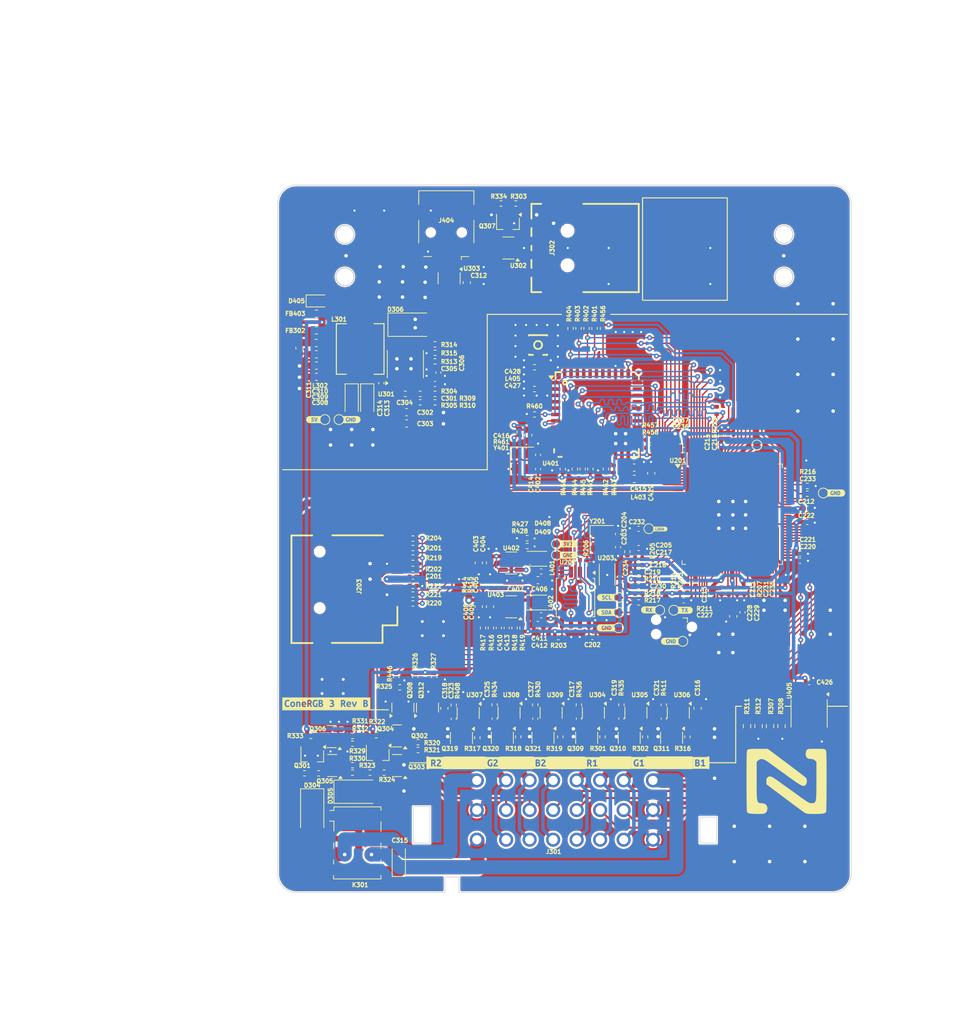
<source format=kicad_pcb>
(kicad_pcb (version 20240108) (generator "pcbnew") (generator_version "8.0")
  (layers (0 "F.Cu" signal) (1 "In1.Cu" signal) (2 "In2.Cu" signal) (31 "B.Cu" signal) (34 "B.Paste" user) (35 "F.Paste" user) (36 "B.SilkS" user "B.Silkscreen") (37 "F.SilkS" user "F.Silkscreen") (38 "B.Mask" user) (39 "F.Mask" user) (44 "Edge.Cuts" user))
  (net 0 "")
  (net 2 "/Application/USB1_DP")
  (net 3 "/RL-SM02BD-8723BS/ANT")
  (net 4 "GND")
  (net 5 "+3V3")
  (net 6 "/Application/XI")
  (net 7 "/Application/XO")
  (net 8 "/Application/RST")
  (net 9 "GNDA")
  (net 10 "Net-(D305-K)")
  (net 11 "Net-(D408-K)")
  (net 12 "Net-(D409-K)")
  (net 13 "Net-(Q301-G)")
  (net 14 "Net-(Q301-D)")
  (net 15 "Net-(Q302-G)")
  (net 16 "Net-(Q302-D)")
  (net 17 "+0v9")
  (net 18 "/Application/LDOA_OUT")
  (net 19 "/Application/LDOB_OUT")
  (net 20 "/Application/VCC_DRAM")
  (net 21 "Net-(Q303-D)")
  (net 22 "+1V8A")
  (net 23 "Net-(U301-EN)")
  (net 24 "Net-(D304-K)")
  (net 25 "/Power/SW")
  (net 26 "Net-(U301-BOOT)")
  (net 27 "/Power/COMP")
  (net 28 "Net-(C306-Pad1)")
  (net 29 "Net-(C308-Pad1)")
  (net 30 "Net-(C311-Pad1)")
  (net 31 "/RL-SM02BD-8723BS/VDD_WIFI")
  (net 32 "+5V")
  (net 33 "Net-(U402-FB)")
  (net 34 "Net-(U403-FB)")
  (net 35 "Net-(U403-EN)")
  (net 36 "/RL-SM02BD-8723BS/ANT_FILT")
  (net 37 "/Power/VIN")
  (net 38 "Net-(D305-A)")
  (net 39 "/Application/USB0_DN")
  (net 40 "/Application/USB0_DP")
  (net 41 "/Power/VBUS")
  (net 42 "/Power/VBUS_FB")
  (net 43 "Net-(Q304-D)")
  (net 44 "Net-(Q305-D)")
  (net 47 "Net-(J202-Pin_3)")
  (net 48 "Net-(J202-Pin_4)")
  (net 50 "/Application/SD_DET")
  (net 51 "/Application/SDCO0_D1")
  (net 52 "/Application/SDCO0_CMD")
  (net 53 "/Application/SDCO0_D0")
  (net 54 "/Application/SDCO0_D2")
  (net 55 "/Application/SD_CLK")
  (net 56 "/Application/SDCO0_D3")
  (net 63 "/Power/RGB1_OUT")
  (net 65 "/Power/RGB2_OUT")
  (net 66 "Net-(U402-LX)")
  (net 67 "Net-(U403-LX)")
  (net 68 "Net-(Q305-G)")
  (net 69 "Net-(Q306-G)")
  (net 70 "Net-(Q307-G)")
  (net 71 "/Power/RGB1_R_G")
  (net 72 "/Power/RGB1_G_G")
  (net 73 "/Power/RGB1_B_G")
  (net 74 "/Power/RGB2_R_G")
  (net 75 "/Power/RGB2_G_G")
  (net 76 "/Power/RGB2_B_G")
  (net 77 "Net-(U304-OUT)")
  (net 78 "Net-(Q308-B)")
  (net 79 "Net-(Q308-E)")
  (net 80 "/Power/RGB_R1")
  (net 81 "/Power/RGB_G1")
  (net 82 "/Power/RGB_B1")
  (net 83 "/Power/LEDC_OUT")
  (net 84 "Net-(U305-OUT)")
  (net 85 "Net-(U306-OUT)")
  (net 86 "Net-(U307-OUT)")
  (net 87 "Net-(U308-OUT)")
  (net 88 "Net-(U309-OUT)")
  (net 89 "Net-(U307-IN)")
  (net 90 "Net-(U306-IN)")
  (net 91 "/Power/RGB_R2")
  (net 92 "/Power/RGB_G2")
  (net 93 "/Power/RGB_B2")
  (net 94 "/Application/SDCO0_CLK")
  (net 95 "/Application/SPI0_MISO")
  (net 96 "/Application/SPI0_MOSI")
  (net 97 "/Application/DZQ")
  (net 98 "/Application/VCC_PE")
  (net 99 "/Application/UART0_TX")
  (net 100 "/Application/UART0_RX")
  (net 101 "Net-(U309-IN)")
  (net 102 "/Application/I2C_SDA")
  (net 103 "/Application/I2C_SCL")
  (net 104 "/Application/WIFI_CLK")
  (net 105 "Net-(U201-PG0)")
  (net 106 "/Power/PI1_DIV")
  (net 107 "/Power/PI1")
  (net 108 "Net-(U301-RT{slash}CLK)")
  (net 109 "Net-(R309-Pad2)")
  (net 110 "/Power/PI2_DIV")
  (net 111 "/Power/PI2")
  (net 112 "/Power/FB")
  (net 113 "/Application/PWM6")
  (net 114 "/Application/PWM0")
  (net 115 "/Application/PWM1")
  (net 116 "/Application/PWM4")
  (net 117 "/Application/PWM2")
  (net 118 "/Application/PWM3")
  (net 119 "/Application/LEDC")
  (net 120 "/Application/WL_REG_ON")
  (net 121 "/Application/WIFI_CMD")
  (net 122 "/Application/WIFI_DAT0")
  (net 123 "/Application/WIFI_DAT1")
  (net 124 "/Application/WIFI_DAT2")
  (net 125 "/Application/WIFI_DAT3")
  (net 126 "/Application/BT_EN")
  (net 127 "/Application/SUS_CLK")
  (net 128 "/RL-SM02BD-8723BS/VIN_LDO")
  (net 129 "/Application/HCI_CTS")
  (net 130 "/Application/AP_WAKE_BT")
  (net 131 "/Application/SPI0_CS0")
  (net 132 "/Application/SPI0_CLK")
  (net 133 "/Application/SPI0_WP")
  (net 134 "/Application/SPI0_HLD")
  (net 135 "/Application/CAN0_TX")
  (net 136 "/Application/CAN0_RX")
  (net 138 "/Application/WL_WAKE_AP")
  (net 147 "/Application/BT_WAKE_AP")
  (net 153 "/Application/USB1_DN")
  (net 164 "/Application/HCI_RX")
  (net 167 "/Application/HCI_TX")
  (net 168 "/Application/HCI_RTS")
  (net 180 "Net-(J302-VBUS)")
  (net 189 "Net-(U401-VIN_LDO_OUT)")
  (net 190 "/RL-SM02BD-8723BS/LPO")
  (net 204 "/Power/CAN_L")
  (net 206 "/Power/CAN_H")
  (net 207 "Net-(U308-IN)")
  (net 208 "Net-(J302-D+)")
  (net 209 "Net-(J302-D-)")
  (net 210 "Net-(J404-D-)")
  (net 211 "Net-(J404-D+)")
  (net 212 "Net-(U305-IN)")
  (net 213 "Net-(U304-IN)")
  (net 220 "Net-(U201-VCC-TVIN)")
  (net 228 "/Application/RELAY_COIL_GND")
  (net 229 "/Application/RELAY_COIL_VDC")
  (net 233 "/Application/RELAY_SW")
  (net 235 "/Application/USB_SW")
  (net 236 "/RL-SM02BD-8723BS/XI")
  (net 237 "/RL-SM02BD-8723BS/XO")
  (footprint "kibuzzard-65FEF020" (layer "F.Cu") (at 115.907585 120.070254)
    (property "Reference" "kibuzzard-65FEF020" (hide yes))
    (property "Value" "G***" (hide yes))
  )
  (footprint "Resistor_SMD:R_0402_1005Metric" (layer "F.Cu") (at 114.479797 133.270254)
    (property "Reference" "R203")
    (property "Value" "100k" (hide yes))
  )
  (footprint "Connector_LCSC_USB:USB-A-SMD_USB-234-BCW" (layer "F.Cu") (at 113.2 78.170254 90)
    (property "Reference" "J302")
    (property "Value" "USB_A" (hide yes))
  )
  (footprint "Capacitor_SMD:C_0402_1005Metric" (layer "F.Cu") (at 119.279795 133.270254)
    (property "Reference" "C202")
    (property "Value" "100nf" (hide yes))
  )
  (footprint "Resistor_SMD:R_0402_1005Metric" (layer "F.Cu") (at 110.055231 120.382735)
    (property "Reference" "R428")
    (property "Value" "1k" (hide yes))
  )
  (footprint "TestPoint:TestPoint_Pad_D1.0mm" (layer "F.Cu") (at 114.2 121.670254)
    (property "Reference" "TP304" (hide yes))
    (property "Value" "gnd" (hide yes))
  )
  (footprint "kibuzzard-65F09B51" (layer "F.Cu") (at 134.574273 151.094527)
    (property "Reference" "kibuzzard-65F09B51" (hide yes))
    (property "Value" "G***" (hide yes))
  )
  (footprint "Package_SO:SOIC-8_3.9x4.9mm_P1.27mm" (layer "F.Cu") (at 150 144.070254 -90)
    (property "Reference" "U405")
    (property "Value" "SN65HVD230" (hide yes))
  )
  (footprint "Resistor_SMD:R_0402_1005Metric" (layer "F.Cu") (at 85.311873 152.469627 180)
    (property "Reference" "R330")
    (property "Value" "1k" (hide yes))
  )
  (footprint "Package_TO_SOT_SMD:SOT-23-3" (layer "F.Cu") (at 118.480999 147.532754 -90)
    (property "Reference" "Q309")
    (property "Value" "SI2302-TP" (hide yes))
  )
  (footprint "Capacitor_SMD:C_0402_1005Metric" (layer "F.Cu") (at 111.6 107.470254 90)
    (property "Reference" "C402")
    (property "Value" "22pF" (hide yes))
  )
  (footprint "Diode_SMD:D_SMA" (layer "F.Cu") (at 79.6 158.270253 -90)
    (property "Reference" "D304")
    (property "Value" "SS210" (hide yes))
  )
  (footprint "Capacitor_SMD:C_0603_1608Metric" (layer "F.Cu") (at 136.3 127.295203 -90)
    (property "Reference" "C213")
    (property "Value" "10uF" (hide yes))
  )
  (footprint "Package_TO_SOT_SMD:SOT-23" (layer "F.Cu") (at 95.938756 143.270254 90)
    (property "Reference" "Q312")
    (property "Value" "MMBT5551" (hide yes))
  )
  (footprint "Package_TO_SOT_SMD:SOT-23-5" (layer "F.Cu") (at 107.800228 128.982731 180)
    (property "Reference" "U403")
    (property "Value" "SY8088IAAC" (hide yes))
  )
  (footprint "Resistor_SMD:R_0402_1005Metric" (layer "F.Cu") (at 109.400228 131.972733 90)
    (property "Reference" "R419")
    (property "Value" "100k" (hide yes))
  )
  (footprint "Resistor_SMD:R_0402_1005Metric" (layer "F.Cu") (at 125.849795 123.078203 180)
    (property "Reference" "C218")
    (property "Value" "2.2uF" (hide yes))
  )
  (footprint "Capacitor_SMD:C_0402_1005Metric" (layer "F.Cu") (at 125.849795 120.670203)
    (property "Reference" "C205")
    (property "Value" "100nf" (hide yes))
  )
  (footprint "Resistor_SMD:R_0402_1005Metric" (layer "F.Cu") (at 132.679975 125.470203 90)
    (property "Reference" "R214")
    (property "Value" "0R" (hide yes))
  )
  (footprint "Capacitor_SMD:C_0402_1005Metric" (layer "F.Cu") (at 123.411998 144.820254 -90)
    (property "Reference" "C319")
    (property "Value" "100nf" (hide yes))
  )
  (footprint "kibuzzard-65F09CD2" (layer "F.Cu") (at 127.25 129.420254)
    (property "Reference" "kibuzzard-65F09CD2" (hide yes))
    (property "Value" "G***" (hide yes))
  )
  (footprint "kibuzzard-65FE522B" (layer "F.Cu") (at 85.139749 102.470254)
    (property "Reference" "kibuzzard-65FE522B" (hide yes))
    (property "Value" "G***" (hide yes))
  )
  (footprint "Inductor_SMD:L_0603_1608Metric" (layer "F.Cu") (at 125.237499 110.870254 180)
    (property "Reference" "L403")
    (property "Value" "2.2uH" (hide yes))
  )
  (footprint "Resistor_SMD:R_0402_1005Metric" (layer "F.Cu") (at 117.909999 109.480253 90)
    (property "Reference" "R455")
    (property "Value" "47k" (hide yes))
  )
  (footprint "Resistor_SMD:R_0402_1005Metric" (layer "F.Cu") (at 85.311874 147.269626 180)
    (property "Reference" "R331")
    (property "Value" "100k 1%" (hide yes))
  )
  (footprint "Capacitor_SMD:C_0402_1005Metric" (layer "F.Cu") (at 137.6 126.725203 -90)
    (property "Reference" "C211")
    (property "Value" "100nf" (hide yes))
  )
  (footprint "Capacitor_SMD:C_0402_1005Metric" (layer "F.Cu") (at 97 97.420917)
    (property "Reference" "C305")
    (property "Value" "22pF" (hide yes))
  )
  (footprint "Resistor_SMD:R_0402_1005Metric" (layer "F.Cu") (at 122.309999 109.480253 90)
    (property "Reference" "R453")
    (property "Value" "47k" (hide yes))
  )
  (footprint "Resistor_SMD:R_0402_1005Metric" (layer "F.Cu") (at 93.873537 128.52019 180)
    (property "Reference" "R220")
    (property "Value" "100k" (hide yes))
  )
  (footprint "Resistor_SMD:R_0402_1005Metric" (layer "F.Cu") (at 97 93.020917 180)
    (property "Reference" "R315")
    (property "Value" "18.7k 1%" (hide yes))
  )
  (footprint "Resistor_SMD:R_0402_1005Metric" (layer "F.Cu") (at 119.6 89.560255 -90)
    (property "Reference" "R401")
    (property "Value" "47k" (hide yes))
  )
  (footprint "Resistor_SMD:R_0402_1005Metric" (layer "F.Cu") (at 138.6 126.725203 -90)
    (property "Reference" "R207")
    (property "Value" "240R" (hide yes))
  )
  (footprint "Resistor_SMD:R_0402_1005Metric" (layer "F.Cu") (at 93.873537 123.62019)
    (property "Reference" "R202")
    (property "Value" "22R" (hide yes))
  )
  (footprint "TestPoint:TestPoint_Pad_D1.0mm" (layer "F.Cu") (at 81.4 102.473636)
    (property "Reference" "TP301" (hide yes))
    (property "Value" "+5V" (hide yes))
  )
  (footprint "Capacitor_SMD:C_0402_1005Metric" (layer "F.Cu") (at 132.239975 106.770203 180)
    (property "Reference" "C236")
    (property "Value" "100nf" (hide yes))
  )
  (footprint "Capacitor_SMD:C_0402_1005Metric" (layer "F.Cu") (at 93.873537 124.72019)
    (property "Reference" "C201")
    (property "Value" "100nf" (hide yes))
  )
  (footprint "Resistor_SMD:R_0402_1005Metric" (layer "F.Cu") (at 93.873537 127.25019 180)
    (property "Reference" "R221")
    (property "Value" "100k" (hide yes))
  )
  (footprint "Resistor_SMD:R_0603_1608Metric" (layer "F.Cu") (at 141.2 145.895254 90)
    (property "Reference" "R311")
    (property "Value" "10k" (hide yes))
  )
  (footprint "Resistor_SMD:R_0402_1005Metric" (layer "F.Cu") (at 103.800228 125.870254 -90)
    (property "Reference" "R415")
    (property "Value" "150k" (hide yes))
  )
  (footprint "Capacitor_SMD:C_0603_1608Metric" (layer "F.Cu") (at 110.2 104.670254 -90)
    (property "Reference" "C416")
    (property "Value" "10uF" (hide yes))
  )
  (footprint "Package_TO_SOT_SMD:SOT-23-5" (layer "F.Cu") (at 125.461997 144.000254 -90)
    (property "Reference" "U305")
    (property "Value" "MCP1416T-E/OT" (hide yes))
  )
  (footprint "Resistor_SMD:R_0402_1005Metric" (layer "F.Cu") (at 85.311874 151.419628 180)
    (property "Reference" "R329")
    (property "Value" "100k 1%" (hide yes))
  )
  (footprint "Capacitor_SMD:C_0402_1005Metric" (layer "F.Cu") (at 107.154228 131.972733 -90)
    (property "Reference" "C413")
    (property "Value" "100nF" (hide yes))
  )
  (footprint "Resistor_SMD:R_0402_1005Metric" (layer "F.Cu") (at 93.873537 119.32019 180)
    (property "Reference" "R204")
    (property "Value" "100k" (hide yes))
  )
  (footprint "Capacitor_SMD:C_0402_1005Metric" (layer "F.Cu") (at 129.413 144.820254 -90)
    (property "Reference" "C321")
    (property "Value" "100nf" (hide yes))
  )
  (footprint "Package_TO_SOT_SMD:SOT-23-6" (layer "F.Cu") (at 99 82.470254 -90)
    (property "Reference" "U303")
    (property "Value" "USBLC6-2SC6" (hide yes))
  )
  (footprint "Package_TO_SOT_SMD:SOT-23" (layer "F.Cu") (at 91.617503 147.270254 180)
    (property "Reference" "Q302")
    (property "Value" "SI2302-TP" (hide yes))
  )
  (footprint "Capacitor_SMD:C_0603_1608Metric" (layer "F.Cu") (at 80.2 96.420917 180)
    (property "Reference" "C308")
    (property "Value" "10uF" (hide yes))
  )
  (footprint "Capacitor_SMD:C_0402_1005Metric" (layer "F.Cu") (at 138.549819 104.690202 90)
    (property "Reference" "C215")
    (property "Value" "100nf" (hide yes))
  )
  (footprint "Package_QFP:LQFP-128_14x14mm_P0.4mm" (layer "F.Cu") (at 139.1 115.870254)
    (property "Reference" "U201")
    (property "Value" "T113-S3")
  )
  (footprint "Resistor_SMD:R_0603_1608Metric" (layer "F.Cu") (at 144.46 145.895254 90)
    (property "Reference" "R307")
    (property "Value" "10k" (hide yes))
  )
  (footprint "Resistor_SMD:R_0402_1005Metric" (layer "F.Cu") (at 117.380999 142.862754 -90)
    (property "Reference" "R436")
    (property "Value" "1k" (hide yes))
  )
  (footprint "Resistor_SMD:R_0402_1005Metric" (layer "F.Cu") (at 108.272228 131.972733 90)
    (property "Reference" "R418")
    (property "Value" "150k" (hide yes))
  )
  (footprint "Resistor_SMD:R_0402_1005Metric" (layer "F.Cu") (at 129.413 142.862754 90)
    (property "Reference" "R411")
    (property "Value" "1k" (hide yes))
  )
  (footprint "Capacitor_SMD:C_0603_1608Metric" (layer "F.Cu") (at 134.2 143.370254 90)
    (property "Reference" "C316")
    (property "Value" "10uF" (hide yes))
  )
  (footprint "Capacitor_SMD:C_0603_1608Metric" (layer "F.Cu") (at 104.800228 128.957732 -90)
    (property "Reference" "C409")
    (property "Value" "10uF" (hide yes))
  )
  (footprint "Inductor_SMD:L_0603_1608Metric" (layer "F.Cu") (at 80.2 89.820917)
    (property "Reference" "FB302")
    (property "Value" "450mΩ ±25% 600Ω@100MHz" (hide yes))
  )
  (footprint "kibuzzard-65FE52BD" (layer "F.Cu") (at 153.8 112.870254)
    (property "Reference" "kibuzzard-65FE52BD" (hide yes))
    (property "Value" "G***" (hide yes))
  )
  (footprint "Resistor_SMD:R_0402_1005Metric" (layer "F.Cu") (at 149.739794 111.870254 180)
    (property "Reference" "R216")
    (property "Value" "0R" (hide yes))
  )
  (footprint "Fiducial:Fiducial_1mm_Mask3mm" (layer "F.Cu") (at 152.4 166.070254)
    (property "Reference" "REF**" (hide yes))
    (property "Value" "Fiducial_1mm_Mask3mm" (hide yes))
  )
  (footprint "TestPoint:TestPoint_Pad_D1.0mm" (layer "F.Cu") (at 123.029795 127.670203 180)
    (property "Reference" "TP214" (hide yes))
    (property "Value" "SCL" (hide yes))
  )
  (footprint "kibuzzard-65FE521F" (layer "F.Cu") (at 79.820205 102.473636)
    (property "Reference" "kibuzzard-65FE521F" (hide yes))
    (property "Value" "G***" (hide yes))
  )
  (footprint "Capacitor_SMD:C_0402_1005Metric" (layer "F.Cu") (at 106.036228 125.870254 90)
    (property "Reference" "C405")
    (property "Value" "22pF" (hide yes))
  )
  (footprint "Capacitor_SMD:C_0603_1608Metric" (layer "F.Cu") (at 125.225 109.270254)
    (property "Reference" "C415")
    (property "Value" "10uF" (hide yes))
  )
  (footprint "Capacitor_SMD:C_0603_1608Metric" (layer "F.Cu") (at 127.625 110.070254 90)
    (property "Reference" "C429")
    (property "Value" "10uF" (hide yes))
  )
  (footprint "Resistor_SMD:R_0402_1005Metric" (layer "F.Cu") (at 94.590001 148.170253 180)
    (property "Reference" "R320")
    (property "Value" "1k" (hide yes))
  )
  (footprint "Resistor_SMD:R_0402_1005Metric" (layer "F.Cu") (at 111.1 101.745254)
    (property "Reference" "R460")
    (property "Value" "0R" (hide yes))
  )
  (footprint "Package_TO_SOT_SMD:SOT-23W" (layer "F.Cu") (at 88.880002 149.670253 -90)
    (property "Reference" "Q304")
    (property "Value" "AO3419" (hide yes))
  )
  (footprint "Package_SO:HSOP-8-1EP_3.9x4.9mm_P1.27mm_EP2.41x3.1mm" (layer "F.Cu") (at 92.8 94.620917 90)
    (property "Reference" "U301")
    (property "Value" "SCT2650STER" (hide yes))
  )
  (footprint "kibuzzard-65F09D1C" (layer "F.Cu") (at 121.213441 131.970254)
    (property "Reference" "kibuzzard-65F09D1C" (hide yes))
    (property "Value" "G***" (hide yes))
  )
  (footprint "Resistor_SMD:R_0402_1005Metric" (layer "F.Cu") (at 79.411874 147.269626 180)
    (property "Reference" "R333")
    (property "Value" "100k 1%" (hide yes))
  )
  (footprint "Resistor_SMD:R_0402_1005Metric" (layer "F.Cu") (at 91.5 138.887756 -90)
    (property "Reference" "R446")
    (property "Value" "1k" (hide yes))
  )
  (footprint "Capacitor_SMD:C_0603_1608Metric" (layer "F.Cu") (at 139.250025 130.345203 -90)
    (property "Reference" "C228")
    (property "Value" "10uF" (hide yes))
  )
  (footprint "kibuzzard-65F09B40" (layer "F.Cu") (at 125.874273 151.094527)
    (property "Reference" "kibuzzard-65F09B40" (hide yes))
    (property "Value" "G***" (hide yes))
  )
  (footprint "kibuzzard-65FEF568" (layer "F.Cu") (at 81.6 142.670254)
    (property "Reference" "kibuzzard-65FEF568" (hide yes))
    (property "Value" "G***" (hide yes))
  )
  (footprint "Resistor_SMD:R_0402_1005Metric" (layer "F.Cu") (at 80.511873 152.569626 180)
    (property "Reference" "R328" (hide yes))
    (property "Value" "22R" (hide yes))
  )
  (footprint "Package_TO_SOT_SMD:SOT-23W" (layer "F.Cu") (at 107.334593 74.470254 -90)
    (property "Reference" "Q307")
    (property "Value" "AO3419" (hide yes))
  )
  (footprint "Capacitor_SMD:C_0402_1005Metric" (layer "F.Cu") (at 149.729795 115.070254)
    (property "Reference" "C212")
    (property "Value" "100nf" (hide yes))
  )
  (footprint "Resistor_SMD:R_0402_1005Metric" (layer "F.Cu") (at 120.730999 147.400254 -90)
    (property "Reference" "R301")
    (property "Value" "1k" (hide yes))
  )
  (footprint "Fiducial:Fiducial_1mm_Mask3mm" (layer "F.Cu") (at 78.4 166.070254)
    (property "Reference" "REF**" (hide yes))
    (property "Value" "Fiducial_1mm_Mask3mm" (hide yes))
  )
  (footprint "Resistor_SMD:R_0402_1005Metric" (layer "F.Cu") (at 125.849795 128.370203)
    (property "Reference" "R217")
    (property "Value" "2.2k" (hide yes))
  )
  (footprint "Capacitor_SMD:C_0603_1608Metric" (layer "F.Cu") (at 103.200228 128.957732 -90)
    (property "Reference" "C408")
    (property "Value" "10uF" (hide yes))
  )
  (footprint "Resistor_SMD:R_0603_1608Metric" (layer "F.Cu") (at 142.83 145.895254 -90)
    (property "Reference" "R312")
    (property "Value" "2.2k" (hide yes))
  )
  (footprint "Resistor_SMD:R_0402_1005Metric" (layer "F.Cu") (at 96.888756 138.887756 -90)
    (property "Reference" "R327")
    (property "Value" "1k" (hide yes))
  )
  (footprint "kibuzzard-65F09B27" (layer "F.Cu") (at 119.274273 151.094527)
    (property "Reference" "kibuzzard-65F09B27" (hide yes))
    (property "Value" "G***" (hide yes))
  )
  (footprint "LED_SMD:LED_0402_1005Metric" (layer "F.Cu") (at 112.2 120.431404)
    (property "Reference" "D409")
    (property "Value" "LED" (hide yes))
  )
  (footprint "kibuzzard-65F09D0C" (layer "F.Cu") (at 121.213441 129.770254)
    (property "Reference" "kibuzzard-65F09D0C" (hide yes))
    (property "Value" "G***" (hide yes))
  )
  (footprint "Connector_USB:USB_Mini-B_Lumberg_2486_01_Horizontal" (layer "F.Cu") (at 98.6 75.970254 180)
    (property "Reference" "J404")
    (property "Value" "USB_B_Mini" (hide yes))
  )
  (footprint "Diode_SMD:D_SOD-323" (layer "F.Cu") (at 80.35 85.670254)
    (property "Reference" "D405")
    (property "Value" "NSR0320MW2T1G" (hide yes))
  )
  (footprint "Capacitor_SMD:C_0603_1608Metric" (layer "F.Cu") (at 92.975 103.020917)
    (property "Reference" "C303")
    (property "Value" "10uF" (hide yes))
  )
  (footprint "kibuzzard-65F09B16" (layer "F.Cu") (at 111.974273 151.094527)
    (property "Reference" "kibuzzard-65F09B16" (hide yes))
    (property "Value" "G***" (hide yes))
  )
  (footprint "Capacitor_SMD:C_0402_1005Metric" (layer "F.Cu") (at 122.929795 118.690203 90)
    (property "Reference" "C204")
    (property "Value" "22pF" (hide yes))
  )
  (footprint "Crystal:Crystal_SMD_3225-4Pin_3.2x2.5mm" (layer "F.Cu") (at 120.629795 119.470203 -90)
    (property "Reference" "Y201")
    (property "Value" "24Mhz" (hide yes))
  )
  (footprint "Resistor_SMD:R_0402_1005Metric" (layer "F.Cu") (at 93.873537 120.67019 180)
    (property "Reference" "R201")
    (property "Value" "100k" (hide yes))
  )
  (footprint "Resistor_SMD:R_0402_1005Metric" (layer "F.Cu") (at 123.411998 142.862754 -90)
    (property "Reference" "R435")
    (property "Value" "1k" (hide yes))
  )
  (footprint "kibuzzard-65F09B04" (layer "F.Cu") (at 105.174273 151.094527)
    (property "Reference" "kibuzzard-65F09B04" (hide yes))
    (property "Value" "G***" (hide yes))
  )
  (footprint "Resistor_SMD:R_0402_1005Metric" (layer "F.Cu") (at 116.809999 109.480253 90)
    (property "Reference" "R454")
    (property "Value" "47k" (hide yes))
  )
  (footprint "Resistor_SMD:R_0402_1005Metric" (layer "F.Cu") (at 88.680002 147.170253 180)
    (property "Reference" "R322")
    (property "Value" "100k 1%" (hide yes))
  )
  (footprint "Resistor_SMD:R_0402_1005Metric" (layer "F.Cu") (at 87.790001 152.470254)
    (property "Reference" "R323")
    (property "Value" "22R" (hide yes))
  )
  (footprint "Capacitor_SMD:C_0402_1005Metric" (layer "F.Cu") (at 99.650001 144.857754 -90)
    (property "Reference" "C323")
    (property "Value" "100nf" (hide yes))
  )
  (footprint "Package_TO_SOT_SMD:SOT-23" (layer "F.Cu") (at 92.45 143.270254 90)
    (property "Reference" "Q308")
    (property "Value" "MMBT5551" (hide yes))
  )
  (footprint "Crystal:Crystal_SMD_3225-4Pin_3.2x2.5mm" (layer "F.Cu") (at 109.33 108.370254 -90)
    (property "Reference" "Y401")
    (property "Value" "26Mhz" (hide yes))
  )
  (footprint "kibuzzard-65F09C6B" (layer "F.Cu") (at 132.45 129.470254)
    (property "Reference" "kibuzzard-65F09C6B" (hide yes))
    (property "Value" "G***" (hide yes))
  )
  (footprint "Resistor_SMD:R_0402_1005Metric" (layer "F.Cu") (at 93.873537 126.02019 180)
    (property "Reference" "R222")
    (property "Value" "100k" (hide yes))
  )
  (footprint "Diode_SMD:D_SMA" (layer "F.Cu") (at 86.199999 155.170254)
    (property "Reference" "D305")
    (property "Value" "SS210" (hide yes))
  )
  (footprint "Resistor_SMD:R_0402_1005Metric" (layer "F.Cu") (at 121.209999 109.480253 90)
    (property "Reference" "R452")
    (property "Value" "47k" (hide yes))
  )
  (footprint "Resistor_SMD:R_0603_1608Metric" (layer "F.Cu") (at 146.090001 145.895254 -90)
    (property "Reference" "R308")
    (property "Value" "2.2k" (hide yes))
  )
  (footprint "Relay_SMD:Relay_DPDT_Omron_G6K-2F-Y" (layer "F.Cu") (at 85.9775 162.420254)
    (property "Reference" "K301")
    (property "Value" " G6K-2F-Y DC12" (hide yes))
  )
  (footprint "Connector_Aptiv:Delphi_Sicma_24_Black" (layer "F.Cu") (at 115.4 169.470254)
    (property "Reference" "J301")
    (property "Value" "Delphi_Sicma_24" (hide yes))
  )
  (footprint "Resistor_SMD:R_0402_1005Metric" (layer "F.Cu") (at 118.039795 122.365203)
    (property "Reference" "R206")
    (property "Value" "100k" (hide yes))
  )
  (footprint "Capacitor_Tantalum_SMD:CP_EIA-3216-18_Kemet-A" (layer "F.Cu") (at 85.199999 99.720254 -90)
    (property "Reference" "C314")
    (property "Value" "10uF 16V" (hide yes))
  )
  (footprint "Capacitor_SMD:C_0402_1005Metric" (layer "F.Cu") (at 140.8 126.725203 -90)
    (property "Reference" "C235")
    (property "Value" "100nf" (hide yes))
  )
  (footprint "Resistor_SMD:R_0402_1005Metric" (layer "F.Cu") (at 109 104.225253 90)
    (property "Reference" "R461")
    (property "Value" "0R" (hide yes))
  )
  (footprint "Capacitor_SMD:C_0402_1005Metric" (layer "F.Cu") (at 139.8 126.725203 -90)
    (property "Reference" "C231")
    (property "Value" "100nf" (hide yes))
  )
  (footprint "Inductor_SMD:L_0402_1005Metric" (layer "F.Cu") (at 111.6 96.555254 -90)
    (property "Reference" "L405")
    (property "Value" "0R" (hide yes))
  )
  (footprint "Resistor_SMD:R_0402_1005Metric" (layer "F.Cu") (at 125.849795 124.080203 180)
    (property "Reference" "C219")
    (property "Value" "2.2uF" (hide yes))
  )
  (footprint "Resistor_SMD:R_0402_1005Metric" (layer "F.Cu") (at 94.909999 98.820916)
    (property "Reference" "C301")
    (property "Value" "1uF" (hide yes))
  )
  (footprint "Resistor_SMD:R_0402_1005Metric" (layer "F.Cu") (at 125.849795 125.082203 180)
    (property "Reference" "R210")
    (property "Value" "0R" (hide yes))
  )
  (footprint "Package_TO_SOT_SMD:SOT-23-3" (layer "F.Cu") (at 130.513 147.532754 -90)
    (property "Reference" "Q311")
    (property "Value" "SI2302-TP" (hide yes))
  )
  (footprint "Resistor_SMD:R_0402_1005Metric" (layer "F.Cu") (at 97 94.220917)
    (property "Reference" "R313")
    (property "Value" "33k 1%" (hide yes))
  )
  (footprint "Package_TO_SOT_SMD:SOT-23" (layer "F.Cu") (at 82.437501 151.470254 180)
    (property "Reference" "Q305")
    (property "Value" "SI2302-TP" (hide yes))
  )
  (footprint "Capacitor_SMD:C_0402_1005Metric" (layer "F.Cu") (at 111.6 109.480253 -90)
    (property "Reference" "C414")
    (property "Value" "22pF" (hide yes))
  )
  (footprint "Capacitor_SMD:C_0402_1005Metric" (layer "F.Cu") (at 89.4 97.310917 90)
    (property "Reference" "C304")
    (property "Value" "100nF" (hide yes))
  )
  (footprint "Capacitor_SMD:C_0603_1608Metric" (layer "F.Cu") (at 111.575 131.570254 180)
    (property "Reference" "C412")
    (property "Value" "10uF" (hide yes))
  )
  (footprint "Resistor_SMD:R_0402_1005Metric" (layer "F.Cu") (at 116.2 89.560255 90)
    (property "Reference" "R404")
    (property "Value" "47k" (hide yes))
  )
  (footprint "kibuzzard-65FE522B" (layer "F.Cu") (at 115.907585 121.670254)
    (property "Reference" "kibuzzard-65FE522B" (hide yes))
    (property "Value" "G***" (hide yes))
  )
  (footprint "Resistor_SMD:R_0402_1005Metric" (layer "F.Cu") (at 103.800228 131.972733 -90)
    (property "Reference" "R417")
    (property "Value" "150k" (hide yes))
  )
  (footprint "Package_TO_SOT_SMD:SOT-23-5" (layer "F.Cu") (at 119.430998 144.000254 -90)
    (property "Reference" "U304")
    (property "Value" "MCP1416T-E/OT" (hide yes))
  )
  (footprint "Resistor_SMD:R_0402_1005Metric" (layer "F.Cu") (at 125.849795 122.070203 180)
    (property "Reference" "C217")
    (property "Value" "2.2uF" (hide yes))
  )
  (footprint "TestPoint:TestPoint_Pad_D1.0mm" (layer "F.Cu") (at 152 112.870254)
    (property "Reference" "TP219" (hide yes))
    (property "Value" "AGND" (hide yes))
  )
  (footprint "Package_TO_SOT_SMD:SOT-23-3" (layer "F.Cu") (at 106.544001 147.532754 -90)
    (property "Reference" "Q320")
    (property "Value" "SI2302-TP" (hide yes))
  )
  (footprint "TestPoint:TestPoint_Pad_D1.0mm" (layer "F.Cu") (at 36.4 44.070254)
    (property "Reference" "Enclosure" (hide yes))
    (property "Value" "TestPoint_Pad_D1.0mm" (hide yes))
  )
  (footprint "Package_TO_SOT_SMD:SOT-23-5" (layer "F.Cu") (at 131.462999 144.000254 -90)
    (property "Reference" "U306")
    (property "Value" "MCP1416T-E/OT" (hide yes))
  )
  (footprint "TestPoint:TestPoint_Pad_D1.0mm" (layer "F.Cu") (at 123.029795 129.770203 180)
    (property "Reference" "TP213" (hide yes))
    (property "Value" "SDA" (hide yes))
  )
  (footprint "TestPoint:TestPoint_Pad_D1.0mm" (layer "F.Cu") (at 142.6 106.070254)
    (property "Reference" "TP201" (hide yes))
    (property "Value" "TVIN" (hide yes))
  )
  (footprint "Capacitor_SMD:C_0402_1005Metric" (layer "F.Cu") (at 149.729795 116.970203)
    (property "Reference" "C222")
    (property "Value" "100nf" (hide yes))
  )
  (footprint "Resistor_SMD:R_0402_1005Metric" (layer "F.Cu") (at 108.445 71.870254)
    (property "Reference" "R303")
    (property "Value" "1k" (hide yes))
  )
  (footprint "Antenna_LCSC:IPEX-SMD_BWIPX-1-001E" (layer "F.Cu") (at 111.6 92.670254 90)
    (property "Reference" "ANT401" (hide yes))
    (property "Value" "BWU.FL-IPEX1" (hide yes))
  )
  (footprint "kibuzzard-65F09D1C" (layer "F.Cu") (at 130.320205 133.870254)
    (property "Reference" "kibuzzard-65F09D1C" (hide yes))
    (property "Value" "G***" (hide yes))
  )
  (footprint "Capacitor_SMD:C_0603_1608Metric" (layer "F.Cu") (at 111.575 125.212753 180)
    (property "Reference" "C407")
    (property "Value" "10uF" (hide yes))
  )
  (footprint "Resistor_SMD:R_0402_1005Metric" (layer "F.Cu") (at 127.4 105.345254 180)
    (property "Reference" "R457")
    (property "Value" "0R" (hide yes))
  )
  (footprint "Package_TO_SOT_SMD:SOT-23-3" (layer "F.Cu") (at 124.511998 147.532754 -90)
    (property "Reference" "Q310")
    (property "Value" "SI2302-TP" (hide yes))
  )
  (footprint "Module_WiFi_BT:RL-SM02BD(RTL8723BS)" (layer "F.Cu") (at 119.87217 101.745254)
    (property "Reference" "U401")
    (property "Value" "AP6212" (hide yes))
  )
  (footprint "Capacitor_SMD:C_0603_1608Metric" (layer "F.Cu") (at 104.800228 122.757735 -90)
    (property "Reference" "C404")
    (property "Value" "10uF" (hide yes))
  )
  (footprint "Capacitor_SMD:C_0402_1005Metric" (layer "F.Cu") (at 125.849795 117.930254 180)
    (property "Reference" "C232")
    (property "Value" "100nf" (hide yes))
  )
  (footprint "TestPoint:TestPoint_Pad_D1.0mm" (layer "F.Cu") (at 132.1 133.870254 180)
    (property "Reference" "TP" (hide yes))
    (property "Value" "GND" (hide yes))
  )
  (footprint "Resistor_SMD:R_0402_1005Metric" (layer "F.Cu") (at 97 98.820917)
    (property "Reference" "R309")
    (property "Value" "100k 1%" (hide yes))
  )
  (footprint "Capacitor_SMD:C_0603_1608Metric" (layer "F.Cu") (at 80.2 94.820917 180)
    (property "Reference" "C309")
    (property "Value" "220nF" (hide yes))
  )
  (footprint "Capacitor_SMD:C_0402_1005Metric" (layer "F.Cu") (at 105.444001 144.820254 -90)
    (property "Reference" "C325")
    (property "Value" "100nf" (hide yes))
  )
  (footprint "Resistor_SMD:R_0402_1005Metric" (layer "F.Cu") (at 133.9 125.470203 -90)
    (property "Reference" "R213")
    (property "Value" "0R" (hide yes))
  )
  (footprint "kibuzzard-65F09AC9" (layer "F.Cu") (at 97.174273 151.094527)
    (property "Reference" "kibuzzard-65F09AC9" (hide yes))
    (property "Value" "G***" (hide yes))
  )
  (footprint "Resistor_SMD:R_0402_1005Metric" (layer "F.Cu") (at 118.466666 89.560255 -90)
    (property "Reference" "R402")
    (property "Value" "47k" (hide yes))
  )
  (footprint "Resistor_SMD:R_0402_1005Metric" (layer "F.Cu") (at 117.333333 89.560255 -90)
    (property "Reference" "R403")
    (property "Value" "47k" (hide yes))
  )
  (footprint "Resistor_SMD:R_0402_1005Metric" (layer "F.Cu") (at 97 100.020917 180)
    (property "Reference" "R310")
    (property "Value" "100k 1%" (hide yes))
  )
  (footprint "Resistor_SMD:R_0402_1005Metric" (layer "F.Cu") (at 111.2 142.862754 90)
    (property "Reference" "R430")
    (property "Value" "1k" (hide yes))
  )
  (footprint "Package_TO_SOT_SMD:SOT-23-3" (layer "F.Cu") (at 100.750001 147.570254 -90)
    (property "Reference" "Q319")
    (property "Value" "SI2302-TP" (hide yes))
  )
  (footprint "Package_TO_SOT_SMD:SOT-23-5" (layer "F.Cu") (at 101.7 144.037754 -90)
    (property "Reference" "U307")
    (property "Value" "MCP1416T-E/OT" (hide yes))
  )
  (footprint "Resistor_SMD:R_0402_1005Metric" (layer "F.Cu") (at 124.249795 121.180202 90)
    (property "Reference" "R205")
    (property "Value" "100k" (hide yes))
  )
  (footprint "Capacitor_SMD:C_0603_1608Metric" (layer "F.Cu") (at 77.8 92.345254 -90)
    (property "Reference" "C311")
    (property "Value" "10uF" (hide yes))
  )
  (footprint "Resistor_SMD:R_0402_1005Metric" (layer "F.Cu") (at 89.780002 152.470253 180)
    (property "Reference" "R324")
    (property "Value" "22R" (hide yes))
  )
  (footprint "Package_DFN_QFN:DFN-8-1EP_3x2mm_P0.5mm_EP1.3x1.5mm" (layer "F.Cu") (at 121.379795 124.420254 -90)
    (property "Reference" "U203")
    (property "Value" "ATECC608A-MAHDA" (hide yes))
  )
  (footprint "Capacitor_Tantalum_SMD:CP_EIA-3216-18_Kemet-A" (layer "F.Cu") (at 91.86591 164.863664 90)
    (property "Reference" "C315")
    (property "Value" "10uF 16V" (hide yes))
  )
  (footprint "Resistor_SMD:R_0402_1005Metric" (layer "F.Cu") (at 132.219976 126.970203 180)
    (property "Reference" "R211")
    (property "Value" "0R" (hide yes))
  )
  (footprint "Resistor_SMD:R_0402_1005Metric" (layer "F.Cu") (at 104.918228 125.870254 90)
    (property "Reference" "R414")
    (property "Value" "680k" (hide yes))
  )
  (footprint "Diode_SMD:D_SMA" (layer "F.Cu") (at 93.845002 89.030237)
    (property "Reference" "D306")
    (property "Value" "SS210" (hide yes))
  )
  (footprint "LED_SMD:LED_0402_1005Metric" (layer "F.Cu") (at 112.2 119.318923)
    (property "Reference" "D408")
    (property "Value" "LED" (hide yes))
  )
  (footprint "Resistor_SMD:R_0402_1005Metric" (layer "F.Cu") (at 149.739794 112.970203)
    (property "Reference" "C233")
    (property "Value" "2.2uF" (hide yes))
  )
  (footprint "Capacitor_SMD:C_0402_1005Metric" (layer "F.Cu") (at 111.2 144.820254 -90)
    (property "Reference" "C327")
    (property "Value" "100nf" (hide yes))
  )
  (footprint "Capacitor_SMD:C_0603_1608Metric" (layer "F.Cu") (at 103.200228 122.757735 -90)
    (property "Reference" "C403")
    (property "Value" "10uF" (hide yes))
  )
  (footprint "Package_TO_SOT_SMD:SOT-23-5" (layer "F.Cu") (at 107.800228 122.782735 180)
    (property "Reference" "U402")
    (property "Value" "SY8088IAAC" (hide yes))
  )
  (footprint "Resistor_SMD:R_0402_1005Metric" (layer "F.Cu") (at 105.444001 142.862754 90)
    (property "Reference" "R434")
    (property "Value" "1k" (hide yes))
  )
  (footprint "Package_TO_SOT_SMD:SOT-23W" (layer "F.Cu") (at 79.611873 149.869627 -90)
    (property "Reference" "Q301")
    (property "Value" "AO3419" (hide yes))
  )
  (footprint "Resistor_SMD:R_0402_1005Metric" (layer "F.Cu") (at 103 147.527755 -90)
    (property "Reference" "R317")
    (property "Value" "1k" (hide yes))
  )
  (footprint "Capacitor_SMD:C_0603_1608Metric" (layer "F.Cu") (at 101.5 83.070254 90)
    (property "Reference" "C312")
    (property "Value" "10uF" (hide yes))
  )
  (footprint "Resistor_SMD:R_0402_1005Metric" (layer "F.Cu") (at 99.650001 142.900254 90)
    (property "Reference" "R408")
    (property "Value" "1k" (hide yes))
  )
  (footprint "Capacitor_SMD:C_0402_1005Metric" (layer "F.Cu") (at 148.709795 122.470203)
    (property "Reference" "C220")
    (property "Value" "100nf" (hide yes))
  )
  (footprint "Resistor_SMD:R_0402_1005Metric" (layer "F.Cu") (at 125.849795 126.084203)
    (property "Reference" "C230")
    (property "Value" "1uF" (hide yes))
  )
  (footprint "Capacitor_SMD:C_0402_1005Metric" (layer "F.Cu") (at 122.929795 120.550203 -90)
    (property "Reference" "C203")
    (property "Value" "22pF" (hide yes))
  )
  (footprint "Inductor_LCSC:IND-SMD_L2.0-W1.6_VLS201610CX-150M" (layer "F.Cu") (at 111.450114 122.182732)
    (property "Reference" "L401")
    (property "Value" "2.2uH" (hide yes))
  )
  (footprint "Resistor_SMD:R_0402_1005Metric" (layer "F.Cu") (at 136.9 101.170254 -90)
    (property "Reference" "R223")
    (property "Value" "22R" (hide yes))
  )
  (footprint "kibuzzard-65FEF408" (layer "F.Cu") (at 128.9 117.970254)
    (property "Reference" "kibuzzard-65FEF408" (hide yes))
    (property "Value" "G***" (hide yes))
  )
  (footprint "Tag-Connect:Tag-Connect_TC2030-IDC-NL_2x03_P1.27mm_Vertical" (layer "F.Cu") (at 130.859795 131.835254 180)
    (property "Reference" "J202" (hide yes))
    (property "Value" "TC2030-IDC" (hide yes))
  )
  (footprint "Capacitor_SMD:C_0402_1005Metric" (layer "F.Cu") (at 150 139.670254)
    (property "Reference" "C426")
    (property "Value" "100nf" (hide yes))
  )
  (footprint "TestPoint:TestPoint_Pad_D1.0mm" (layer "F.Cu") (at 130.829795 129.470203 180)
    (property "Reference" "TP215" (hide yes))
    (property "Value" "RXD" (hide yes))
  )
  (footprint "Capacitor_SMD:C_0603_1608Metric" (layer "F.Cu") (at 92.975 101.420917)
    (property "Reference" "C302")
    (property "Value" "10uF" (hide yes))
  )
  (footprint "Package_SO:SOIC-8_5.23x5.23mm_P1.27mm" (layer "F.Cu") (at 116.894795 127.670203 -90)
    (property "Reference" "U202")
    (property "Value" "W25Q32JVSS" (hide yes))
  )
  (footprint "Package_TO_SOT_SMD:SOT-23" (layer "F.Cu") (at 82.349374 147.369626 180)
    (property "Reference" "Q306")
    (property "Value" "SI2302-TP" (hide yes))
  )
  (footprint "Resistor_SMD:R_0402_1005Metric" (layer "F.Cu") (at 110.055231 119.270254)
    (property "Reference" "R427")
    (property "Value" "1k" (hide yes))
  )
  (footprint "Inductor_LCSC:IND-SMD_L7.0-W6.6_FXL0630" (layer "F.Cu") (at 86.4 92.470254 90)
    (property "Reference" "L301")
    (property "Value" "8.2uH 3.7A" (hide yes))
  )
  (footprint "Resistor_SMD:R_0402_1005Metric" (layer "F.Cu") (at 97 91.820917 180)
    (property "Reference" "R314")
    (property "Value" "100k 1%" (hide yes))
  )
  (footprint "LOGO" (layer "F.Cu") (at 146.8 153.670254)
    (property "Reference" "G***" (hide yes))
    (property "Value" "LOGO" (hide yes))
  )
  (footprint "Inductor_SMD:L_0603_1608Metric" (layer "F.Cu") (at 80.2 87.470254)
    (property "Reference" "FB403")
    (property "Value" "450mΩ ±25% 600Ω@100MHz" (hide yes))
  )
  (footprint "Capacitor_SMD:C_0603_1608Metric" (layer "F.Cu") (at 131.774975 105.417718 180)
    (property "Reference" "C237")
    (property "Value" "10uF" (hide yes))
  )
  (footprint "Resistor_SMD:R_0402_1005Metric" (layer "F.Cu") (at 92.8 98.820917)
    (property "Reference" "R304")
    (property "Value" "0R" (hide yes))
  )
  (footprint "Resistor_SMD:R_0402_1005Metric" (layer "F.Cu") (at 127.4 106.470254)
    (property "Reference" "R458")
    (property "Value" "47k" (hide yes))
  )
  (footprint "Resistor_SMD:R_0402_1005Metric" (layer "F.Cu") (at 94.6 149.270253 180)
    (property "Reference" "R321")
    (property "Value" "100k 1%" (hide yes))
  )
  (footprint "Capacitor_SMD:C_0402_1005Metric" (layer "F.Cu") (at 97.48 95.820917 -90)
    (property "Reference" "C306")
    (property "Value" "3.3nF" (hide yes))
  )
  (footprint "Resistor_SMD:R_0402_1005Metric" (layer "F.Cu") (at 106.354999 71.870254 180)
    (property "Reference" "R334")
    (property "Value" "100k 1%" (hide yes))
  )
  (footprint "Capacitor_SMD:C_0603_1608Metric" (layer "F.Cu") (at 98.325 143.370254 90)
    (property "Reference" "C318")
    (property "Value" "10uF" (hide yes))
  )
  (footprint "Resistor_SMD:R_0402_1005Metric" (layer "F.Cu") (at 94.194378 138.887756 -90)
    (property "Reference" "R326")
    (property "Value" "1k" (hide yes))
  )
  (footprint "Capacitor_SMD:C_0402_1005Metric" (layer "F.Cu") (at 148.729795 121.460304)
    (property "Reference" "C221")
    (property "Value" "100nf" (hide yes))
  )
  (footprint "Resistor_SMD:R_0402_1005Metric" (layer "F.Cu") (at 115.1 109.480253 90)
    (property "Reference" "R450")
    (property "Value" "100k" (hide yes))
  )
  (footprint "kibuzzard-65F09CF9" (layer "F.Cu") (at 121.25 127.670203)
    (property "Reference" "kibuzzard-65F09CF9" (hide yes))
    (property "Value" "G***" (hide yes))
  )
  (footprint "Capacitor_SMD:C_0402_1005Metric" (layer "F.Cu") (at 117.380999 144.820254 -90)
    (property "Reference" "C317")
    (property "Value" "100nf" (hide yes))
  )
  (footprint "Resistor_SMD:R_0402_1005Metric" (layer "F.Cu") (at 119.009999 109.480253 90)
    (property "Reference" "R451")
    (property "Value" "47k" (hide yes))
  )
  (footprint "Package_TO_SOT_SMD:SOT-23" (layer "F.Cu") (at 91.617503 151.470253 180)
    (property "Reference" "Q303")
    (property "Value" "SI2302-TP" (hide yes))
  )
  (footprint "Capacitor_SMD:C_0402_1005Metric" (layer "F.Cu") (at 132.219976 128.070203)
    (property "Reference" "C227")
    (property "Value" "100nf" (hide yes))
  )
  (footprint "Resistor_SMD:R_0402_1005Metric" (layer "F.Cu") (at 104.918228 131.972733 90)
    (property "Reference" "R416")
    (property "Value" "75k" (hide yes))
  )
  (footprint "Inductor_LCSC:IND-SMD_L2.0-W1.6_VLS201610CX-150M" (layer "F.Cu") (at 111.450114 128.382732)
    (property "Reference" "L402")
    (property "Value" "2.2uH" (hide yes))
  )
  (footprint "Resistor_SMD:R_0402_1005Metric" (layer "F.Cu") (at 85.311873 148.369626 180)
    (property "Reference" "R332")
    (property "Value" "1k" (hide yes))
  )
  (footprint "Capacitor_Tantalum_SMD:CP_EIA-3216-18_Kemet-A" (layer "F.Cu") (at 87.4 99.720254 -90)
    (property "Reference" "C313")
    (property "Value" "10uF 16V" (hide yes))
  )
  (footprint "Resistor_SMD:R_0402_1005Metric" (layer "F.Cu") (at 126.761998 147.400254 -90)
    (property "Reference" "R302")
    (property "Value" "1k" (hide yes))
  )
  (footprint "Resistor_SMD:R_0402_1005Metric" (layer "F.Cu") (at 78.511874 152.569626)
    (property "Reference" "R306" (hide yes))
    (property "Value" "22R" (hide yes))
  )
  (footprint "TestPoint:TestPoint_Pad_D1.0mm" (layer "F.Cu") (at 128.829795 129.470203 180)
    (property "Reference" "TP216" (hide yes))
    (property "Value" "TXD" (hide yes))
  )
  (footprint "Package_TO_SOT_SMD:SOT-23-5" (layer "F.Cu") (at 107.494 144.000254 -90)
    (property "Reference" "U308")
    (property "Value" "MCP1416T-E/OT" (hide yes))
  )
  (footprint "Resistor_SMD:R_0402_1005Metric" (layer "F.Cu") (at 125.849795 127.120254)
    (property "Reference" "R218")
    (property "Value" "2.2k" (hide yes))
  )
  (footprint "Resistor_SMD:R_0402_1005Metric" (layer "F.Cu") (at 94.909998 100.020917)
    (property "Reference" "R305")
    (property "Value" "0R" (hide yes))
  )
  (footprint "TestPoint:TestPoint_Pad_D1.0mm" (layer "F.Cu") (at 123 131.970254 180)
    (property "Reference" "TP" (hide yes))
    (property "Value" "GND" (hide yes))
  )
  (footprint "Package_TO_SOT_SMD:SOT-23-3" (layer "F.Cu") (at 112.3 147.532754 -90)
    (property "Reference" "Q321")
    (property "Value" "SI2302-TP" (hide yes))
  )
  (footprint "TestPoint:TestPoint_Pad_D1.0mm" (layer "F.Cu") (at 114.2 120.070254)
    (property "Reference" "TP303" (hide yes))
    (property "Value" "+3.3V" (hide yes))
  )
  (footprint "Inductor_SMD:L_0603_1608Metric" (layer "F.Cu") (at 80.175 91.620917 180)
    (property "Reference" "L302")
    (property "Value" "2.2uH" (hide yes))
  )
  (footprint "TestPoint:TestPoint_Pad_D1.0mm" (layer "F.Cu") (at 83.4 102.473636)
    (property "Reference" "TP302" (hide yes))
    (property "Value" "gnd" (hide yes))
  )
  (footprint "TestPoint:TestPoint_Pad_D1.0mm" (layer "F.Cu") (at 127.3 117.930254)
    (property "Reference" "TP202" (hide yes))
    (property "Value" "LDOA_OUT" (hide yes))
  )
  (footprint "Resistor_SMD:R_0402_1005Metric" (layer "F.Cu") (at 120.8 89.560255 -90)
    (property "Reference" "R456")
    (property "Value" "100k" (hide yes))
  )
  (footprint "Resistor_SMD:R_0402_1005Metric" (layer "F.Cu") (at 111.090001 95.065253 180)
    (property "Reference" "C428")
    (property "Value" "100nF" (hide yes))
  )
  (footprint "Resistor_SMD:R_0402_1005Metric" (layer "F.Cu") (at 114.750001 147.400254 -90)
    (property "Reference" "R319")
    (property "Value" "1k" (hide yes))
  )
  (footprint "Resistor_SMD:R_0402_1005Metric" (layer "F.Cu") (at 111.090001 98.145254 180)
    (property "Reference" "C427")
    (property "Value" "100nF" (hide yes))
  )
  (footprint "Resistor_SMD:R_0402_1005Metric" (layer "F.Cu") (at 92.009999 140.397755)
    (property "Reference" "R325")
    (property "Value" "100k 1%" (hide yes))
  )
  (footprint "Capacitor_SMD:C_0402_1005Metric" (layer "F.Cu") (at 123.204795 125.485254 90)
    (property "Reference" "C234")
    (property "Value" "100nf" (hide yes))
  )
  (footprint "Resistor_SMD:R_0402_1005Metric" (layer "F.Cu") (at 93.873537 122.02019 180)
    (property "Reference" "R219")
    (property "Value" "100k" (hide yes))
  )
  (footprint "Capacitor_SMD:C_0402_1005Metric" (layer "F.Cu") (at 112.04 123.982735 180)
    (property "Reference" "C406")
    (property "Value" "100nF" (hide yes))
  )
  (footprint "Package_TO_SOT_SMD:SOT-23-5" (layer "F.Cu") (at 113.45 144.000254 -90)
    (property "Reference" "U309")
    (property "Value" "MCP1416T-E/OT" (hide yes))
  )
  (footprint "Capacitor_SMD:C_0603_1608Metric" (layer "F.Cu") (at 80.199999 93.220917 180)
    (property "Reference" "C310")
    (property "Value" "68pF" (hide yes))
  )
  (footprint "Package_TO_SOT_SMD:SOT-23-6" (layer "F.Cu") (at 107.398744 78.170254 180)
    (property "Reference" "U302")
    (property "Value" "USBLC6-2SC6" (hide yes))
  )
  (footprint "Capacitor_SMD:C_0402_1005Metric" (layer "F.Cu") (at 112.04 130.182732 180)
    (property "Reference" "C411")
    (property "Value" "100nF" (hide yes))
  )
  (footprint "Connector_LCSC_SDCard:TF-SMD_TF-PUSH" (layer "F.Cu") (at 86.363538 126.12019 -90)
    (property "Reference" "J203")
    (property "Value" "Micro_SD_Card_Det1" (hide yes))
  )
  (footprint "Resistor_SMD:R_0402_1005Metric" (layer "F.Cu") (at 132.763 147.400254 -90)
    (property "Reference" "R316")
    (property "Value" "1k" (hide yes))
  )
  (footprint "Capacitor_SMD:C_0402_1005Metric" (layer "F.Cu") (at 137.529795 104.690203 90)
    (property "Reference" "C214")
    (property "Value" "100nf" (hide yes))
  )
  (footprint "Resistor_SMD:R_0402_1005Metric" (layer "F.Cu") (at 108.794001 147.400254 -90)
    (property "Reference" "R318")
    (property "Value" "1k" (hide yes))
  )
  (footprint "Capacitor_SMD:C_0402_1005Metric" (layer "F.Cu") (at 140.550025 129.775203 -90)
    (property "Reference" "C229")
    (property "Value" "100nf" (hide yes))
  )
  (footprint "Capacitor_SMD:C_0402_1005Metric" (layer "F.Cu") (at 106.036228 131.972733 90)
    (property "Reference" "C410")
    (property "Value" "22pF" (hide yes))
  )
  (footprint "Fiducial:Fiducial_1mm_Mask3mm" (layer "F.Cu") (at 152.4 72.470254)
    (property "Reference" "REF**" (hide yes))
    (property "Value" "Fiducial_1mm_Mask3mm" (hide yes))
  )
  (gr_line (start 95.85 151.085627) (end 93.4 151.085627) (stroke (width 0.15)) (layer "F.SilkS"))
  (gr_rect (start 122.1 129.373636) (end 122.293236 130.166872) (stroke (width 0.15)) (fill solid) (layer "F.SilkS"))
  (gr_rect (start 128.006764 117.773636) (end 128.1 118.166872) (stroke (width 0.15)) (fill solid) (layer "F.SilkS"))
  (gr_rect (start 120.4 150.245981) (end 124.748546 151.894527) (stroke (width 0.15)) (fill solid) (layer "F.SilkS"))
  (gr_rect (start 113.05 150.261354) (end 118.198546 151.9099) (stroke (width 0.15)) (fill solid) (layer "F.SilkS"))
  (gr_line (start 104.4 87.570254) (end 114.9 87.570254) (stroke (width 0.15)) (layer "F.SilkS"))
  (gr_line (start 152.6 143.070254) (end 155.4 143.070254) (stroke (width 0.15)) (layer "F.SilkS"))
  (gr_rect (start 122.136559 127.273585) (end 122.329795 128.066821) (stroke (width 0.15)) (fill solid) (layer "F.SilkS"))
  (gr_rect (start 122.1 131.573636) (end 122.293236 132.366872) (stroke (width 0.15)) (fill solid) (layer "F.SilkS"))
  (gr_rect (start 127.936559 129.023636) (end 128.129795 129.816872) (stroke (width 0.15)) (fill solid) (layer "F.SilkS"))
  (gr_rect (start 152.679794 112.473636) (end 152.87303 113.266872) (stroke (width 0.15)) (fill solid) (layer "F.SilkS"))
  (gr_rect (start 135.65 150.245981) (end 135.798546 151.894527) (stroke (width 0.15)) (fill solid) (layer "F.SilkS"))
  (gr_rect (start 106.25 150.261354) (end 110.898546 151.9099) (stroke (width 0.15)) (fill solid) (layer "F.SilkS"))
  (gr_rect (start 84.206764 102.073636) (end 84.232164 102.866872) (stroke (width 0.15)) (fill solid) (layer "F.SilkS"))
  (gr_rect (start 126.4 71.070254) (end 138.4 85.570254) (stroke (width 0.15)) (fill none) (layer "F.SilkS"))
  (gr_line (start 104.4 109.570254) (end 104.4 87.570254) (stroke (width 0.15)) (layer "F.SilkS"))
  (gr_line (start 146.6 143.070254) (end 147.4 143.070254) (stroke (width 0.15)) (layer "F.SilkS"))
  (gr_rect (start 80.506764 102.077018) (end 80.7 102.870254) (stroke (width 0.15)) (fill solid) (layer "F.SilkS"))
  (gr_line (start 90.4 143.570254) (end 75.4 143.570254) (stroke (width 0.15)) (layer "F.SilkS"))
  (gr_rect (start 131.206764 133.473636) (end 131.4 134.266872) (stroke (width 0.15)) (fill solid) (layer "F.SilkS"))
  (gr_line (start 135.798546 151.070254) (end 139.6 151.070254) (stroke (width 0.15)) (layer "F.SilkS"))
  (gr_rect (start 131.517015 129.073636) (end 131.710251 129.866872) (stroke (width 0.15)) (fill solid) (layer "F.SilkS"))
  (gr_rect (start 127 150.245981) (end 133.448546 151.894527) (stroke (width 0.15)) (fill solid) (layer "F.SilkS"))
  (gr_line (start 139.6 151.070254) (end 139.6 143.070254) (stroke (width 0.15)) (layer "F.SilkS"))
  (gr_rect (start 98.225727 150.261354) (end 104.074273 151.9099) (stroke (width 0.15)) (fill solid) (layer "F.SilkS"))
  (gr_line (start 139.6 143.070254) (end 140.4 143.070254) (stroke (width 0.15)) (layer "F.SilkS"))
  (gr_line (start 121.9 87.570254) (end 155.4 87.570254) (stroke (width 0.15)) (layer "F.SilkS"))
  (gr_rect (start 114.9746 121.277018) (end 115 122.070254) (stroke (width 0.15)) (fill solid) (layer "F.SilkS"))
  (gr_rect (start 95.85 150.261354) (end 96.098546 151.9099) (stroke (width 0.15)) (fill solid) (layer "F.SilkS"))
  (gr_line (start 75.4 109.570254) (end 104.4 109.570254) (stroke (width 0.15)) (layer "F.SilkS"))
  (gr_rect (start 134.5 158.770254) (end 136.9 162.470254) (stroke (width 0.1)) (fill none) (layer "Edge.Cuts"))
  (gr_circle (center 146.434548 76.2515) (end 145.159548 76.2515) (stroke (width 0.16)) (fill none) (layer "Edge.Cuts"))
  (gr_line (start 77.334548 169.4515) (end 98.4 169.4515) (stroke (width 0.1)) (layer "Edge.Cuts"))
  (gr_circle (center 84.234547 82.2515) (end 82.959547 82.2515) (stroke (width 0.16)) (fill none) (layer "Edge.Cuts"))
  (gr_line (start 155.934548 166.8515) (end 155.934548 71.8515) (stroke (width 0.1)) (layer "Edge.Cuts"))
  (gr_arc (start 74.734548 71.8515) (mid 75.496063 70.013015) (end 77.334548 69.2515) (stroke (width 0.1)) (layer "Edge.Cuts"))
  (gr_arc (start 77.334548 169.4515) (mid 75.496063 168.689985) (end 74.734548 166.8515) (stroke (width 0.1)) (layer "Edge.Cuts"))
  (gr_line (start 77.334548 69.2515) (end 153.325 69.2515) (stroke (width 0.1)) (layer "Edge.Cuts"))
  (gr_arc (start 153.334548 69.2515) (mid 155.173018 70.01303) (end 155.934548 71.8515) (stroke (width 0.1)) (layer "Edge.Cuts"))
  (gr_arc (start 155.934548 166.8515) (mid 155.173018 168.68997) (end 153.334548 169.4515) (stroke (width 0.1)) (layer "Edge.Cuts"))
  (gr_circle (center 146.434548 82.2515) (end 145.159548 82.2515) (stroke (width 0.16)) (fill none) (layer "Edge.Cuts"))
  (gr_line (start 98.4 167.270254) (end 100.4 167.270254) (stroke (width 0.1)) (layer "Edge.Cuts"))
  (gr_line (start 100.4 167.270254) (end 100.4 169.450254) (stroke (width 0.1)) (layer "Edge.Cuts"))
  (gr_line (start 153.334548 169.4515) (end 100.4 169.4515) (stroke (width 0.1)) (layer "Edge.Cuts"))
  (gr_rect (start 93.9 157.270254) (end 96.3 162.470254) (stroke (width 0.1)) (fill none) (layer "Edge.Cuts"))
  (gr_line (start 74.734548 71.8515) (end 74.734548 166.845254) (stroke (width 0.1)) (layer "Edge.Cuts"))
  (gr_circle (center 84.234547 76.2515) (end 82.959547 76.2515) (stroke (width 0.16)) (fill none) (layer "Edge.Cuts"))
  (gr_line (start 98.4 169.450254) (end 98.4 167.270254) (stroke (width 0.1)) (layer "Edge.Cuts"))
  (segment (start 107.4 77.470254) (end 107.150001 77.220255) (width 0.2) (layer "F.Cu") (net 2))
  (segment (start 108 82.470254) (end 107.4 81.870254) (width 0.2) (layer "F.Cu") (net 2))
  (segment (start 118.9 81.870254) (end 118.3 82.470254) (width 0.2) (layer "F.Cu") (net 2))
  (segment (start 139.3 108.207754) (end 139.3 107.270254) (width 0.2) (layer "F.Cu") (net 2))
  (segment (start 107.150001 77.220255) (end 106.261244 77.220255) (width 0.2) (layer "F.Cu") (net 2))
  (segment (start 118.3 82.470254) (end 108 82.470254) (width 0.2) (layer "F.Cu") (net 2))
  (segment (start 139.3 107.270254) (end 141.6 104.970254) (width 0.2) (layer "F.Cu") (net 2))
  (segment (start 107.4 81.870254) (end 107.4 77.470254) (width 0.2) (layer "F.Cu") (net 2))
  (segment (start 141.6 104.970254) (end 141.6 84.870254) (width 0.2) (layer "F.Cu") (net 2))
  (segment (start 138.6 81.870254) (end 118.9 81.870254) (width 0.2) (layer "F.Cu") (net 2))
  (segment (start 141.6 84.870254) (end 138.6 81.870254) (width 0.2) (layer "F.Cu") (net 2))
  (segment (start 111.6 93.432764) (end 111.6 96.070254) (width 0.5) (layer "F.Cu") (net 3))
  (segment (start 111.6 95.065253) (end 111.6 96.070254) (width 0.3) (layer "F.Cu") (net 3))
  (segment (start 111.6 93.432764) (end 111.6 95.065253) (width 0.3) (layer "F.Cu") (net 3))
  (segment (start 107.8 122.782735) (end 105.550228 122.782735) (width 0.5) (layer "F.Cu") (net 4))
  (segment (start 99 81.870254) (end 98.6 82.270254) (width 0.5) (layer "F.Cu") (net 4))
  (segment (start 93.175626 142.332753) (end 93.250628 142.407755) (width 0.2) (layer "F.Cu") (net 4))
  (segment (start 146.090001 146.720254) (end 146.090001 147.560255) (width 0.3) (layer "F.Cu") (net 4))
  (segment (start 107.8 120.682732) (end 107.8 122.782735) (width 0.3) (layer "F.Cu") (net 4))
  (segment (start 140.334974 130.470254) (end 140.550025 130.255203) (width 0.5) (layer "F.Cu") (net 4))
  (segment (start 104.800228 130.482504) (end 104.8 130.482732) (width 0.5) (layer "F.Cu") (net 4))
  (segment (start 103.200228 129.732732) (end 103.200228 130.482504) (width 0.5) (layer "F.Cu") (net 4))
  (segment (start 138.549819 103.590227) (end 138.529795 103.570203) (width 0.2) (layer "F.Cu") (net 4))
  (segment (start 104.800228 123.532735) (end 104.800228 124.382504) (width 0.5) (layer "F.Cu") (net 4))
  (segment (start 105.550229 128.982731) (end 104.800228 129.732732) (width 0.5) (layer "F.Cu") (net 4))
  (segment (start 103.200228 130.482504) (end 103.2 130.482732) (width 0.5) (layer "F.Cu") (net 4))
  (segment (start 92.555003 151.325257) (end 92.6 151.370254) (width 0.5) (layer "F.Cu") (net 4))
  (segment (start 108.937728 128.982731) (end 105.550229 128.982731) (width 0.5) (layer "F.Cu") (net 4))
  (segment (start 108.272228 133.042482) (end 108.272228 132.482732) (width 0.5) (layer "F.Cu") (net 4))
  (segment (start 92.519998 139.538385) (end 92.650628 139.407755) (width 0.2) (layer "F.Cu") (net 4))
  (segment (start 125.339796 124.070254) (end 125.339796 123.078203) (width 0.2) (layer "F.Cu") (net 4))
  (segment (start 151.905 147.965254) (end 151.8 148.070254) (width 0.2) (layer "F.Cu") (net 4))
  (segment (start 95.849337 93.020917) (end 95.8 93.070254) (width 0.2) (layer "F.Cu") (net 4))
  (segment (start 119.759795 130.930049) (end 119.759795 133.270254) (width 0.2) (layer "F.Cu") (net 4))
  (segment (start 92.555003 146.320254) (end 93.95 146.320254) (width 0.5) (layer "F.Cu") (net 4))
  (segment (start 122.929795 118.210203) (end 122.929795 117.520203) (width 0.2) (layer "F.Cu") (net 4))
  (segment (start 126.329795 120.770203) (end 127.049795 120.770203) (width 0.2) (layer "F.Cu") (net 4))
  (segment (start 103.800228 126.380253) (end 103.180228 125.760253) (width 0.2) (layer "F.Cu") (net 4))
  (segment (start 105.550228 122.782735) (end 104.800228 123.532735) (width 0.5) (layer "F.Cu") (net 4))
  (segment (start 92.45 142.332753) (end 93.175626 142.332753) (width 0.2) (layer "F.Cu") (net 4))
  (segment (start 131.759975 106.770203) (end 131.759975 106.177718) (width 0.5) (layer "F.Cu") (net 4))
  (segment (start 93.95 146.320254) (end 94 146.270254) (width 0.5) (layer "F.Cu") (net 4))
  (segment (start 110.075 101.745254) (end 110 101.670254) (width 0.2) (layer "F.Cu") (net 4))
  (segment (start 119.21669 122.365203) (end 118.549794 122.365203) (width 0.2) (layer "F.Cu") (net 4))
  (segment (start 149.829795 122.470203) (end 149.189795 122.470203) (width 0.5) (layer "F.Cu") (net 4))
  (segment (start 122.929795 118.210203) (end 121.639795 118.210203) (width 0.2) (layer "F.Cu") (net 4))
  (segment (start 139.250025 131.120203) (end 139.250025 130.840459) (width 0.5) (layer "F.Cu") (net 4))
  (segment (start 110.987522 130.182732) (end 110.8 130.370254) (width 0.5) (layer "F.Cu") (net 4))
  (segment (start 151.905 146.545254) (end 151.905 147.965254) (width 0.2) (layer "F.Cu") (net 4))
  (segment (start 139.62023 130.470254) (end 140.334974 130.470254) (width 0.5) (layer "F.Cu") (net 4))
  (segment (start 150.48 141.440254) (end 150.635 141.595254) (width 0.3) (layer "F.Cu") (net 4))
  (segment (start 108.130021 125.212753) (end 107.8 124.882732) (width 0.5) (layer "F.Cu") (net 4))
  (segment (start 119.475654 122.624167) (end 119.21669 122.365203) (width 0.2) (layer "F.Cu") (net 4))
  (segment (start 99 81.332754) (end 99 81.870254) (width 0.5) (layer "F.Cu") (net 4))
  (segment (start 119.7 130.870254) (end 119.759795 130.930049) (width 0.2) (layer "F.Cu") (net 4))
  (segment (start 94.090001 149.270253) (end 94.090001 149.560255) (width 0.5) (layer "F.Cu") (net 4))
  (segment (start 132.699976 128.070203) (end 133.3 128.070203) (width 0.2) (layer "F.Cu") (net 4))
  (segment (start 150.249793 111.870254) (end 150.918118 111.870254) (width 0.2) (layer "F.Cu") (net 4))
  (segment (start 142.83 146.720254) (end 142.83 147.640254) (width 0.3) (layer "F.Cu") (net 4))
  (segment (start 137.6 127.205203) (end 138.570001 127.205203) (width 0.3) (layer "F.Cu") (net 4))
  (segment (start 94.090001 149.560255) (end 94.6 150.070254) (width 0.5) (layer "F.Cu") (net 4))
  (segment (start 108.937728 122.782735) (end 107.8 122.782735) (width 0.5) (layer "F.Cu") (net 4))
  (segment (start 146.090001 147.560255) (end 146.2 147.670254) (width 0.3) (layer "F.Cu") (net 4))
  (segment (start 95.938756 142.332753) (end 95.938756 141.119627) (width 0.5) (layer "F.Cu") (net 4))
  (segment (start 108.536244 78.170254) (end 109.6 78.170254) (width 0.5) (layer "F.Cu") (net 4))
  (segment (start 136.3 127.770254) (end 136.865051 127.205203) (width 0.3) (layer "F.Cu") (net 4))
  (segment (start 139.250025 130.840459) (end 139.62023 130.470254) (width 0.5) (layer "F.Cu") (net 4))
  (segment (start 137.529795 103.670203) (end 137.629795 103.570203) (width 0.2) (layer "F.Cu") (net 4))
  (segment (start 150.309744 114.970305) (end 150.209795 115.070254) (width 0.5) (layer "F.Cu") (net 4))
  (segment (start 111.56 130.182732) (end 110.987522 130.182732) (width 0.5) (layer "F.Cu") (net 4))
  (segment (start 110.8 124.082732) (end 110.8 125.212753) (width 0.5) (layer "F.Cu") (net 4))
  (segment (start 92.519998 140.397755) (end 92.519998 139.538385) (width 0.2) (layer "F.Cu") (net 4))
  (segment (start 103.180228 124.402504) (end 103.2 124.382732) (width 0.2) (layer "F.Cu") (net 4))
  (segment (start 96.490001 93.020917) (end 95.849337 93.020917) (width 0.2) (layer "F.Cu") (net 4))
  (segment (start 139.8 127.205203) (end 140.8 127.205203) (width 0.3) (layer "F.Cu") (net 4))
  (segment (start 111 133.270254) (end 108.5 133.270254) (width 0.5) (layer "F.Cu") (net 4))
  (segment (start 95.419998 98.820916) (end 95.419997 100.020917) (width 0.3) (layer "F.Cu") (net 4))
  (segment (start 122.57217 94.870254) (end 122.57217 95.970254) (width 0.2) (layer "F.Cu") (net 4))
  (segment (start 109.342499 125.212753) (end 108.130021 125.212753) (width 0.5) (layer "F.Cu") (net 4))
  (segment (start 108.5 133.270254) (end 108.272228 133.042482) (width 0.5) (layer "F.Cu") (net 4))
  (segment (start 110.8 125.212753) (end 109.457501 125.212753) (width 0.5) (layer "F.Cu") (net 4))
  (segment (start 124.8 124.070254) (end 125.339796 124.070254) (width 0.2) (layer "F.Cu") (net 4))
  (segment (start 131.029795 104.470254) (end 131.029795 105.387898) (width 0.5) (layer "F.Cu") (net 4))
  (segment (start 108.242229 132.452733) (end 108.272228 132.482732) (width 0.5) (layer "F.Cu") (net 4))
  (segment (start 103.180228 125.760253) (end 103.180228 124.402504) (width 0.2) (layer "F.Cu") (net 4))
  (segment (start 94.850064 124.72019) (end 94.353537 124.72019) (width 0.5) (layer "F.Cu") (net 4))
  (segment (start 125.339796 122.070203) (end 125.339796 123.078203) (width 0.2) (layer "F.Cu") (net 4))
  (segment (start 95.419997 100.020917) (end 96.490001 100.020917) (width 0.3) (layer "F.Cu") (net 4))
  (segment (start 127.05 125.870254) (end 126.836051 126.084203) (width 0.2) (layer "F.Cu") (net 4))
  (segment (start 125.369795 117.930254) (end 124.66 117.930254) (width 0.2) (layer "F.Cu") (net 4))
  (segment (start 111 133.270254) (end 111 131.770254) (width 0.5) (layer "F.Cu") (net 4))
  (segment (start 107.8 124.882732) (end 107.8 122.782735) (width 0.5) (layer "F.Cu") (net 4))
  (segment (start 109.545232 120.382735) (end 108.099997 120.382735) (width 0.3) (layer "F.Cu") (net 4))
  (segment (start 95.938756 141.119627) (end 96.050628 141.007755) (width 0.5) (layer "F.Cu") (net 4))
  (segment (start 103.200228 123.532735) (end 103.200228 124.382504) (width 0.5) (layer "F.Cu") (net 4))
  (segment (start 104.800228 129.732732) (end 104.800228 130.482504) (width 0.5) (layer "F.Cu") (net 4))
  (segment (start 138.349949 131.120203) (end 138.3 131.070254) (width 0.5) (layer "F.Cu") (net 4))
  (segment (start 138.549819 104.210202) (end 138.549819 103.590227) (width 0.2) (layer "F.Cu") (net 4))
  (segment (start 131.759975 106.177718) (end 130.999975 105.417718) (width 0.5) (layer "F.Cu") (net 4))
  (segment (start 150.8 114.970305) (end 150.309744 114.970305) (width 0.5) (layer "F.Cu") (net 4))
  (segment (start 123.204795 124.805203) (end 123.204795 124.065203) (width 0.2) (layer "F.Cu") (net 4))
  (segment (start 150.6 139.070254) (end 150.48 139.190254) (width 0.3) (layer "F.Cu") (net 4))
  (segment (start 109.545231 119.270254) (end 109.545232 120.382735) (width 0.2) (layer "F.Cu") (net 4))
  (segment (start 92.555003 150.520253) (end 92.555003 151.325257) (width 0.5) (layer "F.Cu") (net 4))
  (segment (start 136.865051 127.205203) (end 137.6 127.205203) (width 0.3) (layer "F.Cu") (net 4))
  (segment (start 111.56 123.982735) (end 110.899997 123.982735) (width 0.5) (layer "F.Cu") (net 4))
  (segment (start 109.4 125.270254) (end 109.342499 125.212753) (width 0.5) (layer "F.Cu") (net 4))
  (segment (start 96.2 123.370254) (end 94.850064 124.72019) (width 0.5) (layer "F.Cu") (net 4))
  (segment (start 107.154228 132.452733) (end 108.242229 132.452733) (width 0.5) (layer "F.Cu") (net 4))
  (segment (start 125.339796 123.078203) (end 125.339796 124.080203) (width 0.2) (layer "F.Cu") (net 4))
  (segment (start 139.250025 131.120203) (end 138.349949 131.120203) (width 0.5) (layer "F.Cu") (net 4))
  (segment (start 90.4 122.89019) (end 91.643577 122.89019) (width 0.5) (layer "F.Cu") (net 4))
  (segment (start 122.929795 121.030203) (end 122.929795 121.770203) (width 0.2) (layer "F.Cu") (net 4))
  (segment (start 126.836051 126.084203) (end 126.359794 126.084203) (width 0.2) (layer "F.Cu") (net 4))
  (segment (start 132.2 133.870254) (end 133.1 132.970254) (width 0.5) (layer "F.Cu") (net 4))
  (segment (start 150.48 139.190254) (end 150.48 139.670254) (width 0.3) (layer "F.Cu") (net 4))
  (segment (start 137.529795 104.210203) (end 137.529795 103.670203) (width 0.2) (layer "F.Cu") (net 4))
  (segment (start 124.66 117.930254) (end 124.6 117.870254) (width 0.2) (layer "F.Cu") (net 4))
  (segment (start 109.457501 125.212753) (end 109.4 125.270254) (width 0.5) (layer "F.Cu") (net 4))
  (segment (start 129.589795 131.200254) (end 129.589795 130.470254) (width 0.2) (layer "F.Cu") (net 4))
  (segment (start 103.200228 124.382504) (end 103.2 124.382732) (width 0.5) (layer "F.Cu") (net 4))
  (segment (start 150.48 139.670254) (end 150.48 141.440254) (width 0.3) (layer "F.Cu") (net 4))
  (segment (start 149.829795 121.470203) (end 149.219694 121.470203) (width 0.5) (layer "F.Cu") (net 4))
  (segment (start 110.8 130.370254) (end 110.8 131.570254) (width 0.5) (layer "F.Cu") (net 4))
  (segment (start 142.83 147.640254) (end 142.8 147.670254) (width 0.3) (layer "F.Cu") (net 4))
  (segment (start 104.800228 124.382504) (end 104.8 124.382732) (width 0.5) (layer "F.Cu") (net 4))
  (segment (start 108.099997 120.382735) (end 107.8 120.682732) (width 0.3) (layer "F.Cu") (net 4))
  (segment (start 110.590001 101.745254) (end 110.075 101.745254) (width 0.2) (layer "F.Cu") (net 4))
  (segment (start 110.899997 123.982735) (end 110.8 124.082732) (width 0.5) (layer "F.Cu") (net 4))
  (via (at 108.4 92.070254) (size 0.7) (drill 0.3) (layers "F.Cu" "B.Cu") (net 4))
  (via (at 109.6 78.170254) (size 0.7) (drill 0.3) (layers "F.Cu" "B.Cu") (net 4))
  (via (at 98.4 96.270254) (size 0.7) (drill 0.3) (layers "F.Cu" "B.Cu") (net 4))
  (via (at 139.8 128.070254) (size 0.7) (drill 0.3) (layers "F.Cu" "B.Cu") (net 4))
  (via (at 85.2 106.070254) (size 1) (drill 0.5) (layers "F.Cu" "B.Cu") (net 4))
  (via (at 105.7 120.770254) (size 0.7) (drill 0.3) (layers "F.Cu" "B.Cu") (net 4))
  (via (at 139.2 114.070254) (size 1) (drill 0.5) (layers "F.Cu" "B.Cu") (net 4))
  (via (at 96.2 123.370254) (size 0.7) (drill 0.3) (layers "F.Cu" "B.Cu") (net 4))
  (via (at 93.6 93.870254) (size 1) (drill 0.5) (layers "F.Cu" "B.Cu") (net 4))
  (via (at 95.7 80.870254) (size 1) (drill 0.5) (layers "F.Cu" "B.Cu") (net 4))
  (via (at 153.4 91.070254) (size 1) (drill 0.5) (layers "F.Cu" "B.Cu") (net 4))
  (via (at 113.6 125.270254) (size 0.7) (drill 0.3) (layers "F.Cu" "B.Cu") (net 4))
  (via (at 113.6 109.670254) (size 0.7) (drill 0.3) (layers "F.Cu" "B.Cu") (net 4))
  (via (at 110.4 146.270254) (size 1) (drill 0.5) (layers "F.Cu" "B.Cu") (net 4))
  (via (at 108.6 119.270254) (size 0.7) (drill 0.3) (layers "F.Cu" "B.Cu") (net 4))
  (via (at 149.4 165.070254) (size 1) (drill 0.5) (layers "F.Cu" "B.Cu") (net 4))
  (via (at 78.6 150.070254) (size 0.7) (drill 0.3) (layers "F.Cu" "B.Cu") (net 4))
  (via (at 144.4 160.070254) (size 1) (drill 0.5) (layers "F.Cu" "B.Cu") (net 4))
  (via (at 120.1 109.670254) (size 0.7) (drill 0.3) (layers "F.Cu" "B.Cu") (net 4))
  (via (at 91.6 95.270254) (size 1) (drill 0.5) (layers "F.Cu" "B.Cu") (net 4))
  (via (at 91.6 93.870254) (size 1) (drill 0.5) (layers "F.Cu" "B.Cu") (net 4))
  (via (at 92.5 80.820254) (size 1) (drill 0.5) (layers "F.Cu" "B.Cu") (net 4))
  (via (at 84.6 145.270254) (size 0.7) (drill 0.3) (layers "F.Cu" "B.Cu") (net 4))
  (via (at 150.8 117.070254) (size 0.7) (drill 0.3) (layers "F.Cu" "B.Cu") (net 4))
  (via (at 123.8 90.070254) (size 0.7) (drill 0.3) (layers "F.Cu" "B.Cu") (net 4))
  (via (at 136 78.170254) (size 0.7) (drill 0.3) (layers "F.Cu" "B.Cu") (net 4))
  (via (at 129.589795 130.470254) (size 0.7) (drill 0.3) (layers "F.Cu" "B.Cu") (net 4))
  (via (at 98.4 139.270254) (size 0.7) (drill 0.3) (layers "F.Cu" "B.Cu") (net 4))
  (via (at 122.6 90.070254) (size 0.7) (drill 0.3) (layers "F.Cu" "B.Cu") (net 4))
  (via (at 153.4 101.270254) (size 1) (drill 0.5) (layers "F.Cu" "B.Cu") (net 4))
  (via (at 103.9 142.070254) (size 0.7) (drill 0.3) (layers "F.Cu" "B.Cu") (net 4))
  (via (at 85.2 103.870254) (size 1) (drill 0.5) (layers "F.Cu" "B.Cu") (net 4))
  (via (at 143.6 129.470254) (size 1) (drill 0.5) (layers "F.Cu" "B.Cu") (net 4))
  (via (at 137.4 97.070254) (size 0.7) (drill 0.3) (layers "F.Cu" "B.Cu") (net 4))
  (via (at 141 117.870254) (size 1) (drill 0.5) (layers "F.Cu" "B.Cu") (net 4))
  (via (at 95.6 85.170254) (size 1) (drill 0.5) (layers "F.Cu" "B.Cu") (net 4))
  (via (at 98.2 101.470254) (size 1) (drill 0.5) (layers "F.Cu" "B.Cu") (net 4))
  (via (at 103.2 130.482732) (size 0.7) (drill 0.3) (layers "F.Cu" "B.Cu") (net 4))
  (via (at 125 90.070254) (size 0.7) (drill 0.3) (layers "F.Cu" "B.Cu") (net 4))
  (via (at 103.9 80.870254) (size 0.7) (drill 0.3) (layers "F.Cu" "B.Cu") (net 4))
  (via (at 115.9 109.670254) (size 0.7) (drill 0.3) (layers "F.Cu" "B.Cu") (net 4))
  (via (at 90 142.407755) (size 0.7) (drill 0.3) (layers "F.Cu" "B.Cu") (net 4))
  (via (at 112.9 89.070254) (size 0.7) (drill 0.3) (layers "F.Cu" "B.Cu") (net 4))
  (via (at 119.475654 122.624167) (size 0.7) (drill 0.3) (layers "F.Cu" "B.Cu") (net 4))
  (via (at 104.8 124.382732) (size 0.7) (drill 0.3) (layers "F.Cu" "B.Cu") (net 4))
  (via (at 103.9 83.270254) (size 0.7) (drill 0.3) (layers "F.Cu" "B.Cu") (net 4))
  (via (at 92.6 155.070254) (size 1) (drill 0.5) (layers "F.Cu" "B.Cu") (net 4))
  (via (at 98.8 146.270254) (size 1) (drill 0.5) (layers "F.Cu" "B.Cu") (net 4))
  (via (at 90.2 127.270254) (size 0.8) (drill 0.4) (layers "F.Cu" "B.Cu") (net 4))
  (via (at 111.6 105.870254) (size 0.7) (drill 0.3) (layers "F.Cu" "B.Cu") (net 4))
  (via (at 150.929795 111.881931) (size 0.7) (drill 0.3) (layers "F.Cu" "B.Cu") (net 4))
  (via (at 111.4 89.070254) (size 0.7) (drill 0.3) (layers "F.Cu" "B.Cu") (net 4))
  (via (at 109.9 142.070254) (size 0.7) (drill 0.3) (layers "F.Cu" "B.Cu") (net 4))
  (via (at 98.2 103.070254) (size 1) (drill 0.5) (layers "F.Cu" "B.Cu") (net 4))
  (via (at 77.8 98.070254) (size 1) (drill 0.5) (layers "F.Cu" "B.Cu") (net 4))
  (via (at 95.8 93.070254) (size 0.7) (drill 0.3) (layers "F.Cu" "B.Cu") (net 4))
  (via (at 148.4 101.270254) (size 1) (drill 0.5) (layers "F.Cu" "B.Cu") (net 4))
  (via (at 148.4 91.070254) (size 1) (drill 0.5) (layers "F.Cu" "B.Cu") (net 4))
  (via (at 90.2 122.89019) (size 0.7) (drill 0.3) (layers "F.Cu" "B.Cu") (net 4))
  (via (at 149.6 108.270254) (size 0.7) (drill 0.3) (layers "F.Cu" "B.Cu") (net 4))
  (via (at 98.8 147.370254) (size 1) (drill 0.5) (layers "F.Cu" "B.Cu") (net 4))
  (via (at 122.929795 117.520203) (size 0.7) (drill 0.3) (layers "F.Cu" "B.Cu") (net 4))
  (via (at 114.4 93.570254) (size 0.7) (drill 0.3) (layers "F.Cu" "B.Cu") (net 4))
  (via (at 148.4 86.070254) (size 1) (drill 0.5) (layers "F.Cu" "B.Cu") (net 4))
  (via (at 89.1 85.120254) (size 1) (drill 0.5) (layers "F.Cu" "B.Cu") (net 4))
  (via (at 105 73.470254) (size 0.8) (drill 0.4) (layers "F.Cu" "B.Cu") (net 4))
  (via (at 109.6 98.070254) (size 0.7) (drill 0.3) (layers "F.Cu" "B.Cu") (net 4))
  (via (at 126.6 108.470254) (size 0.7) (drill 0.3) (layers "F.Cu" "B.Cu") (net 4))
  (via (at 108.4 89.070254) (size 0.7) (drill 0.3) (layers "F.Cu" "B.Cu") (net 4))
  (via (at 146.2 147.670254) (size 0.7) (drill 0.3) (layers "F.Cu" "B.Cu") (net 4))
  (via (at 133.3 128.070203) (size 0.7) (drill 0.3) (layers "F.Cu" "B.Cu") (net 4))
  (via (at 109.9 89.070254) (size 0.7) (drill 0.3) (layers "F.Cu" "B.Cu") (net 4))
  (via (at 98.2 133.070254) (size 0.8) (drill 0.4) (layers "F.Cu" "B.Cu") (net 4))
  (via (at 146.6 129.470254) (size 1) (drill 0.5) (layers "F.Cu" "B.Cu") (net 4))
  (via (at 114.4 90.570254) (size 0.7) (drill 0.3) (layers "F.Cu" "B.Cu") (net 4))
  (via (at 95.8 96.270254) (size 0.7) (drill 0.3) (layers "F.Cu" "B.Cu") (net 4))
  (via (at 136.6 146.270254) (size 1) (drill 0.5) (layers "F.Cu" "B.Cu") (net 4))
  (via (at 108.2 74.670254) (size 0.7) (drill 0.3) (layers "F.Cu" "B.Cu") (net 4))
  (via (at 80.4 150.070254) (size 0.7) (drill 0.3) (layers "F.Cu" "B.Cu") (net 4))
  (via (at 104.8 130.482732) (size 0.7) (drill 0.3) (layers "F.Cu" "B.Cu") (net 4))
  (via (at 124.6 117.870254) (size 0.7) (drill 0.3) (layers "F.Cu" "B.Cu") (net 4))
  (via (at 95.6 83.020254) (size 1) (drill 0.5) (layers "F.Cu" "B.Cu") (net 4))
  (via (at 121.4 124.470254) (size 0.7) (drill 0.3) (layers "F.Cu" "B.Cu") (net 4))
  (via (at 137.4 128.070254) (size 0.7) (drill 0.3) (layers "F.Cu" "B.Cu") (net 4))
  (via (at 93.6 95.270254) (size 1) (drill 0.5) (layers "F.Cu" "B.Cu") (net 4))
  (via (at 137.2 117.870254) (size 1) (drill 0.5) (layers "F.Cu" "B.Cu") (net 4))
  (via (at 116.6 146.270254) (size 1) (drill 0.5) (layers "F.Cu" "B.Cu") (net 4))
  (via (at 150.8 114.970305) (size 0.7) (drill 0.3) (layers "F.Cu" "B.Cu") (net 4))
  (via (at 96 78.670254) (size 0.7) (drill 0.3) (layers "F.Cu" "B.Cu") (net 4))
  (via (at 114.4 95.070254) (size 0.7) (drill 0.3) (layers "F.Cu" "B.Cu") (net 4))
  (via (at 139.4 165.070254) (size 1) (drill 0.5) (layers "F.Cu" "B.Cu") (net 4))
  (via (at 103.2 124.382732) (size 0.7) (drill 0.3) (layers "F.Cu" "B.Cu") (net 4))
  (via (at 93.250628 142.407755) (size 0.7) (drill 0.3) (layers "F.Cu" "B.Cu") (net 4))
  (via (at 81 139.270254) (size 0.8) (drill 0.4) (layers "F.Cu" "B.Cu") (net 4))
  (via (at 137.629795 103.570203) (size 0.7) (drill 0.3) (layers "F.Cu" "B.Cu") (net 4))
  (via (at 83.4 145.270254) (size 0.7) (drill 0.3) (layers "F.Cu" "B.Cu") (net 4))
  (via (at 114.4 92.070254) (size 0.7) (drill 0.3) (layers "F.Cu" "B.Cu") (net 4))
  (via (at 107.2 125.270254) (size 0.7) (drill 0.3) (layers "F.Cu" "B.Cu") (net 4))
  (via (at 92.4 82.970254) (size 1) (drill 0.5) (layers "F.Cu" "B.Cu") (net 4))
  (via (at 112.9 99.070254) (size 0.7) (drill 0.3) (layers "F.Cu" "B.Cu") (net 4))
  (via (at 133.1 132.970254) (size 0.8) (drill 0.4) (layers "F.Cu" "B.Cu") (net 4))
  (via (at 121.6 78.170254) (size 0.7) (drill 0.3) (layers "F.Cu" "B.Cu") (net 4))
  (via (at 85.6 72.870254) (size 0.7) (drill 0.3) (layers "F.Cu" "B.Cu") (net 4))
  (via (at 122.7 147.370254) (size 1) (drill 0.5) (layers "F.Cu" "B.Cu") (net 4))
  (via (at 122.6 104.470254) (size 1) (drill 0.5) (layers "F.Cu" "B.Cu") (net 4))
  (via (at 144.4 165.070254) (size 1) (drill 0.5) (layers "F.Cu" "B.Cu") (net 4))
  (via (at 122.929795 121.770203) (size 0.7) (drill 0.3) (layers "F.Cu" "B.Cu") (net 4))
  (via (at 98.4 97.470254) (size 0.7) (drill 0.3) (layers "F.Cu" "B.Cu") (net 4))
  (via (at 113.6 126.470254) (size 0.7) (drill 0.3) (layers "F.Cu" "B.Cu") (net 4))
  (via (at 84.6 149.470254) (size 0.7) (drill 0.3) (layers "F.Cu" "B.Cu") (net 4))
  (via (at 95.2 133.070254) (size 0.8) (drill 0.4) (layers "F.Cu" "B.Cu") (net 4))
  (via (at 107.4 109.470254) (size 0.7) (drill 0.3) (layers "F.Cu" "B.Cu") (net 4))
  (via (at 101 141.070254) (size 0.7) (drill 0.3) (layers "F.Cu" "B.Cu") (net 4))
  (via (at 116.6 147.370254) (size 1) (drill 0.5) (layers "F.Cu" "B.Cu") (net 4))
  (via (at 122.7 146.270254) (size 1) (drill 0.5) (layers "F.Cu" "B.Cu") (net 4))
  (via (at 148.4 96.070254) (size 1) (drill 0.5) (layers "F.Cu" "B.Cu") (net 4))
  (via (at 137.375 99.320254) (size 0.7) (drill 0.3) (layers "F.Cu" "B.Cu") (net 4))
  (via (at 82.2 106.070254) (size 1) (drill 0.5) (layers "F.Cu" "B.Cu") (net 4))
  (via (at 139.4 160.070254) (size 1) (drill 0.5) (layers "F.Cu" "B.Cu") (net 4))
  (via (at 116.3 133.270254) (size 0.7) (drill 0.3) (layers "F.Cu" "B.Cu") (net 4))
  (via (at 111.4 99.070254) (size 0.7) (drill 0.3) (layers "F.Cu" "B.Cu") (net 4))
  (via (at 121.3 130.870254) (size 0.7) (drill 0.3) (layers "F.Cu" "B.Cu") (net 4))
  (via (at 113.4 94.070254) (size 0.7) (drill 0.3) (layers "F.Cu" "B.Cu") (net 4))
  (via (at 128.6 147.370254) (size 1) (drill 0.5) (layers "F.Cu" "B.Cu") (net 4))
  (via (at 138.529795 103.570203) (size 0.7) (drill 0.3) (layers "F.Cu" "B.Cu") (net 4))
  (via (at 92.6 151.370254) (size 1) (drill 0.5) (layers "F.Cu" "B.Cu") (net 4))
  (via (at 100.4 125.070254) (size 0.7) (drill 0.3) (layers "F.Cu" "B.Cu") (net 4))
  (via (at 142.8 147.670254) (size 0.7) (drill 0.3) (layers "F.Cu" "B.Cu") (net 4))
  (via (at 92.650628 139.407755) (size 0.7) (drill 0.3) (layers "F.Cu" "B.Cu") (net 4))
  (via (at 109.6 96.070254) (size 0.7) (drill 0.3) (layers "F.Cu" "B.Cu") (net 4))
  (via (at 149.829795 121.470203) (size 0.7) (drill 0.3) (layers "F.Cu" "B.Cu") (net 4))
  (via (at 109.6 95.070254) (size 0.7) (drill 0.3) (layers "F.Cu" "B.Cu") (net 4))
  (via (at 82.2 145.270254) (size 0.7) (drill 0.3) (layers "F.Cu" "B.Cu") (net 4))
  (via (at 109.6 97.070254) (size 0.7) (drill 0.3) (layers "F.Cu" "B.Cu") (net 4))
  (via (at 89.8 72.870254) (size 0.7) (drill 0.3) (layers "F.Cu" "B.Cu") (net 4))
  (via (at 88.2 106.070254) (size 1) (drill 0.5) (layers "F.Cu" "B.Cu") (net 4))
  (via (at 108.4 90.570254) (size 0.7) (drill 0.3) (layers "F.Cu" "B.Cu") (net 4))
  (via (at 124 104.470254) (size 1) (drill 0.5) (layers "F.Cu" "B.Cu") (net 4))
  (via (at 136.6 153.270254) (size 1) (drill 0.5) (layers "F.Cu" "B.Cu") (net 4))
  (via (at 84 139.270254) (size 0.8) (drill 0.4) (layers "F.Cu" "B.Cu") (net 4))
  (via (at 124.8 124.070254) (size 0.7) (drill 0.3) (layers "F.Cu" "B.Cu") (net 4))
  (via (at 135.4 142.070254) (size 0.7) (drill 0.3) (layers "F.Cu" "B.Cu") (net 4))
  (via (at 139.2 117.870254) (size 1) (drill 0.5) (layers "F.Cu" "B.Cu") (net 4))
  (via (at 131.029795 104.470254) (size 1) (drill 0.5) (layers "F.Cu" "B.Cu") (net 4))
  (via (at 110 101.670254) (size 0.7) (drill 0.3) (layers "F.Cu" "B.Cu") (net 4))
  (via (at 126.2 90.070254) (size 0.7) (drill 0.3) (layers "F.Cu" "B.Cu") (net 4))
  (via (at 87.8 125.070254) (size 1) (drill 0.5) (layers "F.Cu" "B.Cu") (net 4))
  (via (at 150.6 139.070254) (size 0.7) (drill 0.3) (layers "F.Cu" "B.Cu") (net 4))
  (via (at 109.4 125.270254) (size 0.7) (drill 0.3) (layers "F.Cu" "B.Cu") (net 4))
  (via (at 149.829795 122.470203) (size 0.7) (drill 0.3) (layers "F.Cu" "B.Cu") (net 4))
  (via (at 121.9 142.070254) (size 0.7) (drill 0.3) (layers "F.Cu" "B.Cu") (net 4))
  (via (at 95.8 95.370254) (size 0.7) (drill 0.3) (layers "F.Cu" "B.Cu") (net 4))
  (via (at 140.8 128.070254) (size 0.7) (drill 0.3) (layers "F.Cu" "B.Cu") (net 4))
  (via (at 115.8 78.170254) (size 0.7) (drill 0.3) (layers "F.Cu" "B.Cu") (net 4))
  (via (at 109.6 99.070254) (size 0.7) (drill 0.3) (layers "F.Cu" "B.Cu") (net 4))
  (via (at 137.375 95.470254) (size 0.7) (drill 0.3) (layers "F.Cu" "B.Cu") (net 4))
  (via (at 84.4 79.270254) (size 1) (drill 0.5) (layers "F.Cu" "B.Cu") (net 4))
  (via (at 127.05 125.870254) (size 0.7) (drill 0.3) (layers "F.Cu" "B.Cu") (net 4))
  (via (at 141 115.970254) (size 1) (drill 0.5) (layers "F.Cu" "B.Cu") (net 4))
  (via (at 89.1 82.970254) (size 1) (drill 0.5) (layers "F.Cu" "B.Cu") (net 4))
  (via (at 104.7 147.370254) (size 1) (drill 0.5) (layers "F.Cu" "B.Cu") (net 4))
  (via (at 124 105.870254) (size 1) (drill 0.5) (layers "F.Cu" "B.Cu") (net 4))
  (via (at 146.4 79.270254) (size 1) (drill 0.5) (layers "F.Cu" "B.Cu") (net 4))
  (via (at 107.379998 107.270254) (size 0.7) (drill 0.3) (layers "F.Cu" "B.Cu") (net 4))
  (via (at 139.2 132.870254) (size 1) (drill 0.5) (layers "F.Cu" "B.Cu") (net 4))
  (via (at 104.6 120.770254) (size 0.7) (drill 0.3) (layers "F.Cu" "B.Cu") (net 4))
  (via (at 139.2 135.470254) (size 1) (drill 0.5) (layers "F.Cu" "B.Cu") (net 4))
  (via (at 143.6 128.070254) (size 1) (drill 0.5) (layers "F.Cu" "B.Cu") (net 4))
  (via (at 128.6 146.270254) (size 1) (drill 0.5) (layers "F.Cu" "B.Cu") (net 4))
  (via (at 89.2 80.820254) (size 1) (drill 0.5) (layers "F.Cu" "B.Cu") (net 4))
  (via (at 94 146.270254) (size 1) (drill 0.5) (layers "F.Cu" "B.Cu") (net 4))
  (via (at 139.2 115.970254) (size 1) (drill 0.5) (layers "F.Cu" "B.Cu") (net 4))
  (via (at 151.8 148.070254) (size 0.7) (drill 0.3) (layers "F.Cu" "B.Cu") (net 4))
  (via (at 81 141.270254) (size 0.8) (drill 0.4) (layers "F.Cu" "B.Cu") (net 4))
  (via (at 111 133.270254) (size 0.7) (drill 0.3) (layers "F.Cu" "B.Cu") (net 4))
  (via (at 110.4 147.370254) (size 1) (drill 0.5) (layers "F.Cu" "B.Cu") (net 4))
  (via (at 153.4 96.070254) (size 1) (drill 0.5) (layers "F.Cu" "B.Cu") (net 4))
  (via (at 127.6 108.470254) (size 0.7) (drill 0.3) (layers "F.Cu" "B.Cu") (net 4))
  (via (at 77.8 94.870254) (size 1) (drill 0.5) (layers "F.Cu" "B.Cu") (net 4))
  (via (at 137.2 135.470254) (size 1) (drill 0.5) (layers "F.Cu" "B.Cu") (net 4))
  (via (at 153 129.470254) (size 1) (drill 0.5) (layers "F.Cu" "B.Cu") (net 4))
  (via (at 149.4 160.070254) (size 1) (drill 0.5) (layers "F.Cu" "B.Cu") (net 4))
  (via (at 122.57217 94.870254) (size 0.7) (drill 0.3) (layers "F.Cu" "B.Cu") (net 4))
  (via (at 141 114.070254) (size 1) (drill 0.5) (layers "F.Cu" "B.Cu") (net 4))
  (via (at 94.2 89.470254) (size 1) (drill 0.5) (layers "F.Cu" "B.Cu") (net 4))
  (via (at 109.6 94.070254) (size 0.7) (drill 0.3) (layers "F.Cu" "B.Cu") (net 4))
  (via (at 108.4 93.570254) (size 0.7) (drill 0.3) (layers "F.Cu" "B.Cu") (net 4))
  (via (at 138.249975 131.070254) (size 0.7) (drill 0.3) (layers "F.Cu" "B.Cu") (net 4))
  (via (at 84 141.270254) (size 0.8) (drill 0.4) (layers "F.Cu" "B.Cu") (net 4))
  (via (at 137.2 132.870254) (size 1) (drill 0.5) (layers "F.Cu" "B.Cu") (net 4))
  (via (at 98.2 131.070254) (size 0.8) (drill 0.4) (layers "F.Cu" "B.Cu") (net 4))
  (via (at 119.7 130.870254) (size 0.7) (drill 0.3) (layers "F.Cu" "B.Cu") (net 4))
  (via (at 117.5 133.270254) (size 0.7) (drill 0.3) (layers "F.Cu" "B.Cu") (net 4))
  (via (at 146.7 124.470254) (size 0.7) (drill 0.3) (layers "F.Cu" "B.Cu") (net 4))
  (via (at 127.049795 120.770203) (size 0.7) (drill 0.3) (layers "F.Cu" "B.Cu") (net 4))
  (via (at 113.2 116.270254) (size 0.7) (drill 0.3) (layers "F.Cu" "B.Cu") (net 4))
  (via (at 92.4 85.120254) (size 1) (drill 0.5) (layers "F.Cu" "B.Cu") (net 4))
  (via (at 153.4 86.070254) (size 1) (drill 0.5) (layers "F.Cu" "B.Cu") (net 4))
  (via (at 82.2 149.470254) (size 0.7) (drill 0.3) (layers "F.Cu" "B.Cu") (net 4))
  (via (at 115.9 142.070254) (size 0.7) (drill 0.3) (layers "F.Cu" "B.Cu") (net 4))
  (via (at 113.8 74.670254) (size 1) (drill 0.5) (layers "F.Cu" "B.Cu") (net 4))
  (via (at 137.2 114.070254) (size 1) (drill 0.5) (layers "F.Cu" "B.Cu") (net 4))
  (via (at 88.2 103.870254) (size 1) (drill 0.5) (layers "F.Cu" "B.Cu") (net 4))
  (via (at 127.9 142.070254) (size 0.7) (drill 0.3) (layers "F.Cu" "B.Cu") (net 4))
  (via (at 95.2 131.070254) (size 0.8) (drill 0.4) (layers "F.Cu" "B.Cu") (net 4))
  (via (at 137.2 115.970254) (size 1) (drill 0.5) (layers "F.Cu" "B.Cu") (net 4))
  (via (at 153 132.870254) (size 1) (drill 0.5) (layers "F.Cu" "B.Cu") (net 4))
  (via (at 111.4 73.470254) (size 1) (drill 0.5) (layers "F.Cu" "B.Cu") (net 4))
  (via (at 96.4 72.870254) (size 0.7) (drill 0.3) (layers "F.Cu" "B.Cu") (net 4))
  (via (at 104.7 146.270254) (size 1) (drill 0.5) (layers "F.Cu" "B.Cu") (net 4))
  (via (at 136 83.270254) (size 0.7) (drill 0.3) (layers "F.Cu" "B.Cu") (net 4))
  (via (at 146.6 128.070254) (size 1) (drill 0.5) (layers "F.Cu" "B.Cu") (net 4))
  (via (at 122.6 105.870254) (size 1) (drill 0.5) (layers "F.Cu" "B.Cu") (net 4))
  (via (at 77.8 96.470254) (size 1) (drill 0.5) (layers "F.Cu" "B.Cu") (net 4))
  (via (at 87.8 122.870254) (size 1) (drill 0.5) (layers "F.Cu" "B.Cu") (net 4))
  (via (at 82.2 103.870254) (size 1) (drill 0.5) (layers "F.Cu" "B.Cu") (net 4))
  (via (at 114.4 89.070254) (size 0.7) (drill 0.3) (layers "F.Cu" "B.Cu") (net 4))
  (via (at 96.050628 141.007755) (size 0.7) (drill 0.3) (layers "F.Cu" "B.Cu") (net 4))
  (via (at 94.2 88.270254) (size 1) (drill 0.5) (layers "F.Cu" "B.Cu") (net 4))
  (via (at 136.6 147.470254) (size 1) (drill 0.5) (layers "F.Cu" "B.Cu") (net 4))
  (via (at 121.6 83.270254) (size 0.7) (drill 0.3) (layers "F.Cu" "B.Cu") (net 4))
  (segment (start 114.4 133.970254) (end 118.4 133.970254) (width 0.2) (layer "F.Cu") (net 5))
  (segment (start 94.383536 128.52019) (end 95.18 128.52019) (width 0.2) (layer "F.Cu") (net 5))
  (segment (start 145.4 117.070254) (end 145.4 115.070254) (width 0.2) (layer "F.Cu") (net 5))
  (segment (start 112.35 125.212753) (end 112.35 126.120254) (width 0.5) (layer "F.Cu") (net 5))
  (segment (start 145.6 117.270254) (end 145.4 117.070254) (width 0.2) (layer "F.Cu") (net 5))
  (segment (start 108.535002 104.735252) (end 109 104.735252) (width 0.3) (layer "F.Cu") (net 5))
  (segment (start 132.719975 106.770203) (end 132.719975 105.587718) (width 0.5) (layer "F.Cu") (net 5))
  (segment (start 94.383536 120.67019) (end 95.199936 120.67019) (width 0.2) (layer "F.Cu") (net 5))
  (segment (start 130.6 127.070254) (end 131.609926 127.070254) (width 0.5) (layer "F.Cu") (net 5))
  (segment (start 110.2 126.380253) (end 104.918228 126.380253) (width 0.5) (layer "F.Cu") (net 5))
  (segment (start 148.039795 121.670304) (end 148.249795 121.460304) (width 0.2) (layer "F.Cu") (net 5))
  (segment (start 127.392051 123.078203) (end 129.6 120.870254) (width 0.2) (layer "F.Cu") (net 5))
  (segment (start 127 123.078203) (end 127.392051 123.078203) (width 0.2) (layer "F.Cu") (net 5))
  (segment (start 124.259795 127.070203) (end 124.229795 127.040203) (width 0.2) (layer "F.Cu") (net 5))
  (segment (start 148 117.270254) (end 148.2 117.070254) (width 0.2) (layer "F.Cu") (net 5))
  (segment (start 90.400102 125.070152) (end 91.663513 125.070152) (width 1) (layer "F.Cu") (net 5))
  (segment (start 148.2 121.410509) (end 148.249795 121.460304) (width 0.5) (layer "F.Cu") (net 5))
  (segment (start 110.2 126.380253) (end 112.090001 126.380253) (width 0.5) (layer "F.Cu") (net 5))
  (segment (start 112.685 120.431404) (end 113.23885 120.431404) (width 0.3) (layer "F.Cu") (net 5))
  (segment (start 95.18 126.02019) (end 95.2 126.04019) (width 0.2) (layer "F.Cu") (net 5))
  (segment (start 108.2 105.070254) (end 108.535002 104.735252) (width 0.3) (layer "F.Cu") (net 5))
  (segment (start 94.383536 126.02019) (end 95.18 126.02019) (width 0.2) (layer "F.Cu") (net 5))
  (segment (start 95.150064 119.32019) (end 95.2 119.270254) (width 0.2) (layer "F.Cu") (net 5))
  (segment (start 125.319796 128.370203) (end 124.229795 128.370203) (width 0.2) (layer "F.Cu") (net 5))
  (segment (start 149.365 139.825254) (end 149.52 139.670254) (width 0.3) (layer "F.Cu") (net 5))
  (segment (start 123.204795 126.015203) (end 124.229795 127.040203) (width 0.2) (layer "F.Cu") (net 5))
  (segment (start 109.400228 132.482732) (end 110.12428 132.482732) (width 0.5) (layer "F.Cu") (net 5))
  (segment (start 149.52 139.670254) (end 149.52 139.190254) (width 0.5) (layer "F.Cu") (net 5))
  (segment (start 113.969798 132.500456) (end 114 132.470254) (width 0.5) (layer "F.Cu") (net 5))
  (segment (start 149.249795 116.970203) (end 148.300051 116.970203) (width 0.5) (layer "F.Cu") (net 5))
  (segment (start 110.12428 132.482732) (end 110.154033 132.452979) (width 0.5) (layer "F.Cu") (net 5))
  (segment (start 129.6 120.870254) (end 131.4375 120.870254) (width 0.2) (layer "F.Cu") (net 5))
  (segment (start 113.969798 133.540052) (end 114.4 133.970254) (width 0.2) (layer "F.Cu") (net 5))
  (segment (start 132.899975 106.950203) (end 132.719975 106.770203) (width 0.2) (layer "F.Cu") (net 5))
  (segment (start 146.7375 114.845254) (end 146.7625 114.870254) (width 0.2) (layer "F.Cu") (net 5))
  (segment (start 131.609926 127.070254) (end 131.709977 126.970203) (width 0.5) (layer "F.Cu") (net 5))
  (segment (start 93.043575 125.070152) (end 93.393537 124.72019) (width 0.5) (layer "F.Cu") (net 5))
  (segment (start 118.799795 133.570459) (end 118.799795 131.270203) (width 0.2) (layer "F.Cu") (net 5))
  (segment (start 95.18 128.52019) (end 95.2 128.50019) (width 0.2) (layer "F.Cu") (net 5))
  (segment (start 149.52 139.190254) (end 149.4 139.070254) (width 0.5) (layer "F.Cu") (net 5))
  (segment (start 123.204795 125.965254) (end 122.224795 125.965254) (width 0.2) (layer "F.Cu") (net 5))
  (segment (start 146.7625 117.270254) (end 145.6 117.270254) (width 0.2) (layer "F.Cu") (net 5))
  (segment (start 113.969798 132.865203) (end 113.969798 133.540052) (width 0.2) (layer "F.Cu") (net 5))
  (segment (start 112.685 121.985254) (end 112.6 122.070254) (width 0.3) (layer "F.Cu") (net 5))
  (segment (start 132.4 104.470254) (end 132.549975 104.620229) (width 0.5) (layer "F.Cu") (net 5))
  (segment (start 145.4 115.070254) (end 145.625 114.845254) (width 0.2) (layer "F.Cu") (net 5))
  (segment (start 146.729794 121.670304) (end 148.039795 121.670304) (width 0.2) (layer "F.Cu") (net 5))
  (segment (start 112.3 122.182732) (end 112.3 125.162753) (width 0.5) (layer "F.Cu") (net 5))
  (segment (start 125.319796 127.070203) (end 124.259795 127.070203) (width 0.2) (layer "F.Cu") (net 5))
  (segment (start 90.4 125.070254) (end 90.400102 125.070152) (width 1) (layer "F.Cu") (net 5))
  (segment (start 112.685 120.431404) (end 112.685 121.985254) (width 0.3) (layer "F.Cu") (net 5))
  (segment (start 112.35 126.120254) (end 112.090001 126.380253) (width 0.5) (layer "F.Cu") (net 5))
  (segment (start 95.149936 122.02019) (end 95.2 122.070254) (width 0.2) (layer "F.Cu") (net 5))
  (segment (start 91.663513 125.070152) (end 93.043575 125.070152) (width 0.5) (layer "F.Cu") (net 5))
  (segment (start 94.383536 119.32019) (end 95.150064 119.32019) (width 0.2) (layer "F.Cu") (net 5))
  (segment (start 118.4 133.970254) (end 118.799795 133.570459) (width 0.2) (layer "F.Cu") (net 5))
  (segment (start 95.199936 120.67019) (end 95.2 120.670254) (width 0.2) (layer "F.Cu") (net 5))
  (segment (start 145.625 114.845254) (end 146.7375 114.845254) (width 0.2) (layer "F.Cu") (net 5))
  (segment (start 126.359794 123.078203) (end 127 123.078203) (width 0.2) (layer "F.Cu") (net 5))
  (segment (start 113.969798 132.865203) (end 113.969798 132.500456) (width 0.5) (layer "F.Cu") (net 5))
  (segment (start 146.7625 117.270254) (end 148 117.270254) (width 0.2) (layer "F.Cu") (net 5))
  (segment (start 94.383536 122.02019) (end 95.149936 122.02019) (width 0.2) (layer "F.Cu") (net 5))
  (segment (start 148.300051 116.970203) (end 148.2 117.070254) (width 0.5) (layer "F.Cu") (net 5))
  (segment (start 148.2 120.670254) (end 148.2 121.410509) (width 0.5) (layer "F.Cu") (net 5))
  (segment (start 122.224795 125.965254) (end 122.129795 125.870254) (width 0.2) (layer "F.Cu") (net 5))
  (segment (start 132.899975 108.240282) (end 132.899975 106.950203) (width 0.2) (layer "F.Cu") (net 5))
  (segment (start 94.383536 127.25019) (end 95.17 127.25019) (width 0.2) (layer "F.Cu") (net 5))
  (segment (start 131.709977 126.970203) (end 131.709977 128.040204) (width 0.2) (layer "F.Cu") (net 5))
  (segment (start 149.365 141.595254) (end 149.365 139.825254) (width 0.3) (layer "F.Cu") (net 5))
  (segment (start 113.23885 120.431404) (end 113.6 120.070254) (width 0.3) (layer "F.Cu") (net 5))
  (segment (start 132.549975 104.620229) (end 132.549975 105.417718) (width 0.5) (layer "F.Cu") (net 5))
  (segment (start 113.6 120.070254) (end 114.2 120.070254) (width 0.3) (layer "F.Cu") (net 5))
  (segment (start 95.17 127.25019) (end 95.2 127.22019) (width 0.2) (layer "F.Cu") (net 5))
  (via (at 110.2 126.380253) (size 0.7) (drill 0.3) (layers "F.Cu" "B.Cu") (net 5))
  (via (at 95.2 128.50019) (size 0.7) (drill 0.3) (layers "F.Cu" "B.Cu") (net 5))
  (via (at 132.4 104.470254) (size 1) (drill 0.5) (layers "F.Cu" "B.Cu") (net 5))
  (via (at 90.2 125.070254) (size 0.7) (drill 0.3) (layers "F.Cu" "B.Cu") (net 5))
  (via (at 95.2 126.04019) (size 0.7) (drill 0.3) (layers "F.Cu" "B.Cu") (net 5))
  (via (at 124.229795 128.370203) (size 0.7) (drill 0.3) (layers "F.Cu" "B.Cu") (net 5))
  (via (at 95.2 119.270254) (size 0.7) (drill 0.3) (layers "F.Cu" "B.Cu") (net 5))
  (via (at 127 123.078203) (size 0.7) (drill 0.3) (layers "F.Cu" "B.Cu") (net 5))
  (via (at 148.2 120.670254) (size 0.7) (drill 0.3) (layers "F.Cu" "B.Cu") (net 5))
  (via (at 108.2 105.070254) (size 0.7) (drill 0.3) (layers "F.Cu" "B.Cu") (net 5))
  (via (at 95.2 120.670254) (size 0.7) (drill 0.3) (layers "F.Cu" "B.Cu") (net 5))
  (via (at 130.6 127.070254) (size 0.7) (drill 0.3) (layers "F.Cu" "B.Cu") (net 5))
  (via (at 95.2 127.22019) (size 0.7) (drill 0.3) (layers "F.Cu" "B.Cu") (net 5))
  (via (at 148.2 117.070254) (size 0.7) (drill 0.3) (layers "F.Cu" "B.Cu") (net 5))
  (via (at 149.4 139.070254) (size 0.7) (drill 0.3) (layers "F.Cu" "B.Cu") (net 5))
  (via (at 110.154033 132.452979) (size 0.7) (drill 0.3) (layers "F.Cu" "B.Cu") (net 5))
  (via (at 124.229795 127.040203) (size 0.7) (drill 0.3) (layers "F.Cu" "B.Cu") (net 5))
  (via (at 95.2 122.070254) (size 0.7) (drill 0.3) (layers "F.Cu" "B.Cu") (net 5))
  (via (at 114 132.470254) (size 0.7) (drill 0.3) (layers "F.Cu" "B.Cu") (net 5))
  (segment (start 95.430064 126.270254) (end 95.2 126.04019) (width 0.5) (layer "B.Cu") (net 5))
  (segment (start 124 132.470254) (end 124 128.140408) (width 0.5) (layer "B.Cu") (net 5))
  (segment (start 110.090001 126.270254) (end 95.430064 126.270254) (width 0.5) (layer "B.Cu") (net 5))
  (segment (start 132.4 104.470254) (end 147.4 104.470254) (width 0.5) (layer "B.Cu") (net 5))
  (segment (start 149.15 114.759593) (end 149.15 116.120254) (width 0.5) (layer "B.Cu") (net 5))
  (segment (start 108.2 112.170254) (end 132.4 112.170254) (width 0.5) (layer "B.Cu") (net 5))
  (segment (start 148 139.070254) (end 147.8 138.870254) (width 0.5) (layer "B.Cu") (net 5))
  (segment (start 148.4 114.009593) (end 149.15 114.759593) (width 0.5) (layer "B.Cu") (net 5))
  (segment (start 110.2 126.380253) (end 110.2 132.407012) (width 0.5) (layer "B.Cu") (net 5))
  (segment (start 148.2 120.670254) (end 148.2 117.070254) (width 0.5) (layer "B.Cu") (net 5))
  (segment (start 130.6 127.070254) (end 147.8 127.070254) (width 0.5) (layer "B.Cu") (net 5))
  (segment (start 90.2 125.070254) (end 95.2 125.070254) (width 1) (layer "B.Cu") (net 5))
  (segment (start 149.4 139.070254) (end 148 139.070254) (width 0.5) (layer "B.Cu") (net 5))
  (segment (start 95.2 126.04019) (end 95.2 128.50019) (width 0.2) (layer "B.Cu") (net 5))
  (segment (start 147.8 138.870254) (end 147.8 127.070254) (width 0.5) (layer "B.Cu") (net 5))
  (segment (start 124.05 126.860408) (end 124 126.810408) (width 0.5) (layer "B.Cu") (net 5))
  (segment (start 110.2 132.407012) (end 110.154033 132.452979) (width 0.5) (layer "B.Cu") (net 5))
  (segment (start 114 132.470254) (end 124 132.470254) (width 0.5) (layer "B.Cu") (net 5))
  (segment (start 130.569949 127.040203) (end 130.6 127.070254) (width 0.5) (layer "B.Cu") (net 5))
  (segment (start 124.05 126.860408) (end 124 126.910408) (width 0.5) (layer "B.Cu") (net 5))
  (segment (start 149.15 116.120254) (end 148.2 117.070254) (width 0.5) (layer "B.Cu") (net 5))
  (segment (start 95.2 119.270254) (end 95.2 122.070254) (width 0.2) (layer "B.Cu") (net 5))
  (segment (start 147.8 127.070254) (end 147.8 121.070254) (width 0.5) (layer "B.Cu") (net 5))
  (segment (start 124 123.286152) (end 124.207949 123.078203) (width 0.5) (layer "B.Cu") (net 5))
  (segment (start 124 128.140408) (end 124.229795 128.370203) (width 0.5) (layer "B.Cu") (net 5))
  (segment (start 124.229795 127.040203) (end 124.05 126.860408) (width 0.5) (layer "B.Cu") (net 5))
  (segment (start 95.2 122.070254) (end 95.2 126.04019) (width 0.2) (layer "B.Cu") (net 5))
  (segment (start 110.2 126.380253) (end 110.090001 126.270254) (width 0.5) (layer "B.Cu") (net 5))
  (segment (start 110.154033 132.452979) (end 113.982725 132.452979) (width 0.5) (layer "B.Cu") (net 5))
  (segment (start 147.8 121.070254) (end 148.2 120.670254) (width 0.5) (layer "B.Cu") (net 5))
  (segment (start 124 126.910408) (end 124 128.140408) (width 0.5) (layer "B.Cu") (net 5))
  (segment (start 132.4 112.170254) (end 132.4 104.470254) (width 0.5) (layer "B.Cu") (net 5))
  (segment (start 148.4 105.470254) (end 148.4 114.009593) (width 0.5) (layer "B.Cu") (net 5))
  (segment (start 108.2 105.070254) (end 108.2 112.170254) (width 0.5) (layer "B.Cu") (net 5))
  (segment (start 124 126.810408) (end 124 123.286152) (width 0.5) (layer "B.Cu") (net 5))
  (segment (start 124.207949 123.078203) (end 127 123.078203) (width 0.5) (layer "B.Cu") (net 5))
  (segment (start 113.982725 132.452979) (end 114 132.470254) (width 0.5) (layer "B.Cu") (net 5))
  (segment (start 95.2 125.070254) (end 95.2 126.04019) (width 1) (layer "B.Cu") (net 5))
  (segment (start 124.229795 127.040203) (end 130.569949 127.040203) (width 0.5) (layer "B.Cu") (net 5))
  (segment (start 147.4 104.470254) (end 148.4 105.470254) (width 0.5) (layer "B.Cu") (net 5))
  (segment (start 129.757436 119.270254) (end 125.129744 119.270254) (width 0.2) (layer "F.Cu") (net 6))
  (segment (start 130.557538 118.470152) (end 129.757436 119.270254) (width 0.2) (layer "F.Cu") (net 6))
  (segment (start 131.469952 118.470152) (end 130.557538 118.470152) (width 0.2) (layer "F.Cu") (net 6))
  (segment (start 125.129744 119.270254) (end 124.429795 119.970203) (width 0.2) (layer "F.Cu") (net 6))
  (segment (start 124.429795 119.970203) (end 122.029795 119.970203) (width 0.2) (layer "F.Cu") (net 6))
  (segment (start 120.629795 119.370203) (end 120.229795 118.970203) (width 0.2) (layer "F.Cu") (net 7))
  (segment (start 130.300152 118.070102) (end 129.6 118.770254) (width 0.2) (layer "F.Cu") (net 7))
  (segment (start 124.9 118.770254) (end 124.300051 119.370203) (width 0.2) (layer "F.Cu") (net 7))
  (segment (start 131.469952 118.070102) (end 130.300152 118.070102) (width 0.2) (layer "F.Cu") (net 7))
  (segment (start 129.6 118.770254) (end 124.9 118.770254) (width 0.2) (layer "F.Cu") (net 7))
  (segment (start 124.300051 119.370203) (end 120.629795 119.370203) (width 0.2) (layer "F.Cu") (net 7))
  (segment (start 125.969896 120.070102) (end 131.469952 120.070102) (width 0.18) (layer "F.Cu") (net 8))
  (segment (start 125.369795 120.670203) (end 125.969896 120.070102) (width 0.18) (layer "F.Cu") (net 8))
  (segment (start 125.369795 120.670203) (end 124.249795 120.670203) (width 0.2) (layer "F.Cu") (net 8))
  (segment (start 149.229795 111.950205) (end 150.249793 112.970203) (width 0.3) (layer "F.Cu") (net 9))
  (segment (start 150.249793 112.970203) (end 151.900051 112.970203) (width 0.2) (layer "F.Cu") (net 9))
  (segment (start 151.900051 112.970203) (end 152 112.870254) (width 0.2) (layer "F.Cu") (net 9))
  (segment (start 149.029795 111.670254) (end 149.229795 111.870254) (width 0.2) (layer "F.Cu") (net 9))
  (segment (start 146.7625 111.670254) (end 149.029795 111.670254) (width 0.2) (layer "F.Cu") (net 9))
  (segment (start 82.4775 158.620254) (end 84.15 158.620254) (width 1) (layer "F.Cu") (net 10))
  (segment (start 82.282503 155.170254) (end 84.199998 155.170254) (width 0.5) (layer "F.Cu") (net 10))
  (segment (start 79.021873 152.569626) (end 80.001874 152.569626) (width 0.5) (layer "F.Cu") (net 10))
  (segment (start 84.199998 155.170254) (end 84.199998 158.570252) (width 1) (layer "F.Cu") (net 10))
  (segment (start 84.15 158.620254) (end 84.2 158.570254) (width 1) (layer "F.Cu") (net 10))
  (segment (start 80.001874 152.889625) (end 82.282503 155.170254) (width 0.5) (layer "F.Cu") (net 10))
  (segment (start 80.001874 152.569626) (end 80.001874 152.889625) (width 0.5) (layer "F.Cu") (net 10))
  (segment (start 84.199998 158.570252) (end 84.2 158.570254) (width 1) (layer "F.Cu") (net 10))
  (segment (start 110.565231 119.270254) (end 111.535 119.270254) (width 0.5) (layer "F.Cu") (net 11))
  (segment (start 111.535 120.382735) (end 110.56523 120.382735) (width 0.5) (layer "F.Cu") (net 12))
  (segment (start 80.561873 148.669626) (end 80.561873 147.531499) (width 0.5) (layer "F.Cu") (net 13))
  (segment (start 81.411873 147.369626) (end 80.4 147.369626) (width 0.5) (layer "F.Cu") (net 13))
  (segment (start 80.561873 147.531499) (end 80.4 147.369626) (width 0.5) (layer "F.Cu") (net 13))
  (segment (start 80.4 147.369626) (end 80.021873 147.369626) (width 0.5) (layer "F.Cu") (net 13))
  (segment (start 80.021873 147.369626) (end 79.921873 147.269626) (width 0.5) (layer "F.Cu") (net 13))
  (segment (start 78.001875 152.569626) (end 78.001875 152.249627) (width 0.5) (layer "F.Cu") (net 14))
  (segment (start 78.001875 152.249627) (end 79.181875 151.069627) (width 0.5) (layer "F.Cu") (net 14))
  (segment (start 79.181875 151.069627) (end 79.611873 151.069627) (width 0.5) (layer "F.Cu") (net 14))
  (segment (start 92.555003 148.220254) (end 94.030001 148.220254) (width 0.5) (layer "F.Cu") (net 15))
  (segment (start 94.030001 148.220254) (end 94.080002 148.170253) (width 0.5) (layer "F.Cu") (net 15))
  (segment (start 89.9 149.370254) (end 89.830002 149.300256) (width 0.5) (layer "F.Cu") (net 16))
  (segment (start 92.924478 149.370254) (end 89.9 149.370254) (width 0.5) (layer "F.Cu") (net 16))
  (segment (start 90.680002 147.270254) (end 89.8 147.270254) (width 0.5) (layer "F.Cu") (net 16))
  (segment (start 89.830002 149.300256) (end 89.830002 148.470252) (width 0.5) (layer "F.Cu") (net 16))
  (segment (start 92.555003 152.420253) (end 93.350001 152.420253) (width 0.5) (layer "F.Cu") (net 16))
  (segment (start 93.350001 152.420253) (end 93.692503 152.077751) (width 0.5) (layer "F.Cu") (net 16))
  (segment (start 93.692503 150.138279) (end 92.924478 149.370254) (width 0.5) (layer "F.Cu") (net 16))
  (segment (start 89.290002 147.270254) (end 89.190001 147.170253) (width 0.5) (layer "F.Cu") (net 16))
  (segment (start 89.830002 148.470252) (end 89.830002 147.300256) (width 0.5) (layer "F.Cu") (net 16))
  (segment (start 89.8 147.270254) (end 89.290002 147.270254) (width 0.5) (layer "F.Cu") (net 16))
  (segment (start 89.830002 147.300256) (end 89.8 147.270254) (width 0.5) (layer "F.Cu") (net 16))
  (segment (start 93.692503 152.077751) (end 93.692503 150.138279) (width 0.5) (layer "F.Cu") (net 16))
  (segment (start 104.918228 132.482732) (end 106.006229 132.482732) (width 0.18) (layer "F.Cu") (net 17))
  (segment (start 112.3 130.670254) (end 112.3 131.520254) (width 0.5) (layer "F.Cu") (net 17))
  (segment (start 147.6 115.670254) (end 148.2 115.070254) (width 0.2) (layer "F.Cu") (net 17))
  (segment (start 137.549872 106.070256) (end 137.549872 108.770254) (width 0.5) (layer "F.Cu") (net 17))
  (segment (start 112.35 132.320254) (end 112.4 132.370254) (width 0.5) (layer "F.Cu") (net 17))
  (segment (start 148.2 115.070254) (end 148.4 115.070254) (width 0.2) (layer "F.Cu") (net 17))
  (segment (start 148.4 115.070254) (end 149.249795 115.070254) (width 0.5) (layer "F.Cu") (net 17))
  (segment (start 140.5 125.270254) (end 140.729795 125.500049) (width 0.5) (layer "F.Cu") (net 17))
  (segment (start 140.729795 125.500049) (end 140.729795 126.245203) (width 0.5) (layer "F.Cu") (net 17))
  (segment (start 112.35 132.420254) (end 112.4 132.370254) (width 0.18) (layer "F.Cu") (net 17))
  (segment (start 106.036228 132.452733) (end 106.036228 133.206482) (width 0.18) (layer "F.Cu") (net 17))
  (segment (start 138.549819 105.170202) (end 137.529795 105.170203) (width 0.5) (layer "F.Cu") (net 17))
  (segment (start 140.099873 124.740281) (end 140.099873 123.500124) (width 0.2) (layer "F.Cu") (net 17))
  (segment (start 137.529795 105.170203) (end 137.529795 106.050073) (width 0.5) (layer "F.Cu") (net 17))
  (segment (start 106.036228 133.206482) (end 106.7 133.870254) (width 0.18) (layer "F.Cu") (net 17))
  (segment (start 140.5 125.140408) (end 140.099873 124.740281) (width 0.2) (layer "F.Cu") (net 17))
  (segment (start 111.7 133.870254) (end 112.35 133.220254) (width 0.18) (layer "F.Cu") (net 17))
  (segment (start 136.3 126.520203) (end 137.325 126.520203) (width 0.3) (layer "F.Cu") (net 17))
  (segment (start 112.35 133.220254) (end 112.35 132.420254) (width 0.18) (layer "F.Cu") (net 17))
  (segment (start 106.7 133.870254) (end 111.7 133.870254) (width 0.18) (layer "F.Cu") (net 17))
  (segment (start 112.3 128.382732) (end 112.3 130.670254) (width 0.5) (layer "F.Cu") (net 17))
  (segment (start 136.3 126.070254) (end 136.3 126.520203) (width 0.5) (layer "F.Cu") (net 17))
  (segment (start 112.35 131.570254) (end 112.35 132.320254) (width 0.5) (layer "F.Cu") (net 17))
  (segment (start 137.529795 125.270203) (end 138.099873 124.700125) (width 0.2) (layer "F.Cu") (net 17))
  (segment (start 137.549925 106.070203) (end 137.549872 106.070256) (width 0.5) (layer "F.Cu") (net 17))
  (segment (start 112.3 130.670254) (end 113.4 130.670254) (width 0.5) (layer "F.Cu") (net 17))
  (segment (start 137.529795 125.270203) (end 137.100051 125.270203) (width 0.5) (layer "F.Cu") (net 17))
  (segment (start 146.7625 115.670254) (end 147.6 115.670254) (width 0.2) (layer "F.Cu") (net 17))
  (segment (start 137.325 126.520203) (end 137.6 126.245203) (width 0.3) (layer "F.Cu") (net 17))
  (segment (start 137.529795 106.050073) (end 137.549925 106.070203) (width 0.5) (layer "F.Cu") (net 17))
  (segment (start 140.5 125.270254) (end 140.5 125.140408) (width 0.2) (layer "F.Cu") (net 17))
  (segment (start 138.099873 124.700125) (end 138.099873 123.500124) (width 0.2) (layer "F.Cu") (net 17))
  (segment (start 137.100051 125.270203) (end 136.3 126.070254) (width 0.5) (layer "F.Cu") (net 17))
  (via (at 137.529795 106.050073) (size 0.7) (drill 0.3) (layers "F.Cu" "B.Cu") (net 17))
  (via (at 140.5 125.270254) (size 0.7) (drill 0.3) (layers "F.Cu" "B.Cu") (net 17))
  (via (at 113.4 130.670254) (size 0.7) (drill 0.3) (layers "F.Cu" "B.Cu") (net 17))
  (via (at 137.529795 125.270203) (size 0.7) (drill 0.3) (layers "F.Cu" "B.Cu") (net 17))
  (via (at 148.4 115.070254) (size 0.7) (drill 0.3) (layers "F.Cu" "B.Cu") (net 17))
  (segment (start 146.5 115.570254) (end 148.4 115.570254) (width 0.5) (layer "B.Cu") (net 17))
  (segment (start 146.4 115.070254) (end 148.4 115.070254) (width 0.5) (layer "B.Cu") (net 17))
  (segment (start 129.8 122.270254) (end 132.799949 125.270203) (width 0.5) (layer "B.Cu") (net 17))
  (segment (start 144.5 125.270254) (end 146.2 123.570254) (width 0.5) (layer "B.Cu") (net 17))
  (segment (start 113.4 130.670254) (end 114.2 130.670254) (width 0.5) (layer "B.Cu") (net 17))
  (segment (start 114.2 130.670254) (end 115.2 131.670254) (width 0.5) (layer "B.Cu") (net 17))
  (segment (start 123.2 131.670254) (end 123.2 122.870254) (width 0.5) (layer "B.Cu") (net 17))
  (segment (start 145.6 106.470254) (end 137.949976 106.470254) (width 0.5) (layer "B.Cu") (net 17))
  (segment (start 146.2 115.270254) (end 146.2 107.070254) (width 0.5) (layer "B.Cu") (net 17))
  (segment (start 140.05 124.520254) (end 140.5 124.970254) (width 0.5) (layer "B.Cu") (net 17))
  (segment (start 137.529795 125.270203) (end 137.529795 124.940459) (width 0.5) (layer "B.Cu") (net 17))
  (segment (start 123.2 122.870254) (end 123.8 122.270254) (width 0.5) (layer "B.Cu") (net 17))
  (segment (start 146.2 107.070254) (end 145.6 106.470254) (width 0.5) (layer "B.Cu") (net 17))
  (segment (start 115.2 131.670254) (end 123.2 131.670254) (width 0.5) (layer "B.Cu") (net 17))
  (segment (start 140.5 125.270254) (end 144.5 125.270254) (width 0.5) (layer "B.Cu") (net 17))
  (segment (start 146.2 115.270254) (end 146.5 115.570254) (width 0.5) (layer "B.Cu") (net 17))
  (segment (start 140.5 124.970254) (end 140.5 125.270254) (width 0.5) (layer "B.Cu") (net 17))
  (segment (start 137.95 124.520254) (end 140.05 124.520254) (width 0.5) (layer "B.Cu") (net 17))
  (segment (start 137.949976 106.470254) (end 137.529795 106.050073) (width 0.5) (layer "B.Cu") (net 17))
  (segment (start 132.799949 125.270203) (end 137.529795 125.270203) (width 0.5) (layer "B.Cu") (net 17))
  (segment (start 146.2 115.270254) (end 146.4 115.070254) (width 0.5) (layer "B.Cu") (net 17))
  (segment (start 148.4 115.570254) (end 148.4 115.070254) (width 0.5) (layer "B.Cu") (net 17))
  (segment (start 123.8 122.270254) (end 129.8 122.270254) (width 0.5) (layer "B.Cu") (net 17))
  (segment (start 146.2 123.570254) (end 146.2 115.270254) (width 0.5) (layer "B.Cu") (net 17))
  (segment (start 137.529795 124.940459) (end 137.95 124.520254) (width 0.5) (layer "B.Cu") (net 17))
  (segment (start 134 121.870254) (end 139.7 121.870254) (width 0.5) (layer "F.Cu") (net 18))
  (segment (start 126.359794 121.580202) (end 126.359794 122.070203) (width 0.18) (layer "F.Cu") (net 18))
  (segment (start 131.469952 120.470152) (end 129.200102 120.470152) (width 0.2) (layer "F.Cu") (net 18))
  (segment (start 139.699822 126.21523) (end 139.699822 123.500124) (width 0.2) (layer "F.Cu") (net 18))
  (segment (start 139.7 121.870254) (end 139.699822 121.870432) (width 0.2) (layer "F.Cu") (net 18))
  (segment (start 129.200102 120.470152) (end 127.600051 122.070203) (width 0.2) (layer "F.Cu") (net 18))
  (segment (start 139.699822 123.500124) (end 139.699822 121.870432) (width 0.2) (layer "F.Cu") (net 18))
  (segment (start 124.479793 121.460203) (end 126.239795 121.460203) (width 0.18) (layer "F.Cu") (net 18))
  (segment (start 133.3 117.270254) (end 130.2 117.270254) (width 0.2) (layer "F.Cu") (net 18))
  (segment (start 130.2 117.270254) (end 129.54 117.930254) (width 0.2) (layer "F.Cu") (net 18))
  (segment (start 124.249795 121.690201) (end 124.479793 121.460203) (width 0.18) (layer "F.Cu") (net 18))
  (segment (start 133.3 117.270254) (end 133.3 121.170254) (width 0.5) (layer "F.Cu") (net 18))
  (segment (start 129.54 117.930254) (end 129.2 117.930254) (width 0.2) (layer "F.Cu") (net 18))
  (segment (start 128.8 117.930254) (end 129.2 117.930254) (width 0.3) (layer "F.Cu") (net 18))
  (segment (start 127.600051 122.070203) (end 126.359794 122.070203) (width 0.2) (layer "F.Cu") (net 18))
  (segment (start 131.469952 119.670305) (end 133.299949 119.670305) (width 0.2) (layer "F.Cu") (net 18))
  (segment (start 133.3 121.170254) (end 134 121.870254) (width 0.5) (layer "F.Cu") (net 18))
  (segment (start 131.469952 120.470152) (end 133.299898 120.470152) (width 0.2) (layer "F.Cu") (net 18))
  (segment (start 126.329795 117.930254) (end 128.8 117.930254) (width 0.5) (layer "F.Cu") (net 18))
  (segment (start 126.239795 121.460203) (end 126.359794 121.580202) (width 0.18) (layer "F.Cu") (net 18))
  (segment (start 133.3 120.470254) (end 133.299898 120.470152) (width 0.2) (layer "F.Cu") (net 18))
  (segment (start 130.014872 121.270254) (end 131.469952 121.270254) (width 0.2) (layer "F.Cu") (net 19))
  (segment (start 126.359794 125.082203) (end 126.359794 124.080203) (width 0.2) (layer "F.Cu") (net 19))
  (segment (start 126.359794 124.080203) (end 127.204923 124.080203) (width 0.2) (layer "F.Cu") (net 19))
  (segment (start 127.204923 124.080203) (end 130.014872 121.270254) (width 0.2) (layer "F.Cu") (net 19))
  (segment (start 146.729795 122.070102) (end 147.829694 122.070102) (width 0.2) (layer "F.Cu") (net 20))
  (segment (start 139.1 125.270254) (end 139.1 123.070254) (width 0.5) (layer "F.Cu") (net 20))
  (segment (start 139.525025 129.295203) (end 139.250025 129.570203) (width 0.5) (layer "F.Cu") (net 20))
  (segment (start 125.339796 125.082203) (end 125.339796 126.084203) (width 0.2) (layer "F.Cu") (net 20))
  (segment (start 125.339796 125.082203) (end 124.811949 125.082203) (width 0.5) (layer "F.Cu") (net 20))
  (segment (start 139.1 125.470254) (end 139.2 125.570254) (width 0.2) (layer "F.Cu") (net 20))
  (segment (start 139.2 125.570254) (end 139.2 129.320178) (width 0.2) (layer "F.Cu") (net 20))
  (segment (start 139.1 125.470254) (end 139.1 125.270254) (width 0.5) (layer "F.Cu") (net 20))
  (segment (start 148.229795 124.040459) (end 148.229795 122.470203) (width 0.5) (layer "F.Cu") (net 20))
  (segment (start 124.811949 125.082203) (end 124.8 125.070254) (width 0.5) (layer "F.Cu") (net 20))
  (segment (start 146.6 125.670254) (end 148.229795 124.040459) (width 0.5) (layer "F.Cu") (net 20))
  (segment (start 125.339796 125.200585) (end 125.339796 126.084203) (width 0.2) (layer "F.Cu") (net 20))
  (segment (start 140.550025 129.295203) (end 139.525025 129.295203) (width 0.5) (layer "F.Cu") (net 20))
  (segment (start 140.550025 129.295203) (end 139.425025 129.295203) (width 0.2) (layer "F.Cu") (net 20))
  (segment (start 146.6 126.270254) (end 146.6 125.670254) (width 0.5) (layer "F.Cu") (net 20))
  (segment (start 147.829694 122.070102) (end 148.229795 122.470203) (width 0.2) (layer "F.Cu") (net 20))
  (via (at 124.8 125.070254) (size 0.7) (drill 0.3) (layers "F.Cu" "B.Cu") (net 20))
  (via (at 146.6 126.270254) (size 0.7) (drill 0.3) (layers "F.Cu" "B.Cu") (net 20))
  (via (at 139.1 125.270254) (size 0.7) (drill 0.3) (layers "F.Cu" "B.Cu") (net 20))
  (segment (start 139.2 126.270254) (end 139.2 125.370254) (width 0.5) (layer "B.Cu") (net 20))
  (segment (start 124.8 125.070254) (end 131.2 125.070254) (width 0.5) (layer "B.Cu") (net 20))
  (segment (start 131.2 125.070254) (end 132.4 126.270254) (width 0.5) (layer "B.Cu") (net 20))
  (segment (start 132.4 126.270254) (end 146.6 126.270254) (width 0.5) (layer "B.Cu") (net 20))
  (segment (start 139.2 125.370254) (end 139.1 125.270254) (width 0.5) (layer "B.Cu") (net 20))
  (segment (start 90.290001 152.470253) (end 90.290001 151.480253) (width 0.5) (layer "F.Cu") (net 21))
  (segment (start 148 112.470254) (end 148.499949 112.970203) (width 0.2) (layer "F.Cu") (net 22))
  (segment (start 146.7625 112.470254) (end 148 112.470254) (width 0.2) (layer "F.Cu") (net 22))
  (segment (start 148.499949 112.970203) (end 149.229795 112.970203) (width 0.2) (layer "F.Cu") (net 22))
  (segment (start 93.435 98.695916) (end 93.309999 98.820917) (width 0.3) (layer "F.Cu") (net 23))
  (segment (start 94.4 98.820916) (end 94.399999 100.020917) (width 0.3) (layer "F.Cu") (net 23))
  (segment (start 93.309999 98.820917) (end 94.4 98.820916) (width 0.3) (layer "F.Cu") (net 23))
  (segment (start 93.435 97.270917) (end 93.435 98.695916) (width 0.3) (layer "F.Cu") (net 23))
  (segment (start 78.8 114.270254) (end 91 114.270254) (width 1) (layer "F.Cu") (net 24))
  (segment (start 92.2 113.070254) (end 92.2 103.020917) (width 1) (layer "F.Cu") (net 24))
  (segment (start 92.2 97.305917) (end 92.2 103.020917) (width 1) (layer "F.Cu") (net 24))
  (segment (start 79.6 156.270252) (end 78.999998 156.270252) (width 1) (layer "F.Cu") (net 24))
  (segment (start 91 114.270254) (end 92.2 113.070254) (width 1) (layer "F.Cu") (net 24))
  (segment (start 92.165 97.270917) (end 92.165 98.695916) (width 0.3) (layer "F.Cu") (net 24))
  (segment (start 76.8 116.270254) (end 78.8 114.270254) (width 1) (layer "F.Cu") (net 24))
  (segment (start 92.165 98.695916) (end 92.290001 98.820917) (width 0.3) (layer "F.Cu") (net 24))
  (segment (start 78.999998 156.270252) (end 76.8 154.070254) (width 1) (layer "F.Cu") (net 24))
  (segment (start 76.8 154.070254) (end 76.8 116.270254) (width 1) (layer "F.Cu") (net 24))
  (segment (start 89.4 96.830917) (end 89.4 92.470254) (width 0.3) (layer "F.Cu") (net 25))
  (segment (start 89.4 97.790917) (end 90.720663 97.790917) (width 0.3) (layer "F.Cu") (net 26))
  (segment (start 93.735001 93.070917) (end 94.600663 93.070917) (width 0.2) (layer "F.Cu") (net 27))
  (segment (start 94.600663 93.070917) (end 95.750663 94.220917) (width 0.2) (layer "F.Cu") (net 27))
  (segment (start 93.435 91.970917) (end 93.435 92.770916) (width 0.2) (layer "F.Cu") (net 27))
  (segment (start 96.52 97.420917) (end 96.52 94.250916) (width 0.3) (layer "F.Cu") (net 27))
  (segment (start 95.750663 94.220917) (end 96.490001 94.220917) (width 0.2) (layer "F.Cu") (net 27))
  (segment (start 93.435 92.770916) (end 93.735001 93.070917) (width 0.2) (layer "F.Cu") (net 27))
  (segment (start 97.509999 94.220917) (end 97.509999 95.310918) (width 0.3) (layer "F.Cu") (net 28))
  (segment (start 97.509999 87.380253) (end 97 86.870254) (width 0.2) (layer "F.Cu") (net 29))
  (segment (start 82.4 86.870254) (end 82 87.270254) (width 0.2) (layer "F.Cu") (net 29))
  (segment (start 81.4 102.473636) (end 82.2 101.673636) (width 0.2) (layer "F.Cu") (net 29))
  (segment (start 82.2 101.673636) (end 82.2 101.470254) (width 0.2) (layer "F.Cu") (net 29))
  (segment (start 82 87.270254) (end 82 91.270254) (width 0.2) (layer "F.Cu") (net 29))
  (segment (start 97 86.870254) (end 82.4 86.870254) (width 0.2) (layer "F.Cu") (net 29))
  (segment (start 82.2 101.470254) (end 82.2 98.470254) (width 0.2) (layer "F.Cu") (net 29))
  (segment (start 97.509999 91.820917) (end 97.509999 87.380253) (width 0.2) (layer "F.Cu") (net 29))
  (segment (start 79.412499 89.820917) (end 79.412499 91.595917) (width 1) (layer "F.Cu") (net 30))
  (segment (start 79.336836 91.570254) (end 79.387499 91.620917) (width 1) (layer "F.Cu") (net 30))
  (segment (start 79.412499 91.595917) (end 79.387499 91.620917) (width 1) (layer "F.Cu") (net 30))
  (segment (start 77.8 91.570254) (end 79.336836 91.570254) (width 1) (layer "F.Cu") (net 30))
  (segment (start 119.009999 110.660255) (end 119 110.670254) (width 0.3) (layer "F.Cu") (net 31))
  (segment (start 115.1 110.570254) (end 115 110.670254) (width 0.3) (layer "F.Cu") (net 31))
  (segment (start 119.009999 109.990252) (end 116.809999 109.990252) (width 0.3) (layer "F.Cu") (net 31))
  (segment (start 116.2 89.050256) (end 119.6 89.050256) (width 0.3) (layer "F.Cu") (net 31))
  (segment (start 110.2 103.895254) (end 109.18 103.895254) (width 0.3) (layer "F.Cu") (net 31))
  (segment (start 125.2 107.470254) (end 124.42217 107.470254) (width 0.3) (layer "F.Cu") (net 31))
  (segment (start 110.2 103.895254) (end 110.75 104.445254) (width 0.5) (layer "F.Cu") (net 31))
  (segment (start 128.009999 107.060255) (end 128.009999 106.470254) (width 0.3) (layer "F.Cu") (net 31))
  (segment (start 109.18 103.895254) (end 109 103.715254) (width 0.3) (layer "F.Cu") (net 31))
  (segment (start 127 107.470254) (end 127.6 107.470254) (width 0.3) (layer "F.Cu") (net 31))
  (segment (start 121.6 89.050256) (end 119.6 89.050256) (width 0.3) (layer "F.Cu") (net 31))
  (segment (start 127.6 107.470254) (end 128.009999 107.060255) (width 0.3) (layer "F.Cu") (net 31))
  (segment (start 108.645 103.715254) (end 109 103.715254) (width 0.3) (layer "F.Cu") (net 31))
  (segment (start 108.2 103.270254) (end 108.645 103.715254) (width 0.3) (layer "F.Cu") (net 31))
  (segment (start 119.009999 109.990252) (end 119.009999 110.660255) (width 0.3) (layer "F.Cu") (net 31))
  (segment (start 110.75 104.445254) (end 114.09717 104.445254) (width 0.5) (layer "F.Cu") (net 31))
  (segment (start 115.1 109.990252) (end 115.1 110.570254) (width 0.3) (layer "F.Cu") (net 31))
  (segment (start 122.309999 109.990252) (end 122.309999 110.580253) (width 0.3) (layer "F.Cu") (net 31))
  (segment (start 122.309999 110.580253) (end 122.4 110.670254) (width 0.3) (layer "F.Cu") (net 31))
  (segment (start 122.309999 109.990252) (end 121.209999 109.990252) (width 0.3) (layer "F.Cu") (net 31))
  (segment (start 124.37217 107.520254) (end 124.37217 109.192424) (width 0.3) (layer "F.Cu") (net 31))
  (via (at 108.2 103.270254) (size 0.7) (drill 0.3) (layers "F.Cu" "B.Cu") (net 31))
  (via (at 119 110.670254) (size 0.7) (drill 0.3) (layers "F.Cu" "B.Cu") (net 31))
  (via (at 125.2 107.470254) (size 0.7) (drill 0.3) (layers "F.Cu" "B.Cu") (net 31))
  (via (at 127 107.470254) (size 0.7) (drill 0.3) (layers "F.Cu" "B.Cu") (net 31))
  (via (at 115 110.670254) (size 0.7) (drill 0.3) (layers "F.Cu" "B.Cu") (net 31))
  (via (at 122.4 110.670254) (size 0.7) (drill 0.3) (layers "F.Cu" "B.Cu") (net 31))
  (via (at 121.6 89.050256) (size 0.7) (drill 0.3) (layers "F.Cu" "B.Cu") (net 31))
  (segment (start 139.25 100.001015) (end 139.25 102.020254) (width 0.3) (layer "B.Cu") (net 31))
  (segment (start 122.8 107.470254) (end 122.4 107.870254) (width 0.3) (layer "B.Cu") (net 31))
  (segment (start 128.580002 89.050256) (end 129.8 90.270254) (width 0.3) (layer "B.Cu") (net 31))
  (segment (start 139.2 94.670254) (end 139.2 99.951015) (width 0.3) (layer "B.Cu") (net 31))
  (segment (start 139.2 99.951015) (end 139.25 100.001015) (width 0.3) (layer "B.Cu") (net 31))
  (segment (start 109.7 110.670254) (end 115 110.670254) (width 0.3) (layer "B.Cu") (net 31))
  (segment (start 127.8 103.670254) (end 127 104.470254) (width 0.3) (layer "B.Cu") (net 31))
  (segment (start 121.6 89.050256) (end 128.580002 89.050256) (width 0.3) (layer "B.Cu") (net 31))
  (segment (start 139.25 102.020254) (end 138.6 102.670254) (width 0.3) (layer "B.Cu") (net 31))
  (segment (start 122.4 107.870254) (end 122.4 110.670254) (width 0.3) (layer "B.Cu") (net 31))
  (segment (start 115 110.670254) (end 122.4 110.670254) (width 0.3) (layer "B.Cu") (net 31))
  (segment (start 109.6 103.270254) (end 109.7 103.370254) (width 0.3) (layer "B.Cu") (net 31))
  (segment (start 138.6 102.670254) (end 137.305252 102.670254) (width 0.3) (layer "B.Cu") (net 31))
  (segment (start 137.6 93.070254) (end 139.2 94.670254) (width 0.3) (layer "B.Cu") (net 31))
  (segment (start 109.7 103.370254) (end 109.7 110.670254) (width 0.3) (layer "B.Cu") (net 31))
  (segment (start 129.8 90.270254) (end 129.8 91.870254) (width 0.3) (layer "B.Cu") (net 31))
  (segment (start 137.305252 102.670254) (end 136.305252 103.670254) (width 0.3) (layer "B.Cu") (net 31))
  (segment (start 125.2 107.470254) (end 122.8 107.470254) (width 0.3) (layer "B.Cu") (net 31))
  (segment (start 131 93.070254) (end 137.6 93.070254) (width 0.3) (layer "B.Cu") (net 31))
  (segment (start 108.2 103.270254) (end 109.6 103.270254) (width 0.3) (layer "B.Cu") (net 31))
  (segment (start 136.305252 103.670254) (end 127.8 103.670254) (width 0.3) (layer "B.Cu") (net 31))
  (segment (start 127 104.470254) (end 127 107.470254) (width 0.3) (layer "B.Cu") (net 31))
  (segment (start 127 107.470254) (end 125.2 107.470254) (width 0.3) (layer "B.Cu") (net 31))
  (segment (start 129.8 91.870254) (end 131 93.070254) (width 0.3) (layer "B.Cu") (net 31))
  (segment (start 106.662728 128.032732) (end 101.837522 128.032732) (width 0.5) (layer "F.Cu") (net 32))
  (segment (start 88.170003 147.170253) (end 88.170003 148.230251) (width 0.5) (layer "F.Cu") (net 32))
  (segment (start 105.7 121.832736) (end 102.862516 121.832736) (width 0.5) (layer "F.Cu") (net 32))
  (segment (start 78.901875 148.429624) (end 78.661873 148.669626) (width 0.5) (layer "F.Cu") (net 32))
  (segment (start 95.6 138.270254) (end 95.707503 138.377757) (width 0.5) (layer "F.Cu") (net 32))
  (segment (start 78.901875 146.372129) (end 78.8 146.270254) (width 0.5) (layer "F.Cu") (net 32))
  (segment (start 78 88.470254) (end 78 73.670254) (width 0.5) (layer "F.Cu") (net 32))
  (segment (start 107 121.495464) (end 107 119.470254) (width 0.3) (layer "F.Cu") (net 32))
  (segment (start 102.862516 121.832736) (end 101.8 122.895252) (width 0.5) (layer "F.Cu") (net 32))
  (segment (start 78.901875 147.269626) (end 78.901875 146.372129) (width 0.5) (layer "F.Cu") (net 32))
  (segment (start 95.707503 138.377757) (end 96.888756 138.377757) (width 0.5) (layer "F.Cu") (net 32))
  (segment (start 88.170003 147.170253) (end 88.170003 146.300251) (width 0.5) (layer "F.Cu") (net 32))
  (segment (start 101.8 128.070254) (end 101.8 123.170254) (width 1) (layer "F.Cu") (net 32))
  (segment (start 106.662728 121.832736) (end 107 121.495464) (width 0.3) (layer "F.Cu") (net 32))
  (segment (start 98.2 71.070254) (end 102 74.870254) (width 0.5) (layer "F.Cu") (net 32))
  (segment (start 78.2 88.670254) (end 78 88.470254) (width 0.5) (layer "F.Cu") (net 32))
  (segment (start 105.7 121.832736) (end 106.662728 121.832736) (width 0.5) (layer "F.Cu") (net 32))
  (segment (start 78 73.670254) (end 80.6 71.070254) (width 0.5) (layer "F.Cu") (net 32))
  (segment (start 101.837522 128.032732) (end 101.8 128.070254) (width 0.5) (layer "F.Cu") (net 32))
  (segment (start 78.901875 147.269626) (end 78.901875 148.429624) (width 0.5) (layer "F.Cu") (net 32))
  (segment (start 106.384593 74.285661) (end 106.384593 73.270253) (width 0.5) (layer "F.Cu") (net 32))
  (segment (start 112 118.270254) (end 112.505 118.775254) (width 0.3) (layer "F.Cu") (net 32))
  (segment (start 112.505 118.775254) (end 112.505 119.270254) (width 0.3) (layer "F.Cu") (net 32))
  (segment (start 80.6 71.070254) (end 98.2 71.070254) (width 0.5) (layer "F.Cu") (net 32))
  (segment (start 108.2 118.270254) (end 112 118.270254) (width 0.3) (layer "F.Cu") (net 32))
  (segment (start 88.170003 148.230251) (end 87.930002 148.470252) (width 0.5) (layer "F.Cu") (net 32))
  (segment (start 109.86248 123.732734) (end 109.9 123.770254) (width 0.2) (layer "F.Cu") (net 32))
  (segment (start 95.492497 138.377757) (end 95.6 138.270254) (width 0.5) (layer "F.Cu") (net 32))
  (segment (start 80.987501 88.670254) (end 78.2 88.670254) (width 0.5) (layer "F.Cu") (net 32))
  (segment (start 102 74.870254) (end 105.8 74.870254) (width 0.5) (layer "F.Cu") (net 32))
  (segment (start 88.170003 146.300251) (end 88.2 146.270254) (width 0.5) (layer "F.Cu") (net 32))
  (segment (start 101.8 122.895252) (end 101.8 123.170254) (width 0.5) (layer "F.Cu") (net 32))
  (segment (start 108.937728 123.732734) (end 109.86248 123.732734) (width 0.2) (layer "F.Cu") (net 32))
  (segment (start 80.987501 88.670254) (end 80.987501 89.820917) (width 1) (layer "F.Cu") (net 32))
  (segment (start 94.194378 138.377757) (end 95.492497 138.377757) (width 0.5) (layer "F.Cu") (net 32))
  (segment (start 80.987501 87.470254) (end 80.987501 88.670254) (width 1) (layer "F.Cu") (net 32))
  (segment (start 107 119.470254) (end 108.2 118.270254) (width 0.3) (layer "F.Cu") (net 32))
  (segment (start 105.8 74.870254) (end 106.384593 74.285661) (width 0.5) (layer "F.Cu") (net 32))
  (via (at 95.6 138.270254) (size 0.7) (drill 0.3) (layers "F.Cu" "B.Cu") (net 32))
  (via (at 88.2 146.270254) (size 0.7) (drill 0.3) (layers "F.Cu" "B.Cu") (net 32))
  (via (at 101.8 128.070254) (size 1) (drill 0.5) (layers "F.Cu" "B.Cu") (net 32))
  (via (at 80.987501 88.670254) (size 0.7) (drill 0.3) (layers "F.Cu" "B.Cu") (net 32))
  (via (at 105.7 121.832736) (size 0.7) (drill 0.3) (layers "F.Cu" "B.Cu") (net 32))
  (via (at 78.8 146.270254) (size 0.7) (drill 0.3) (layers "F.Cu" "B.Cu") (net 32))
  (via (at 109.9 123.770254) (size 0.7) (drill 0.3) (layers "F.Cu" "B.Cu") (net 32))
  (segment (start 78.8 88.670254) (end 80.987501 88.670254) (width 0.5) (layer "B.Cu") (net 32))
  (segment (start 95.6 138.270254) (end 101.8 138.270254) (width 0.5) (layer "B.Cu") (net 32))
  (segment (start 88.2 146.270254) (end 88.2 138.270254) (width 0.5) (layer "B.Cu") (net 32))
  (segment (start 106.1 123.770254) (end 105.7 123.370254) (width 0.2) (layer "B.Cu") (net 32))
  (segment (start 78.8 146.270254) (end 78.8 88.670254) (width 0.5) (layer "B.Cu") (net 32))
  (segment (start 78.8 146.270254) (end 88.2 146.270254) (width 0.5) (layer "B.Cu") (net 32))
  (segment (start 105.7 123.370254) (end 105.7 121.832736) (width 0.2) (layer "B.Cu") (net 32))
  (segment (start 88.2 138.270254) (end 95.6 138.270254) (width 0.5) (layer "B.Cu") (net 32))
  (segment (start 109.9 123.770254) (end 106.1 123.770254) (width 0.2) (layer "B.Cu") (net 32))
  (segment (start 101.8 138.270254) (end 101.8 128.070254) (width 0.5) (layer "B.Cu") (net 32))
  (segment (start 103.800228 125.592733) (end 106.006229 125.592733) (width 0.2) (layer "F.Cu") (net 33))
  (segment (start 106.036228 123.846504) (end 106.2 123.682732) (width 0.2) (layer "F.Cu") (net 33))
  (segment (start 106.036228 125.622732) (end 106.036228 123.846504) (width 0.2) (layer "F.Cu") (net 33))
  (segment (start 103.800228 131.462734) (end 106.006229 131.462734) (width 0.3) (layer "F.Cu") (net 34))
  (segment (start 106.036228 131.492733) (end 106.036228 130.046504) (width 0.3) (layer "F.Cu") (net 34))
  (segment (start 106.036228 130.046504) (end 106.2 129.882732) (width 0.3) (layer "F.Cu") (net 34))
  (segment (start 109.400228 131.462734) (end 109.400228 129.98296) (width 0.3) (layer "F.Cu") (net 35))
  (segment (start 107.154228 131.492733) (end 109.370229 131.492733) (width 0.3) (layer "F.Cu") (net 35))
  (segment (start 111.6 97.040254) (end 111.6 98.145254) (width 0.5) (layer "F.Cu") (net 36))
  (segment (start 114.09717 98.145254) (end 111.6 98.145254) (width 0.5) (layer "F.Cu") (net 36))
  (segment (start 86.2 160.270254) (end 79.1 160.270254) (width 1) (layer "F.Cu") (net 37))
  (segment (start 103 165.870254) (end 92.20932 165.870254) (width 2) (layer "F.Cu") (net 37))
  (segment (start 102.925 161.970254) (end 103 162.045254) (width 2) (layer "F.Cu") (net 37))
  (segment (start 92.20932 165.870254) (end 91.86591 166.213664) (width 2) (layer "F.Cu") (net 37))
  (segment (start 86.2 166.220254) (end 82.4775 166.220254) (width 1) (layer "F.Cu") (net 37))
  (segment (start 103 162.045254) (end 103 165.870254) (width 2) (layer "F.Cu") (net 37))
  (segment (start 91.85932 166.220254) (end 86.2 166.220254) (width 1) (layer "F.Cu") (net 37))
  (segment (start 86.2 166.220254) (end 86.2 160.270254) (width 1) (layer "F.Cu") (net 37))
  (segment (start 88.3 152.470254) (end 89.270003 152.470253) (width 0.5) (layer "F.Cu") (net 38))
  (segment (start 88.3 152.470254) (end 88.3 155.070254) (width 0.5) (layer "F.Cu") (net 38))
  (segment (start 88.2 155.170254) (end 88.2 158.570254) (width 1) (layer "F.Cu") (net 38))
  (segment (start 89.4775 158.620254) (end 88.25 158.620254) (width 1) (layer "F.Cu") (net 38))
  (segment (start 88.25 158.620254) (end 88.2 158.570254) (width 1) (layer "F.Cu") (net 38))
  (segment (start 138.499924 106.87033) (end 140.4 104.970254) (width 0.2) (layer "F.Cu") (net 39))
  (segment (start 140.4 87.670254) (end 138 85.270254) (width 0.2) (layer "F.Cu") (net 39))
  (segment (start 118.667457 83.270254) (end 111.6 83.270254) (width 0.2) (layer "F.Cu") (net 39))
  (segment (start 120.667457 85.270254) (end 118.667457 83.270254) (width 0.2) (layer "F.Cu") (net 39))
  (segment (start 140.4 104.970254) (end 140.4 87.670254) (width 0.2) (layer "F.Cu") (net 39))
  (segment (start 99.949999 85.020253) (end 99.949999 83.607754) (width 0.2) (layer "F.Cu") (net 39))
  (segment (start 111.6 83.270254) (end 109.2 85.670254) (width 0.2) (layer "F.Cu") (net 39))
  (segment (start 138 85.270254) (end 120.667457 85.270254) (width 0.2) (layer "F.Cu") (net 39))
  (segment (start 100.6 85.670254) (end 99.949999 85.020253) (width 0.2) (layer "F.Cu") (net 39))
  (segment (start 109.2 85.670254) (end 100.6 85.670254) (width 0.2) (layer "F.Cu") (net 39))
  (segment (start 138.499924 108.240282) (end 138.499924 106.87033) (width 0.2) (layer "F.Cu") (net 39))
  (segment (start 137.8 85.870254) (end 120.587427 85.870254) (width 0.2) (layer "F.Cu") (net 40))
  (segment (start 98.6 86.270254) (end 98.050001 85.720255) (width 0.2) (layer "F.Cu") (net 40))
  (segment (start 118.387427 83.670254) (end 112 83.670254) (width 0.2) (layer "F.Cu") (net 40))
  (segment (start 139.9 104.97528) (end 139.9 87.970254) (width 0.2) (layer "F.Cu") (net 40))
  (segment (start 139.9 87.970254) (end 137.8 85.870254) (width 0.2) (layer "F.Cu") (net 40))
  (segment (start 112 83.670254) (end 109.4 86.270254) (width 0.2) (layer "F.Cu") (net 40))
  (segment (start 98.050001 85.720255) (end 98.050001 83.607754) (width 0.2) (layer "F.Cu") (net 40))
  (segment (start 120.587427 85.870254) (end 118.387427 83.670254) (width 0.2) (layer "F.Cu") (net 40))
  (segment (start 138.099872 106.775408) (end 139.9 104.97528) (width 0.2) (layer "F.Cu") (net 40))
  (segment (start 138.099872 108.240282) (end 138.099872 106.775408) (width 0.2) (layer "F.Cu") (net 40))
  (segment (start 109.4 86.270254) (end 98.6 86.270254) (width 0.2) (layer "F.Cu") (net 40))
  (segment (start 100.575 82.295254) (end 101.5 82.295254) (width 0.3) (layer "F.Cu") (net 41))
  (segment (start 81.4 75.570254) (end 82.55 74.420254) (width 0.5) (layer "F.Cu") (net 41))
  (segment (start 100.2 76.784468) (end 100.2 78.670254) (width 0.5) (layer "F.Cu") (net 41))
  (segment (start 100.4 82.470254) (end 100.549999 82.320255) (width 0.3) (layer "F.Cu") (net 41))
  (segment (start 100.549999 79.820253) (end 100.3 79.570254) (width 0.3) (layer "F.Cu") (net 41))
  (segment (start 97.835786 74.420254) (end 100.2 76.784468) (width 0.5) (layer "F.Cu") (net 41))
  (segment (start 81.4 85.670254) (end 81.4 75.570254) (width 0.5) (layer "F.Cu") (net 41))
  (segment (start 100.549999 82.320255) (end 100.549999 79.820253) (width 0.3) (layer "F.Cu") (net 41))
  (segment (start 99.475001 82.470254) (end 100.4 82.470254) (width 0.3) (layer "F.Cu") (net 41))
  (segment (start 100.549999 82.320255) (end 100.575 82.295254) (width 0.3) (layer "F.Cu") (net 41))
  (segment (start 82.55 74.420254) (end 97.835786 74.420254) (width 0.5) (layer "F.Cu") (net 41))
  (segment (start 99 83.607754) (end 99 82.945255) (width 0.3) (layer "F.Cu") (net 41))
  (segment (start 99 82.945255) (end 99.475001 82.470254) (width 0.3) (layer "F.Cu") (net 41))
  (segment (start 79.3 85.670254) (end 79.3 87.357755) (width 1) (layer "F.Cu") (net 42))
  (segment (start 79.3 87.357755) (end 79.412499 87.470254) (width 1) (layer "F.Cu") (net 42))
  (segment (start 87.280002 152.470254) (end 87.280002 152.150255) (width 0.5) (layer "F.Cu") (net 43))
  (segment (start 87.280002 152.150255) (end 88.560004 150.870253) (width 0.5) (layer "F.Cu") (net 43))
  (segment (start 88.560004 150.870253) (end 88.880002 150.870253) (width 0.5) (layer "F.Cu") (net 43))
  (segment (start 81.021872 152.569626) (end 81.021872 151.492126) (width 0.5) (layer "F.Cu") (net 44))
  (segment (start 133.829795 129.470203) (end 130.829795 129.470203) (width 0.2) (layer "F.Cu") (net 47))
  (segment (start 133.919822 129.380176) (end 133.829795 129.470203) (width 0.2) (layer "F.Cu") (net 47))
  (segment (start 130.859795 131.200254) (end 130.859795 129.500203) (width 0.2) (layer "F.Cu") (net 47))
  (segment (start 133.919822 125.980202) (end 133.919822 129.380176) (width 0.2) (layer "F.Cu") (net 47))
  (segment (start 127.200051 129.470203) (end 126.829795 129.840459) (width 0.2) (layer "F.Cu") (net 48))
  (segment (start 132.679975 125.980202) (end 130.119796 125.980202) (width 0.2) (layer "F.Cu") (net 48))
  (segment (start 128.829795 129.470203) (end 127.200051 129.470203) (width 0.2) (layer "F.Cu") (net 48))
  (segment (start 128.829795 127.270203) (end 128.829795 129.470203) (width 0.2) (layer "F.Cu") (net 48))
  (segment (start 127.2 133.870254) (end 130.4 133.870254) (width 0.2) (layer "F.Cu") (net 48))
  (segment (start 130.859795 133.410459) (end 130.859795 132.470254) (width 0.2) (layer "F.Cu") (net 48))
  (segment (start 130.119796 125.980202) (end 128.829795 127.270203) (width 0.2) (layer "F.Cu") (net 48))
  (segment (start 126.829795 129.840459) (end 126.829795 133.500049) (width 0.2) (layer "F.Cu") (net 48))
  (segment (start 126.829795 133.500049) (end 127.2 133.870254) (width 0.2) (layer "F.Cu") (net 48))
  (segment (start 130.4 133.870254) (end 130.859795 133.410459) (width 0.2) (layer "F.Cu") (net 48))
  (segment (start 131.437398 114.470152) (end 112.200102 114.470152) (width 0.2) (layer "F.Cu") (net 50))
  (segment (start 91.663513 119.570279) (end 93.113449 119.570279) (width 0.18) (layer "F.Cu") (net 50))
  (segment (start 109.2 117.470254) (end 106.3 117.470254) (width 0.2) (layer "F.Cu") (net 50))
  (segment (start 112.200102 114.470152) (end 109.2 117.470254) (width 0.2) (layer "F.Cu") (net 50))
  (segment (start 89 120.82019) (end 90.249911 119.570279) (width 0.2) (layer "F.Cu") (net 50))
  (segment (start 93.113449 119.570279) (end 93.363538 119.32019) (width 0.18) (layer "F.Cu") (net 50))
  (segment (start 90.4 129.82019) (end 89 128.42019) (width 0.2) (layer "F.Cu") (net 50))
  (segment (start 106.3 117.470254) (end 99.4 124.370254) (width 0.2) (layer "F.Cu") (net 50))
  (segment (start 99.4 126.070254) (end 95.650064 129.82019) (width 0.2) (layer "F.Cu") (net 50))
  (segment (start 95.650064 129.82019) (end 90.4 129.82019) (width 0.2) (layer "F.Cu") (net 50))
  (segment (start 90.249911 119.570279) (end 91.663513 119.570279) (width 0.2) (layer "F.Cu") (net 50))
  (segment (start 89 128.42019) (end 89 120.82019) (width 0.2) (layer "F.Cu") (net 50))
  (segment (start 99.4 124.370254) (end 99.4 126.070254) (width 0.2) (layer "F.Cu") (net 50))
  (segment (start 96.018322 118.037717) (end 95.933469 118.122569) (width 0.2) (layer "F.Cu") (net 51))
  (segment (start 96.86685 117.189189) (end 96.781997 117.274041) (width 0.2) (layer "F.Cu") (net 51))
  (segment (start 91.663513 120.670355) (end 93.363373 120.670355) (width 0.18) (layer "F.Cu") (net 51))
  (segment (start 97.206261 117.189189) (end 98.104289 118.087216) (width 0.2) (layer "F.Cu") (net 51))
  (segment (start 93.363538 120.67019) (end 94.013538 120.02019) (width 0.18) (layer "F.Cu") (net 51))
  (segment (start 97.680023 118.850892) (end 97.595172 118.935744) (width 0.2) (layer "F.Cu") (net 51))
  (segment (start 96.357733 118.037717) (end 97.25576 118.935744) (width 0.2) (layer "F.Cu") (net 51))
  (segment (start 131.4375 112.070254) (end 103.4 112.070254) (width 0.2) (layer "F.Cu") (net 51))
  (segment (start 95.933469 118.461981) (end 96.301164 118.829676) (width 0.2) (layer "F.Cu") (net 51))
  (segment (start 94.013538 120.02019) (end 94.8 120.02019) (width 0.18) (layer "F.Cu") (net 51))
  (segment (start 103.4 112.070254) (end 98.337635 117.132619) (width 0.2) (layer "F.Cu") (net 51))
  (segment (start 96.781997 117.613453) (end 97.680024 118.51148) (width 0.2) (layer "F.Cu") (net 51))
  (segment (start 95.450064 120.02019) (end 96.216312 119.253941) (width 0.2) (layer "F.Cu") (net 51))
  (segment (start 96.301164 119.169087) (end 96.216312 119.253941) (width 0.2) (layer "F.Cu") (net 51))
  (segment (start 98.528554 118.002362) (end 98.443701 118.087216) (width 0.2) (layer "F.Cu") (net 51))
  (segment (start 98.337635 117.472031) (end 98.528554 117.66295) (width 0.2) (layer "F.Cu") (net 51))
  (segment (start 95.450064 120.02019) (end 94.8 120.02019) (width 0.2) (layer "F.Cu") (net 51))
  (arc (start 96.301164 118.829676) (mid 96.371458 118.999382) (end 96.301164 119.169087) (width 0.2) (layer "F.Cu") (net 51))
  (arc (start 96.781997 117.274041) (mid 96.711702 117.443747) (end 96.781997 117.613453) (width 0.2) (layer "F.Cu") (net 51))
  (arc (start 97.595172 118.935744) (mid 97.425465 119.00604) (end 97.25576 118.935744) (width 0.2) (layer "F.Cu") (net 51))
  (arc (start 98.337635 117.132619) (mid 98.267339 117.302326) (end 98.337635 117.472031) (width 0.2) (layer "F.Cu") (net 51))
  (arc (start 98.528554 117.66295) (mid 98.598848 117.832657) (end 98.528554 118.002362) (width 0.2) (layer "F.Cu") (net 51))
  (arc (start 95.933469 118.122569) (mid 95.863174 118.292275) (end 95.933469 118.461981) (width 0.2) (layer "F.Cu") (net 51))
  (arc (start 96.357733 118.037717) (mid 96.188028 117.967422) (end 96.018322 118.037717) (width 0.2) (layer "F.Cu") (net 51))
  (arc (start 97.680024 118.51148) (mid 97.750319 118.681185) (end 97.680023 118.850892) (width 0.2) (layer "F.Cu") (net 51))
  (arc (start 98.443701 118.087216) (mid 98.273996 118.15751) (end 98.104289 118.087216) (width 0.2) (layer "F.Cu") (net 51))
  (arc (start 97.206261 117.189189) (mid 97.036556 117.118894) (end 96.86685 117.189189) (width 0.2) (layer "F.Cu") (net 51))
  (segment (start 96.8 124.570254) (end 96.050064 125.32019) (width 0.2) (layer "F.Cu") (net 52))
  (segment (start 131.4375 113.270254) (end 109 113.270254) (width 0.2) (layer "F.Cu") (net 52))
  (segment (start 107.2 115.070254) (end 105.15 115.070254) (width 0.2) (layer "F.Cu") (net 52))
  (segment (start 105.15 115.070254) (end 96.8 123.420254) (width 0.2) (layer "F.Cu") (net 52))
  (segment (start 93.363538 126.02019) (end 94.063538 125.32019) (width 0.18) (layer "F.Cu") (net 52))
  (segment (start 109 113.270254) (end 107.2 115.070254) (width 0.2) (layer "F.Cu") (net 52))
  (segment (start 94.063538 125.32019) (end 95.763538 125.32019) (width 0.18) (layer "F.Cu") (net 52))
  (segment (start 96.8 123.420254) (end 96.8 124.570254) (width 0.2) (layer "F.Cu") (net 52))
  (segment (start 96.050064 125.32019) (end 95.763538 125.32019) (width 0.2) (layer "F.Cu") (net 52))
  (segment (start 91.663513 126.170228) (end 93.2135 126.170228) (width 0.2) (layer "F.Cu") (net 52))
  (segment (start 91.663513 121.770177) (end 93.613551 121.770177) (width 0.18) (layer "F.Cu") (net 53))
  (segment (start 101.869397 116.049387) (end 101.784544 116.134241) (width 0.2) (layer "F.Cu") (net 53))
  (segment (start 101.020866 116.897917) (end 100.936015 116.982769) (width 0.2) (layer "F.Cu") (net 53))
  (segment (start 94.063538 121.32019) (end 93.363538 122.02019) (width 0.18) (layer "F.Cu") (net 53))
  (segment (start 100.405683 115.943321) (end 101.020867 116.558505) (width 0.2) (layer "F.Cu") (net 53))
  (segment (start 95.750064 121.32019) (end 99.323811 117.746445) (width 0.2) (layer "F.Cu") (net 53))
  (segment (start 99.557155 116.791849) (end 100.172339 117.407033) (width 0.2) (layer "F.Cu") (net 53))
  (segment (start 131.437398 112.470152) (end 104.600102 112.470152) (width 0.2) (layer "F.Cu") (net 53))
  (segment (start 100.829947 115.519057) (end 101.445132 116.134241) (width 0.2) (layer "F.Cu") (net 53))
  (segment (start 100.490536 115.519057) (end 100.405683 115.603909) (width 0.2) (layer "F.Cu") (net 53))
  (segment (start 99.642008 116.367585) (end 99.557155 116.452437) (width 0.2) (layer "F.Cu") (net 53))
  (segment (start 101.784544 115.625122) (end 101.869397 115.709975) (width 0.2) (layer "F.Cu") (net 53))
  (segment (start 99.748075 117.831297) (end 99.663223 117.746445) (width 0.2) (layer "F.Cu") (net 53))
  (segment (start 95.750064 121.32019) (end 94.8 121.32019) (width 0.2) (layer "F.Cu") (net 53))
  (segment (start 99.981419 116.367585) (end 100.596603 116.982769) (width 0.2) (layer "F.Cu") (net 53))
  (segment (start 104.600102 112.470152) (end 101.784544 115.28571) (width 0.2) (layer "F.Cu") (net 53))
  (segment (start 100.172338 117.746445) (end 100.087487 117.831297) (width 0.2) (layer "F.Cu") (net 53))
  (segment (start 94.8 121.32019) (end 94.063538 121.32019) (width 0.18) (layer "F.Cu") (net 53))
  (arc (start 100.405683 115.603909) (mid 100.335388 115.773615) (end 100.405683 115.943321) (width 0.2) (layer "F.Cu") (net 53))
  (arc (start 99.981419 116.367585) (mid 99.811714 116.29729) (end 99.642008 116.367585) (width 0.2) (layer "F.Cu") (net 53))
  (arc (start 101.020867 116.558505) (mid 101.091162 116.72821) (end 101.020866 116.897917) (width 0.2) (layer "F.Cu") (net 53))
  (arc (start 100.829947 115.519057) (mid 100.660242 115.448762) (end 100.490536 115.519057) (width 0.2) (layer "F.Cu") (net 53))
  (arc (start 100.172339 117.407033) (mid 100.242634 117.576738) (end 100.172338 117.746445) (width 0.2) (layer "F.Cu") (net 53))
  (arc (start 101.784544 115.28571) (mid 101.714248 115.455417) (end 101.784544 115.625122) (width 0.2) (layer "F.Cu") (net 53))
  (arc (start 100.087487 117.831297) (mid 99.91778 117.901593) (end 99.748075 117.831297) (width 0.2) (layer "F.Cu") (net 53))
  (arc (start 99.663223 117.746445) (mid 99.493516 117.676151) (end 99.323811 117.746445) (width 0.2) (layer "F.Cu") (net 53))
  (arc (start 101.784544 116.134241) (mid 101.614839 116.204535) (end 101.445132 116.134241) (width 0.2) (layer "F.Cu") (net 53))
  (arc (start 100.936015 116.982769) (mid 100.766308 117.053065) (end 100.596603 116.982769) (width 0.2) (layer "F.Cu") (net 53))
  (arc (start 101.869397 115.709975) (mid 101.939691 115.879682) (end 101.869397 116.049387) (width 0.2) (layer "F.Cu") (net 53))
  (arc (start 99.557155 116.452437) (mid 99.48686 116.622143) (end 99.557155 116.791849) (width 0.2) (layer "F.Cu") (net 53))
  (segment (start 96.360064 127.91019) (end 95.763538 127.91019) (width 0.2) (layer "F.Cu") (net 54))
  (segment (start 91.663513 128.370381) (end 93.213729 128.370381) (width 0.2) (layer "F.Cu") (net 54))
  (segment (start 111.050152 114.070102) (end 108.45 116.670254) (width 0.2) (layer "F.Cu") (net 54))
  (segment (start 131.437348 114.070102) (end 111.050152 114.070102) (width 0.2) (layer "F.Cu") (net 54))
  (segment (start 98.6 125.670254) (end 96.360064 127.91019) (width 0.2) (layer "F.Cu") (net 54))
  (segment (start 106 116.670254) (end 98.6 124.070254) (width 0.2) (layer "F.Cu") (net 54))
  (segment (start 93.363538 128.52019) (end 93.973538 127.91019) (width 0.18) (layer "F.Cu") (net 54))
  (segment (start 108.45 116.670254) (end 106 116.670254) (width 0.2) (layer "F.Cu") (net 54))
  (segment (start 93.973538 127.91019) (end 95.763538 127.91019) (width 0.18) (layer "F.Cu") (net 54))
  (segment (start 98.6 124.070254) (end 98.6 125.670254) (width 0.2) (layer "F.Cu") (net 54))
  (segment (start 91.663513 123.97033) (end 93.013398 123.97033) (width 0.2) (layer "F.Cu") (net 55))
  (segment (start 93.013398 123.97033) (end 93.363538 123.62019) (width 0.2) (layer "F.Cu") (net 55))
  (segment (start 109.899949 113.670305) (end 107.7 115.870254) (width 0.2) (layer "F.Cu") (net 56))
  (segment (start 105.6 115.870254) (end 97.8 123.670254) (width 0.2) (layer "F.Cu") (net 56))
  (segment (start 93.363538 127.25019) (end 91.683627 127.25019) (width 0.2) (layer "F.Cu") (net 56))
  (segment (start 97.8 123.670254) (end 97.8 124.870254) (width 0.2) (layer "F.Cu") (net 56))
  (segment (start 131.437449 113.670305) (end 109.899949 113.670305) (width 0.2) (layer "F.Cu") (net 56))
  (segment (start 97.8 124.870254) (end 96.040064 126.63019) (width 0.2) (layer "F.Cu") (net 56))
  (segment (start 107.7 115.870254) (end 105.6 115.870254) (width 0.2) (layer "F.Cu") (net 56))
  (segment (start 93.983538 126.63019) (end 95.753538 126.63019) (width 0.18) (layer "F.Cu") (net 56))
  (segment (start 93.363538 127.25019) (end 93.983538 126.63019) (width 0.18) (layer "F.Cu") (net 56))
  (segment (start 96.040064 126.63019) (end 95.753538 126.63019) (width 0.2) (layer "F.Cu") (net 56))
  (segment (start 125.461997 144.107251) (end 125.5 144.145254) (width 0.3) (layer "F.Cu") (net 63))
  (segment (start 131.5 144.145254) (end 131.325 144.145254) (width 0.3) (layer "F.Cu") (net 63))
  (segment (start 119.430998 142.862754) (end 119.430998 144.114256) (width 0.3) (layer "F.Cu") (net 63))
  (segment (start 119.4 144.145254) (end 125.5 144.145254) (width 0.3) (layer "F.Cu") (net 63))
  (segment (start 119.4 144.145254) (end 117.425 144.145254) (width 0.3) (layer "F.Cu") (net 63))
  (segment (start 125.461997 142.862754) (end 125.461997 144.107251) (width 0.3) (layer "F.Cu") (net 63))
  (segment (start 131.462999 144.108253) (end 131.5 144.145254) (width 0.3) (layer "F.Cu") (net 63))
  (segment (start 89.4775 164.020254) (end 88.05 164.020254) (width 2) (layer "F.Cu") (net 63))
  (segment (start 127.875 153.570254) (end 132.6 153.570254) (width 0.3) (layer "F.Cu") (net 63))
  (segment (start 117.425 144.145254) (end 117.4 144.170254) (width 0.3) (layer "F.Cu") (net 63))
  (segment (start 134.2 151.970254) (end 134.2 144.145254) (width 0.3) (layer "F.Cu") (net 63))
  (segment (start 131.462999 142.862754) (end 131.462999 144.108253) (width 0.3) (layer "F.Cu") (net 63))
  (segment (start 125.5 144.145254) (end 131.325 144.145254) (width 0.3) (layer "F.Cu") (net 63))
  (segment (start 88.05 164.020254) (end 88 164.070254) (width 2) (layer "F.Cu") (net 63))
  (segment (start 134.2 144.145254) (end 131.5 144.145254) (width 0.3) (layer "F.Cu") (net 63))
  (segment (start 119.430998 144.114256) (end 119.4 144.145254) (width 0.3) (layer "F.Cu") (net 63))
  (segment (start 132.6 153.570254) (end 134.2 151.970254) (width 0.3) (layer "F.Cu") (net 63))
  (via (at 88 164.070254) (size 1) (drill 0.5) (layers "F.Cu" "B.Cu") (net 63))
  (segment (start 91.95944 165.870254) (end 131.2 165.870254) (width 2) (layer "B.Cu") (net 63))
  (segment (start 131.1 153.570254) (end 131.2 153.670254) (width 2) (layer "B.Cu") (net 63))
  (segment (start 127.875 153.570254) (end 131.1 153.570254) (width 2) (layer "B.Cu") (net 63))
  (segment (start 90.15944 164.070254) (end 91.95944 165.870254) (width 2) (layer "B.Cu") (net 63))
  (segment (start 88 164.070254) (end 90.15944 164.070254) (width 2) (layer "B.Cu") (net 63))
  (segment (start 131.2 165.870254) (end 131.2 153.670254) (width 2) (layer "B.Cu") (net 63))
  (segment (start 101.7 144.145254) (end 107.5 144.145254) (width 0.3) (layer "F.Cu") (net 65))
  (segment (start 101.7 142.900254) (end 101.7 144.145254) (width 0.3) (layer "F.Cu") (net 65))
  (segment (start 82.4775 164.020254) (end 84.15 164.020254) (width 2) (layer "F.Cu") (net 65))
  (segment (start 84.15 164.020254) (end 84.2 164.070254) (width 2) (layer "F.Cu") (net 65))
  (segment (start 97.6 144.870254) (end 98.325 144.145254) (width 0.3) (layer "F.Cu") (net 65))
  (segment (start 107.494 142.862754) (end 107.494 144.139254) (width 0.3) (layer "F.Cu") (net 65))
  (segment (start 98.5 153.570254) (end 97.6 152.670254) (width 0.3) (layer "F.Cu") (net 65))
  (segment (start 102.925 153.570254) (end 98.5 153.570254) (width 0.3) (layer "F.Cu") (net 65))
  (segment (start 107.494 144.139254) (end 107.5 144.145254) (width 0.3) (layer "F.Cu") (net 65))
  (segment (start 107.5 144.145254) (end 113.325 144.145254) (width 0.3) (layer "F.Cu") (net 65))
  (segment (start 98.325 144.145254) (end 101.7 144.145254) (width 0.3) (layer "F.Cu") (net 65))
  (segment (start 113.325 144.145254) (end 113.45 144.020254) (width 0.3) (layer "F.Cu") (net 65))
  (segment (start 97.6 152.670254) (end 97.6 144.870254) (width 0.3) (layer "F.Cu") (net 65))
  (segment (start 113.45 144.020254) (end 113.45 142.862754) (width 0.3) (layer "F.Cu") (net 65))
  (via (at 84.2 164.070254) (size 1) (drill 0.5) (layers "F.Cu" "B.Cu") (net 65))
  (segment (start 92.8 163.670254) (end 99.2 163.670254) (width 2) (layer "B.Cu") (net 65))
  (segment (start 99.2 163.670254) (end 99.2 153.670254) (width 2) (layer "B.Cu") (net 65))
  (segment (start 84.2 161.920254) (end 91.05 161.920254) (width 2) (layer "B.Cu") (net 65))
  (segment (start 84.2 164.070254) (end 84.2 161.920254) (width 2) (layer "B.Cu") (net 65))
  (segment (start 99.5 153.570254) (end 102.925 153.570254) (width 2) (layer "B.Cu") (net 65))
  (segment (start 91.05 161.920254) (end 92.8 163.670254) (width 2) (layer "B.Cu") (net 65))
  (segment (start 99.2 153.670254) (end 99.4 153.670254) (width 2) (layer "B.Cu") (net 65))
  (segment (start 99.4 153.670254) (end 99.5 153.570254) (width 2) (layer "B.Cu") (net 65))
  (segment (start 110.250232 121.832736) (end 110.600228 122.182732) (width 0.5) (layer "F.Cu") (net 66))
  (segment (start 108.937728 121.832736) (end 110.250232 121.832736) (width 0.5) (layer "F.Cu") (net 66))
  (segment (start 108.937728 128.032732) (end 110.250228 128.032732) (width 0.5) (layer "F.Cu") (net 67))
  (segment (start 110.250228 128.032732) (end 110.600228 128.382732) (width 0.5) (layer "F.Cu") (net 67))
  (segment (start 84.801874 152.469627) (end 83.424374 152.469627) (width 0.5) (layer "F.Cu") (net 68))
  (segment (start 84.751874 148.319626) (end 84.801874 148.369626) (width 0.5) (layer "F.Cu") (net 69))
  (segment (start 83.286874 148.319626) (end 84.751874 148.319626) (width 0.5) (layer "F.Cu") (net 69))
  (segment (start 108.2 73.18566) (end 108.284593 73.270253) (width 0.2) (layer "F.Cu") (net 70))
  (segment (start 106.864998 71.870254) (end 107.935001 71.870254) (width 0.2) (layer "F.Cu") (net 70))
  (segment (start 107.935001 71.870254) (end 108.2 72.135253) (width 0.2) (layer "F.Cu") (net 70))
  (segment (start 108.2 72.135253) (end 108.2 73.18566) (width 0.2) (layer "F.Cu") (net 70))
  (segment (start 119.430998 146.610252) (end 120.730999 147.910253) (width 0.3) (layer "F.Cu") (net 71))
  (segment (start 125.461997 146.610252) (end 126.761998 147.910253) (width 0.3) (layer "F.Cu") (net 72))
  (segment (start 131.462999 146.610252) (end 132.763 147.910253) (width 0.3) (layer "F.Cu") (net 73))
  (segment (start 102.5675 148.037754) (end 103 148.037754) (width 0.3) (layer "F.Cu") (net 74))
  (segment (start 101.7 147.170254) (end 102.5675 148.037754) (width 0.3) (layer "F.Cu") (net 74))
  (segment (start 101.7 146.432754) (end 101.7 147.170254) (width 0.3) (layer "F.Cu") (net 74))
  (segment (start 107.494 146.610252) (end 108.794001 147.910253) (width 0.3) (layer "F.Cu") (net 75))
  (segment (start 113.249999 146.410251) (end 114.750001 147.910253) (width 0.3) (layer "F.Cu") (net 76))
  (segment (start 120.380997 146.540253) (end 120.730999 146.890255) (width 0.3) (layer "F.Cu") (net 77))
  (segment (start 120.380997 145.137754) (end 120.380997 146.540253) (width 0.3) (layer "F.Cu") (net 77))
  (segment (start 91.5 139.397755) (end 91.5 144.207754) (width 0.2) (layer "F.Cu") (net 78))
  (segment (start 93.4 144.207754) (end 94.988756 144.207754) (width 0.2) (layer "F.Cu") (net 79))
  (segment (start 94.250628 144.207755) (end 94.194378 144.151505) (width 0.2) (layer "F.Cu") (net 79))
  (segment (start 94.194378 139.397755) (end 94.194378 144.151505) (width 0.2) (layer "F.Cu") (net 79))
  (segment (start 118.480999 148.670254) (end 118.480999 152.154255) (width 1) (layer "F.Cu") (net 80))
  (segment (start 118.480999 152.154255) (end 117.065 153.570254) (width 1) (layer "F.Cu") (net 80))
  (segment (start 118.515 155.020254) (end 118.515 160.520254) (width 0.5) (layer "B.Cu") (net 80))
  (segment (start 118.515 160.520254) (end 117.065 161.970254) (width 0.5) (layer "B.Cu") (net 80))
  (segment (start 117.065 153.570254) (end 118.515 155.020254) (width 0.5) (layer "B.Cu") (net 80))
  (segment (start 124.511998 149.453256) (end 120.395 153.570254) (width 1) (layer "F.Cu") (net 81))
  (segment (start 124.511998 148.670254) (end 124.511998 149.453256) (width 1) (layer "F.Cu") (net 81))
  (segment (start 120.395 153.570254) (end 121.845 155.020254) (width 0.5) (layer "B.Cu") (net 81))
  (segment (start 121.845 160.520254) (end 120.395 161.970254) (width 0.5) (layer "B.Cu") (net 81))
  (segment (start 121.845 155.020254) (end 121.845 160.520254) (width 0.5) (layer "B.Cu") (net 81))
  (segment (start 128.625 148.670254) (end 123.725 153.570254) (width 1) (layer "F.Cu") (net 82))
  (segment (start 130.513 148.670254) (end 128.625 148.670254) (width 1) (layer "F.Cu") (net 82))
  (segment (start 123.725 153.570254) (end 125.175 155.020254) (width 0.5) (layer "B.Cu") (net 82))
  (segment (start 125.175 160.520254) (end 123.725 161.970254) (width 0.5) (layer "B.Cu") (net 82))
  (segment (start 125.175 155.020254) (end 125.175 160.520254) (width 0.5) (layer "B.Cu") (net 82))
  (segment (start 96.888756 154.45901) (end 98.5 156.070254) (width 0.3) (layer "F.Cu") (net 83))
  (segment (start 110.4 156.070254) (end 110.405 156.075254) (width 0.3) (layer "F.Cu") (net 83))
  (segment (start 107 156.070254) (end 110.4 156.070254) (width 0.3) (layer "F.Cu") (net 83))
  (segment (start 96.888756 144.207754) (end 96.888756 139.397755) (width 0.2) (layer "F.Cu") (net 83))
  (segment (start 110.405 156.075254) (end 110.405 157.770254) (width 0.3) (layer "F.Cu") (net 83))
  (segment (start 107.075 157.770254) (end 107.075 156.145254) (width 0.3) (layer "F.Cu") (net 83))
  (segment (start 98.5 156.070254) (end 107 156.070254) (width 0.3) (layer "F.Cu") (net 83))
  (segment (start 107.075 156.145254) (end 107 156.070254) (width 0.3) (layer "F.Cu") (net 83))
  (segment (start 96.888756 144.207754) (end 96.888756 154.45901) (width 0.3) (layer "F.Cu") (net 83))
  (segment (start 126.411996 146.540253) (end 126.761998 146.890255) (width 0.3) (layer "F.Cu") (net 84))
  (segment (start 126.411996 145.137754) (end 126.411996 146.540253) (width 0.3) (layer "F.Cu") (net 84))
  (segment (start 132.412998 146.540253) (end 132.763 146.890255) (width 0.3) (layer "F.Cu") (net 85))
  (segment (start 132.412998 145.137754) (end 132.412998 146.540253) (width 0.3) (layer "F.Cu") (net 85))
  (segment (start 103 147.017756) (end 102.8 146.817756) (width 0.3) (layer "F.Cu") (net 86))
  (segment (start 102.8 146.817756) (end 102.8 145.325255) (width 0.3) (layer "F.Cu") (net 86))
  (segment (start 102.8 145.325255) (end 102.649999 145.175254) (width 0.3) (layer "F.Cu") (net 86))
  (segment (start 108.443999 146.540253) (end 108.794001 146.890255) (width 0.3) (layer "F.Cu") (net 87))
  (segment (start 108.443999 145.137754) (end 108.443999 146.540253) (width 0.3) (layer "F.Cu") (net 87))
  (segment (start 114.399999 146.540253) (end 114.750001 146.890255) (width 0.3) (layer "F.Cu") (net 88))
  (segment (start 114.399999 145.137754) (end 114.399999 146.540253) (width 0.3) (layer "F.Cu") (net 88))
  (segment (start 99.650001 143.410253) (end 100.660001 143.410253) (width 0.3) (layer "F.Cu") (net 89))
  (segment (start 129.413 143.372753) (end 130.497501 143.372753) (width 0.3) (layer "F.Cu") (net 90))
  (segment (start 102.4625 148.957754) (end 101.000001 148.957754) (width 1) (layer "F.Cu") (net 91))
  (segment (start 107.075 153.570254) (end 102.4625 148.957754) (width 1) (layer "F.Cu") (net 91))
  (segment (start 105.625 155.020254) (end 105.625 160.520254) (width 0.5) (layer "B.Cu") (net 91))
  (segment (start 105.625 160.520254) (end 107.075 161.970254) (width 0.5) (layer "B.Cu") (net 91))
  (segment (start 107.075 153.570254) (end 105.625 155.020254) (width 0.5) (layer "B.Cu") (net 91))
  (segment (start 106.544001 148.670254) (end 106.544001 149.709255) (width 1) (layer "F.Cu") (net 92))
  (segment (start 106.544001 149.709255) (end 110.405 153.570254) (width 1) (layer "F.Cu") (net 92))
  (segment (start 110.405 153.570254) (end 108.955 155.020254) (width 0.5) (layer "B.Cu") (net 92))
  (segment (start 108.955 160.520254) (end 110.405 161.970254) (width 0.5) (layer "B.Cu") (net 92))
  (segment (start 108.955 155.020254) (end 108.955 160.520254) (width 0.5) (layer "B.Cu") (net 92))
  (segment (start 112.3 152.135254) (end 113.735 153.570254) (width 1) (layer "F.Cu") (net 93))
  (segment (start 112.3 148.670254) (end 112.3 152.135254) (width 1) (layer "F.Cu") (net 93))
  (segment (start 113.735 153.570254) (end 112.285 155.020254) (width 0.5) (layer "B.Cu") (net 93))
  (segment (start 112.285 155.020254) (end 112.285 160.520254) (width 0.5) (layer "B.Cu") (net 93))
  (segment (start 112.285 160.520254) (end 113.735 161.970254) (width 0.5) (layer "B.Cu") (net 93))
  (segment (start 105.448241 114.082675) (end 105.363388 114.167529) (width 0.2) (layer "F.Cu") (net 94))
  (segment (start 103.135999 114.825137) (end 103.390557 115.079695) (width 0.2) (layer "F.Cu") (net 94))
  (segment (start 104.239085 114.231167) (end 104.599711 114.591793) (width 0.2) (layer "F.Cu") (net 94))
  (segment (start 103.984527 113.976609) (end 104.239085 114.231167) (width 0.2) (layer "F.Cu") (net 94))
  (segment (start 103.390557 115.079695) (end 103.751183 115.440321) (width 0.2) (layer "F.Cu") (net 94))
  (segment (start 103.220852 114.400873) (end 103.135999 114.485725) (width 0.2) (layer "F.Cu") (net 94))
  (segment (start 104.175447 115.016057) (end 103.814823 114.655433) (width 0.2) (layer "F.Cu") (net 94))
  (segment (start 103.326919 115.864585) (end 103.136001 115.673667) (width 0.2) (layer "F.Cu") (net 94))
  (segment (start 102.249669 116.220585) (end 102.249669 116.420585) (width 0.2) (layer "F.Cu") (net 94))
  (segment (start 95.050064 123.62019) (end 94.383536 123.62019) (width 0.2) (layer "F.Cu") (net 94))
  (segment (start 105.257322 113.552344) (end 105.448241 113.743263) (width 0.2) (layer "F.Cu") (net 94))
  (segment (start 103.751182 115.779733) (end 103.666331 115.864585) (width 0.2) (layer "F.Cu") (net 94))
  (segment (start 102.249669 116.420585) (end 95.050064 123.62019) (width 0.2) (layer "F.Cu") (net 94))
  (segment (start 105.600051 112.870203) (end 105.257322 113.212932) (width 0.2) (layer "F.Cu") (net 94))
  (segment (start 104.59971 114.931205) (end 104.514859 115.016057) (width 0.2) (layer "F.Cu") (net 94))
  (segment (start 104.833058 113.976611) (end 104.408791 113.552345) (width 0.2) (layer "F.Cu") (net 94))
  (segment (start 105.023976 114.167529) (end 104.833058 113.976611) (width 0.2) (layer "F.Cu") (net 94))
  (segment (start 103.814823 114.655433) (end 103.560263 114.400873) (width 0.2) (layer "F.Cu") (net 94))
  (segment (start 102.711735 115.75852) (end 102.249669 116.220585) (width 0.2) (layer "F.Cu") (net 94))
  (segment (start 102.796589 115.673667) (end 102.711735 115.75852) (width 0.2) (layer "F.Cu") (net 94))
  (segment (start 131.437449 112.870203) (end 105.600051 112.870203) (width 0.2) (layer "F.Cu") (net 94))
  (segment (start 104.06938 113.552345) (end 103.984527 113.637197) (width 0.2) (layer "F.Cu") (net 94))
  (arc (start 105.363388 114.167529) (mid 105.193683 114.237823) (end 105.023976 114.167529) (width 0.2) (layer "F.Cu") (net 94))
  (arc (start 103.135999 114.485725) (mid 103.065704 114.655431) (end 103.135999 114.825137) (width 0.2) (layer "F.Cu") (net 94))
  (arc (start 103.751183 115.440321) (mid 103.821478 115.610026) (end 103.751182 115.779733) (width 0.2) (layer "F.Cu") (net 94))
  (arc (start 105.257322 113.212932) (mid 105.187026 113.382639) (end 105.257322 113.552344) (width 0.2) (layer "F.Cu") (net 94))
  (arc (start 103.666331 115.864585) (mid 103.496624 115.934881) (end 103.326919 115.864585) (width 0.2) (layer "F.Cu") (net 94))
  (arc (start 103.136001 115.673667) (mid 102.966294 115.603373) (end 102.796589 115.673667) (width 0.2) (layer "F.Cu") (net 94))
  (arc (start 105.448241 113.743263) (mid 105.518535 113.91297) (end 105.448241 114.082675) (width 0.2) (layer "F.Cu") (net 94))
  (arc (start 103.560263 114.400873) (mid 103.390558 114.330578) (end 103.220852 114.400873) (width 0.2) (layer "F.Cu") (net 94))
  (arc (start 103.984527 113.637197) (mid 103.914232 113.806903) (end 103.984527 113.976609) (width 0.2) (layer "F.Cu") (net 94))
  (arc (start 104.408791 113.552345) (mid 104.239086 113.48205) (end 104.06938 113.552345) (width 0.2) (layer "F.Cu") (net 94))
  (arc (start 104.514859 115.016057) (mid 104.345152 115.086353) (end 104.175447 115.016057) (width 0.2) (layer "F.Cu") (net 94))
  (arc (start 104.599711 114.591793) (mid 104.670006 114.761498) (end 104.59971 114.931205) (width 0.2) (layer "F.Cu") (net 94))
  (segment (start 114.3 129.470254) (end 114.989795 130.160049) (width 0.2) (layer "F.Cu") (net 95))
  (segment (start 114.3 128.870254) (end 114.3 129.470254) (width 0.2) (layer "F.Cu") (net 95))
  (segment (start 114.989795 133.270253) (end 114.989796 133.270254) (width 0.2) (layer "F.Cu") (net 95))
  (segment (start 114.989795 131.270203) (end 114.989795 133.270253) (width 0.2) (layer "F.Cu") (net 95))
  (segment (start 117.599949 115.670305) (end 131.437449 115.670305) (width 0.2) (layer "F.Cu") (net 95))
  (segment (start 114.3 118.270254) (end 115 118.270254) (width 0.2) (layer "F.Cu") (net 95))
  (segment (start 114.989795 130.160049) (end 114.989795 131.270203) (width 0.2) (layer "F.Cu") (net 95))
  (segment (start 115 118.270254) (end 117.599949 115.670305) (width 0.2) (layer "F.Cu") (net 95))
  (via (at 114.3 118.270254) (size 0.7) (drill 0.3) (layers "F.Cu" "B.Cu") (net 95))
  (via (at 114.3 128.870254) (size 0.7) (drill 0.3) (layers "F.Cu" "B.Cu") (net 95))
  (segment (start 114.3 128.870254) (end 114.3 118.270254) (width 0.2) (layer "B.Cu") (net 95))
  (segment (start 119.175 126.195254) (end 117.529795 124.550049) (width 0.2) (layer "F.Cu") (net 96))
  (segment (start 118.200203 116.270305) (end 118.400406 116.070102) (width 0.2) (layer "F.Cu") (net 96))
  (segment (start 118.400406 116.070102) (end 131.437348 116.070102) (width 0.2) (layer "F.Cu") (net 96))
  (segment (start 117.529795 124.070203) (end 117.529796 122.365203) (width 0.2) (layer "F.Cu") (net 96))
  (via (at 119.175 126.195254) (size 0.7) (drill 0.3) (layers "F.Cu" "B.Cu") (net 96))
  (via (at 118.200203 116.270305) (size 0.7) (drill 0.3) (layers "F.Cu" "B.Cu") (net 96))
  (segment (start 119.2 120.64125) (end 119.2 120.76125) (width 0.2) (layer "B.Cu") (net 96))
  (segment (start 118.2 116.270508) (end 118.2 118.96125) (width 0.2) (layer "B.Cu") (net 96))
  (segment (start 119.2 121.84125) (end 119.2 121.96125) (width 0.2) (layer "B.Cu") (net 96))
  (segment (start 117.44 120.40125) (end 118.96 120.40125) (width 0.2) (layer "B.Cu") (net 96))
  (segment (start 117.49 121.60125) (end 118.96 121.60125) (width 0.2) (layer "B.Cu") (net 96))
  (segment (start 118.96 122.20125) (end 118.44 122.20125) (width 0.2) (layer "B.Cu") (net 96))
  (segment (start 118.200203 116.270305) (end 118.2 116.270508) (width 0.2) (layer "B.Cu") (net 96))
  (segment (start 117.44 119.80125) (end 118.96 119.80125) (width 0.2) (layer "B.Cu") (net 96))
  (segment (start 118.44 119.20125) (end 118.96 119.20125) (width 0.2) (layer "B.Cu") (net 96))
  (segment (start 119.2 119.44125) (end 119.2 119.56125) (width 0.2) (layer "B.Cu") (net 96))
  (segment (start 117.49 121.00125) (end 118.96 121.00125) (width 0.2) (layer "B.Cu") (net 96))
  (segment (start 118.2 125.045254) (end 118.2 122.44125) (width 0.2) (layer "B.Cu") (net 96))
  (segment (start 117.25 121.24125) (end 117.25 121.36125) (width 0.2) (layer "B.Cu") (net 96))
  (segment (start 117.2 120.04125) (end 117.2 120.16125) (width 0.2) (layer "B.Cu") (net 96))
  (segment (start 119.175 126.195254) (end 119.175 126.020254) (width 0.2) (layer "B.Cu") (net 96))
  (segment (start 119.175 126.020254) (end 118.2 125.045254) (width 0.2) (layer "B.Cu") (net 96))
  (arc (start 119.2 121.96125) (mid 119.129706 122.130956) (end 118.96 122.20125) (width 0.2) (layer "B.Cu") (net 96))
  (arc (start 117.2 120.16125) (mid 117.270294 120.330956) (end 117.44 120.40125) (width 0.2) (layer "B.Cu") (net 96))
  (arc (start 117.44 119.80125) (mid 117.270294 119.871544) (end 117.2 120.04125) (width 0.2) (layer "B.Cu") (net 96))
  (arc (start 119.2 120.76125) (mid 119.129706 120.930956) (end 118.96 121.00125) (width 0.2) (layer "B.Cu") (net 96))
  (arc (start 118.44 122.20125) (mid 118.270294 122.271544) (end 118.2 122.44125) (width 0.2) (layer "B.Cu") (net 96))
  (arc (start 118.96 119.20125) (mid 119.129706 119.271544) (end 119.2 119.44125) (width 0.2) (layer "B.Cu") (net 96))
  (arc (start 118.2 118.96125) (mid 118.270294 119.130956) (end 118.44 119.20125) (width 0.2) (layer "B.Cu") (net 96))
  (arc (start 118.96 120.40125) (mid 119.129706 120.471544) (end 119.2 120.64125) (width 0.2) (layer "B.Cu") (net 96))
  (arc (start 119.2 119.56125) (mid 119.129706 119.730956) (end 118.96 119.80125) (width 0.2) (layer "B.Cu") (net 96))
  (arc (start 118.96 121.60125) (mid 119.129706 121.671544) (end 119.2 121.84125) (width 0.2) (layer "B.Cu") (net 96))
  (arc (start 117.25 121.36125) (mid 117.320294 121.530956) (end 117.49 121.60125) (width 0.2) (layer "B.Cu") (net 96))
  (arc (start 117.49 121.00125) (mid 117.320294 121.071544) (end 117.25 121.24125) (width 0.2) (layer "B.Cu") (net 96))
  (segment (start 138.499924 123.500124) (end 138.499924 126.115128) (width 0.2) (layer "F.Cu") (net 97))
  (segment (start 133.299771 123.500124) (end 133.299771 126.700227) (width 0.2) (layer "F.Cu") (net 98))
  (segment (start 133.029795 126.970203) (end 132.729975 126.970203) (width 0.2) (layer "F.Cu") (net 98))
  (segment (start 133.299771 126.700227) (end 133.029795 126.970203) (width 0.2) (layer "F.Cu") (net 98))
  (segment (start 133.699822 123.500124) (end 133.699822 124.94023) (width 0.2) (layer "F.Cu") (net 99))
  (segment (start 132.899975 123.500124) (end 132.899975 124.900023) (width 0.2) (layer "F.Cu") (net 100))
  (segment (start 111.2 143.372753) (end 112.497501 143.372753) (width 0.3) (layer "F.Cu") (net 101))
  (segment (start 121.129795 129.770203) (end 120.629795 129.270203) (width 0.2) (layer "F.Cu") (net 102))
  (segment (start 132.529719 122.570203) (end 132.629795 122.470127) (width 0.2) (layer "F.Cu") (net 102))
  (segment (start 120.629795 129.270203) (end 120.629795 125.870254) (width 0.2) (layer "F.Cu") (net 102))
  (segment (start 125.300051 129.770203) (end 128.4 126.670254) (width 0.2) (layer "F.Cu") (net 102))
  (segment (start 132.529897 121.670305) (end 131.469952 121.670305) (width 0.2) (layer "F.Cu") (net 102))
  (segment (start 123.029795 129.770203) (end 125.300051 129.770203) (width 0.2) (layer "F.Cu") (net 102))
  (segment (start 132.629795 121.770203) (end 132.529897 121.670305) (width 0.2) (layer "F.Cu") (net 102))
  (segment (start 128.4 124.885126) (end 130.714923 122.570203) (width 0.2) (layer "F.Cu") (net 102))
  (segment (start 128.4 126.670254) (end 128.4 124.885126) (width 0.2) (layer "F.Cu") (net 102))
  (segment (start 132.629795 122.470127) (end 132.629795 121.770203) (width 0.2) (layer "F.Cu") (net 102))
  (segment (start 123.029795 129.770203) (end 121.129795 129.770203) (width 0.2) (layer "F.Cu") (net 102))
  (segment (start 130.714923 122.570203) (end 132.529719 122.570203) (width 0.2) (layer "F.Cu") (net 102))
  (segment (start 126.23 127.690254) (end 123.049846 127.690254) (width 0.2) (layer "F.Cu") (net 103))
  (segment (start 123.049846 127.690254) (end 123.049795 127.690203) (width 0.2) (layer "F.Cu") (net 103))
  (segment (start 127.8 126.120254) (end 127.8 124.599998) (width 0.18) (layer "F.Cu") (net 103))
  (segment (start 127.8 126.120254) (end 126.23 127.690254) (width 0.2) (layer "F.Cu") (net 103))
  (segment (start 123.029795 127.670203) (end 121.529795 127.670203) (width 0.2) (layer "F.Cu") (net 103))
  (segment (start 127.8 124.599998) (end 130.329896 122.070102) (width 0.18) (layer "F.Cu") (net 103))
  (segment (start 121.129795 127.270203) (end 121.129795 125.870254) (width 0.2) (layer "F.Cu") (net 103))
  (segment (start 121.529795 127.670203) (end 121.129795 127.270203) (width 0.2) (layer "F.Cu") (net 103))
  (segment (start 130.329896 122.070102) (end 131.469952 122.070102) (width 0.18) (layer "F.Cu") (net 103))
  (segment (start 136.325 100.670254) (end 136.334999 100.660255) (width 0.2) (layer "F.Cu") (net 104))
  (segment (start 136.334999 100.660255) (end 136.9 100.660255) (width 0.2) (layer "F.Cu") (net 104))
  (segment (start 120.1 101.095254) (end 119.87217 101.323084) (width 0.2) (layer "F.Cu") (net 104))
  (segment (start 119.87217 101.323084) (end 119.87217 107.520254) (width 0.2) (layer "F.Cu") (net 104))
  (via (at 136.325 100.670254) (size 0.7) (drill 0.3) (layers "F.Cu" "B.Cu") (net 104))
  (via (at 120.1 101.095254) (size 0.7) (drill 0.3) (layers "F.Cu" "B.Cu") (net 104))
  (segment (start 126.591462 100.420254) (end 126.241462 100.420254) (width 0.2) (layer "B.Cu") (net 104))
  (segment (start 125.876462 101.220254) (end 125.756462 101.220254) (width 0.2) (layer "B.Cu") (net 104))
  (segment (start 123.716462 100.910254) (end 123.716462 100.980254) (width 0.2) (layer "B.Cu") (net 104))
  (segment (start 120.525 100.670254) (end 121.676462 100.670254) (width 0.2) (layer "B.Cu") (net 104))
  (segment (start 136.325 100.670254) (end 128.756462 100.670254) (width 0.2) (layer "B.Cu") (net 104))
  (segment (start 125.516462 100.980254) (end 125.516462 100.545254) (width 0.2) (layer "B.Cu") (net 104))
  (segment (start 128.516462 100.910254) (end 128.516462 100.980254) (width 0.2) (layer "B.Cu") (net 104))
  (segment (start 127.316462 100.545254) (end 127.316462 100.980254) (width 0.2) (layer "B.Cu") (net 104))
  (segment (start 124.676462 101.220254) (end 124.556462 101.220254) (width 0.2) (layer "B.Cu") (net 104))
  (segment (start 126.716462 100.980254) (end 126.716462 100.545254) (width 0.2) (layer "B.Cu") (net 104))
  (segment (start 122.516462 100.910254) (end 122.516462 100.980254) (width 0.2) (layer "B.Cu") (net 104))
  (segment (start 124.316462 100.980254) (end 124.316462 100.910254) (width 0.2) (layer "B.Cu") (net 104))
  (segment (start 126.116462 100.545254) (end 126.116462 100.980254) (width 0.2) (layer "B.Cu") (net 104))
  (segment (start 125.391462 100.420254) (end 125.041462 100.420254) (width 0.2) (layer "B.Cu") (net 104))
  (segment (start 127.916462 100.910254) (end 127.916462 100.545254) (width 0.2) (layer "B.Cu") (net 104))
  (segment (start 128.276462 101.220254) (end 128.156462 101.220254) (width 0.2) (layer "B.Cu") (net 104))
  (segment (start 124.916462 100.545254) (end 124.916462 100.980254) (width 0.2) (layer "B.Cu") (net 104))
  (segment (start 127.791462 100.420254) (end 127.441462 100.420254) (width 0.2) (layer "B.Cu") (net 104))
  (segment (start 123.476462 101.220254) (end 123.356462 101.220254) (width 0.2) (layer "B.Cu") (net 104))
  (segment (start 122.876462 100.670254) (end 122.756462 100.670254) (width 0.2) (layer "B.Cu") (net 104))
  (segment (start 120.1 101.095254) (end 120.525 100.670254) (width 0.2) (layer "B.Cu") (net 104))
  (segment (start 122.276462 101.220254) (end 122.156462 101.220254) (width 0.2) (layer "B.Cu") (net 104))
  (segment (start 127.076462 101.220254) (end 126.956462 101.220254) (width 0.2) (layer "B.Cu") (net 104))
  (segment (start 124.076462 100.670254) (end 123.956462 100.670254) (width 0.2) (layer "B.Cu") (net 104))
  (segment (start 123.116462 100.980254) (end 123.116462 100.910254) (width 0.2) (layer "B.Cu") (net 104))
  (segment (start 121.916462 100.980254) (end 121.916462 100.910254) (width 0.2) (layer "B.Cu") (net 104))
  (segment (start 127.916462 100.980254) (end 127.916462 100.910254) (width 0.2) (layer "B.Cu") (net 104))
  (arc (start 128.156462 101.220254) (mid 127.986756 101.14996) (end 127.916462 100.980254) (width 0.2) (layer "B.Cu") (net 104))
  (arc (start 126.956462 101.220254) (mid 126.786756 101.14996) (end 126.716462 100.980254) (width 0.2) (layer "B.Cu") (net 104))
  (arc (start 127.441462 100.420254) (mid 127.353074 100.456866) (end 127.316462 100.545254) (width 0.2) (layer "B.Cu") (net 104))
  (arc (start 122.756462 100.670254) (mid 122.586756 100.740548) (end 122.516462 100.910254) (width 0.2) (layer "B.Cu") (net 104))
  (arc (start 123.956462 100.670254) (mid 123.786756 100.740548) (end 123.716462 100.910254) (width 0.2) (layer "B.Cu") (net 104))
  (arc (start 126.716462 100.545254) (mid 126.67985 100.456866) (end 126.591462 100.420254) (width 0.2) (layer "B.Cu") (net 104))
  (arc (start 122.516462 100.980254) (mid 122.446168 101.14996) (end 122.276462 101.220254) (width 0.2) (layer "B.Cu") (net 104))
  (arc (start 124.316462 100.910254) (mid 124.246168 100.740548) (end 124.076462 100.670254) (width 0.2) (layer "B.Cu") (net 104))
  (arc (start 125.041462 100.420254) (mid 124.953074 100.456866) (end 124.916462 100.545254) (width 0.2) (layer "B.Cu") (net 104))
  (arc (start 124.916462 100.980254) (mid 124.846168 101.14996) (end 124.676462 101.220254) (width 0.2) (layer "B.Cu") (net 104))
  (arc (start 121.916462 100.910254) (mid 121.846168 100.740548) (end 121.676462 100.670254) (width 0.2) (layer "B.Cu") (net 104))
  (arc (start 126.241462 100.420254) (mid 126.153074 100.456866) (end 126.116462 100.545254) (width 0.2) (layer "B.Cu") (net 104))
  (arc (start 125.756462 101.220254) (mid 125.586756 101.14996) (end 125.516462 100.980254) (width 0.2) (layer "B.Cu") (net 104))
  (arc (start 122.156462 101.220254) (mid 121.986756 101.14996) (end 121.916462 100.980254) (width 0.2) (layer "B.Cu") (net 104))
  (arc (start 128.516462 100.980254) (mid 128.446168 101.14996) (end 128.276462 101.220254) (width 0.2) (layer "B.Cu") (net 104))
  (arc (start 127.916462 100.545254) (mid 127.87985 100.456866) (end 127.791462 100.420254) (width 0.2) (layer "B.Cu") (net 104))
  (arc (start 128.756462 100.670254) (mid 128.586756 100.740548) (end 128.516462 100.910254) (width 0.2) (layer "B.Cu") (net 104))
  (arc (start 123.116462 100.910254) (mid 123.046168 100.740548) (end 122.876462 100.670254) (width 0.2) (layer "B.Cu") (net 104))
  (arc (start 123.716462 100.980254) (mid 123.646168 101.14996) (end 123.476462 101.220254) (width 0.2) (layer "B.Cu") (net 104))
  (arc (start 124.556462 101.220254) (mid 124.386756 101.14996) (end 124.316462 100.980254) (width 0.2) (layer "B.Cu") (net 104))
  (arc (start 127.316462 100.980254) (mid 127.246168 101.14996) (end 127.076462 101.220254) (width 0.2) (layer "B.Cu") (net 104))
  (arc (start 126.116462 100.980254) (mid 126.046168 101.14996) (end 125.876462 101.220254) (width 0.2) (layer "B.Cu") (net 104))
  (arc (start 123.356462 101.220254) (mid 123.186756 101.14996) (end 123.116462 100.980254) (width 0.2) (layer "B.Cu") (net 104))
  (arc (start 125.516462 100.545254) (mid 125.47985 100.456866) (end 125.391462 100.420254) (width 0.2) (layer "B.Cu") (net 104))
  (segment (start 136.099873 108.240282) (end 136.099873 103.220381) (width 0.2) (layer "F.Cu") (net 105))
  (segment (start 136.099873 103.220381) (end 136.9 102.420254) (width 0.2) (layer "F.Cu") (net 105))
  (segment (start 136.9 102.420254) (end 136.9 101.680253) (width 0.2) (layer "F.Cu") (net 105))
  (segment (start 150 119.270254) (end 146.729794 119.270254) (width 0.2) (layer "F.Cu") (net 106))
  (segment (start 150.1 126.270254) (end 150.1 124.570254) (width 0.2) (layer "F.Cu") (net 106))
  (segment (start 151 120.270254) (end 150 119.270254) (width 0.2) (layer "F.Cu") (net 106))
  (segment (start 144.46 145.070254) (end 146.090001 145.070254) (width 0.3) (layer "F.Cu") (net 106))
  (segment (start 144.46 140.210254) (end 144.46 145.070254) (width 0.2) (layer "F.Cu") (net 106))
  (segment (start 151 123.670254) (end 151 120.270254) (width 0.2) (layer "F.Cu") (net 106))
  (segment (start 150.1 124.570254) (end 151 123.670254) (width 0.2) (layer "F.Cu") (net 106))
  (segment (start 150.3 132.870254) (end 150.3 134.370254) (width 0.2) (layer "F.Cu") (net 106))
  (segment (start 150.3 134.370254) (end 144.46 140.210254) (width 0.2) (layer "F.Cu") (net 106))
  (via (at 150.1 126.270254) (size 0.7) (drill 0.3) (layers "F.Cu" "B.Cu") (net 106))
  (via (at 150.3 132.870254) (size 0.7) (drill 0.3) (layers "F.Cu" "B.Cu") (net 106))
  (segment (start 150.1 126.270254) (end 150.3 126.470254) (width 0.2) (layer "B.Cu") (net 106))
  (segment (start 150.3 126.470254) (end 150.3 132.870254) (width 0.2) (layer "B.Cu") (net 106))
  (segment (start 144.46 146.720254) (end 144.46 151.410254) (width 0.3) (layer "F.Cu") (net 107))
  (segment (start 139.8 156.070254) (end 118.765 156.070254) (width 0.3) (layer "F.Cu") (net 107))
  (segment (start 144.46 151.410254) (end 139.8 156.070254) (width 0.3) (layer "F.Cu") (net 107))
  (segment (start 118.765 156.070254) (end 117.065 157.770254) (width 0.3) (layer "F.Cu") (net 107))
  (segment (start 94.704999 97.270917) (end 94.940001 97.270917) (width 0.3) (layer "F.Cu") (net 108))
  (segment (start 94.940001 97.270917) (end 96.490001 98.820917) (width 0.3) (layer "F.Cu") (net 108))
  (segment (start 97.509999 100.020917) (end 97.509999 98.820917) (width 0.3) (layer "F.Cu") (net 109))
  (segment (start 150.479795 123.390459) (end 150.479795 120.550049) (width 0.2) (layer "F.Cu") (net 110))
  (segment (start 142.83 140.840254) (end 142.83 145.070254) (width 0.2) (layer "F.Cu") (net 110))
  (segment (start 148.8 134.870254) (end 142.83 140.840254) (width 0.2) (layer "F.Cu") (net 110))
  (segment (start 149.600051 119.670305) (end 146.729794 119.670305) (width 0.2) (layer "F.Cu") (net 110))
  (segment (start 148.8 125.070254) (end 150.479795 123.390459) (width 0.2) (layer "F.Cu") (net 110))
  (segment (start 150.479795 120.550049) (end 149.600051 119.670305) (width 0.2) (layer "F.Cu") (net 110))
  (segment (start 148.8 133.670254) (end 148.8 134.870254) (width 0.2) (layer "F.Cu") (net 110))
  (segment (start 141.2 145.070254) (end 142.83 145.070254) (width 0.3) (layer "F.Cu") (net 110))
  (segment (start 148.8 127.670254) (end 148.8 125.070254) (width 0.2) (layer "F.Cu") (net 110))
  (via (at 148.8 127.670254) (size 0.7) (drill 0.3) (layers "F.Cu" "B.Cu") (net 110))
  (via (at 148.8 133.670254) (size 0.7) (drill 0.3) (layers "F.Cu" "B.Cu") (net 110))
  (segment (start 148.8 133.670254) (end 148.8 127.670254) (width 0.2) (layer "B.Cu") (net 110))
  (segment (start 141.2 152.070254) (end 138.2 155.070254) (width 0.3) (layer "F.Cu") (net 111))
  (segment (start 116.4 155.070254) (end 113.735 157.735254) (width 0.3) (layer "F.Cu") (net 111))
  (segment (start 138.2 155.070254) (end 116.4 155.070254) (width 0.3) (layer "F.Cu") (net 111))
  (segment (start 141.2 146.720254) (end 141.2 152.070254) (width 0.3) (layer "F.Cu") (net 111))
  (segment (start 94.704999 91.970917) (end 96.340001 91.970917) (width 0.3) (layer "F.Cu") (net 112))
  (segment (start 97.509999 92.840915) (end 96.490001 91.820917) (width 0.3) (layer "F.Cu") (net 112))
  (segment (start 96.340001 91.970917) (end 96.490001 91.820917) (width 0.3) (layer "F.Cu") (net 112))
  (segment (start 97.509999 93.020917) (end 97.509999 92.840915) (width 0.3) (layer "F.Cu") (net 112))
  (segment (start 145.3 123.532754) (end 145.3 133.570254) (width 0.2) (layer "F.Cu") (net 113))
  (segment (start 109.1 138.570254) (end 105.444001 142.226253) (width 0.2) (layer "F.Cu") (net 113))
  (segment (start 145.3 133.570254) (end 140.3 138.570254) (width 0.2) (layer "F.Cu") (net 113))
  (segment (start 105.444001 142.226253) (end 105.444001 142.352755) (width 0.2) (layer "F.Cu") (net 113))
  (segment (start 140.3 138.570254) (end 109.1 138.570254) (width 0.2) (layer "F.Cu") (net 113))
  (segment (start 151.6 126.870254) (end 146 132.470254) (width 0.2) (layer "F.Cu") (net 114))
  (segment (start 140.6 139.270254) (end 114.2 139.270254) (width 0.2) (layer "F.Cu") (net 114))
  (segment (start 146 133.870254) (end 140.6 139.270254) (width 0.2) (layer "F.Cu") (net 114))
  (segment (start 146.7625 118.870254) (end 150.4 118.870254) (width 0.2) (layer "F.Cu") (net 114))
  (segment (start 146 132.470254) (end 146 133.870254) (width 0.2) (layer "F.Cu") (net 114))
  (segment (start 150.4 118.870254) (end 151.6 120.070254) (width 0.2) (layer "F.Cu") (net 114))
  (segment (start 114.2 139.270254) (end 111.2 142.270254) (width 0.2) (layer "F.Cu") (net 114))
  (segment (start 111.2 142.270254) (end 111.2 142.352755) (width 0.2) (layer "F.Cu") (net 114))
  (segment (start 151.6 120.070254) (end 151.6 126.870254) (width 0.2) (layer "F.Cu") (net 114))
  (segment (start 140.8 139.870254) (end 119.8 139.870254) (width 0.2) (layer "F.Cu") (net 115))
  (segment (start 146.6 132.670254) (end 146.6 134.070254) (width 0.2) (layer "F.Cu") (net 115))
  (segment (start 152.2 120.070254) (end 152.2 127.070254) (width 0.2) (layer "F.Cu") (net 115))
  (segment (start 146.6 134.070254) (end 140.8 139.870254) (width 0.2) (layer "F.Cu") (net 115))
  (segment (start 119.8 139.870254) (end 117.380999 142.289255) (width 0.2) (layer "F.Cu") (net 115))
  (segment (start 146.7625 118.470254) (end 150.6 118.470254) (width 0.2) (layer "F.Cu") (net 115))
  (segment (start 152.2 127.070254) (end 146.6 132.670254) (width 0.2) (layer "F.Cu") (net 115))
  (segment (start 150.6 118.470254) (end 152.2 120.070254) (width 0.2) (layer "F.Cu") (net 115))
  (segment (start 117.380999 142.289255) (end 117.380999 142.352755) (width 0.2) (layer "F.Cu") (net 115))
  (segment (start 141.3 124.970254) (end 142 125.670254) (width 0.2) (layer "F.Cu") (net 116))
  (segment (start 142 125.670254) (end 142 135.870254) (width 0.2) (layer "F.Cu") (net 116))
  (segment (start 99.6 142.340254) (end 99.650001 142.390255) (width 0.2) (layer "F.Cu") (net 116))
  (segment (start 102.8 137.870254) (end 99.6 141.070254) (width 0.2) (layer "F.Cu") (net 116))
  (segment (start 141.3 123.532754) (end 141.3 124.970254) (width 0.2) (layer "F.Cu") (net 116))
  (segment (start 140 137.870254) (end 102.8 137.870254) (width 0.2) (layer "F.Cu") (net 116))
  (segment (start 142 135.870254) (end 140 137.870254) (width 0.2) (layer "F.Cu") (net 116))
  (segment (start 99.6 141.070254) (end 99.6 142.340254) (width 0.2) (layer "F.Cu") (net 116))
  (segment (start 147.2 134.470254) (end 141.2 140.470254) (width 0.2) (layer "F.Cu") (net 117))
  (segment (start 146.7625 118.070254) (end 151 118.070254) (width 0.2) (layer "F.Cu") (net 117))
  (segment (start 141.2 140.470254) (end 125.2 140.470254) (width 0.2) (layer "F.Cu") (net 117))
  (segment (start 152.8 127.270254) (end 147.2 132.870254) (width 0.2) (layer "F.Cu") (net 117))
  (segment (start 151 118.070254) (end 152.8 119.870254) (width 0.2) (layer "F.Cu") (net 117))
  (segment (start 152.8 119.870254) (end 152.8 127.270254) (width 0.2) (layer "F.Cu") (net 117))
  (segment (start 125.2 140.470254) (end 123.411998 142.258256) (width 0.2) (layer "F.Cu") (net 117))
  (segment (start 147.2 132.870254) (end 147.2 134.470254) (width 0.2) (layer "F.Cu") (net 117))
  (segment (start 123.411998 142.258256) (end 123.411998 142.352755) (width 0.2) (layer "F.Cu") (net 117))
  (segment (start 129.413 142.257254) (end 129.413 142.352755) (width 0.2) (layer "F.Cu") (net 118))
  (segment (start 130.6 141.070254) (end 129.413 142.257254) (width 0.2) (layer "F.Cu") (net 118))
  (segment (start 153.4 127.470254) (end 147.8 133.070254) (width 0.2) (layer "F.Cu") (net 118))
  (segment (start 146.7625 117.670254) (end 151.4 117.670254) (width 0.2) (layer "F.Cu") (net 118))
  (segment (start 147.8 134.870254) (end 141.6 141.070254) (width 0.2) (layer "F.Cu") (net 118))
  (segment (start 153.4 119.670254) (end 153.4 127.470254) (width 0.2) (layer "F.Cu") (net 118))
  (segment (start 141.6 141.070254) (end 130.6 141.070254) (width 0.2) (layer "F.Cu") (net 118))
  (segment (start 151.4 117.670254) (end 153.4 119.670254) (width 0.2) (layer "F.Cu") (net 118))
  (segment (start 147.8 133.070254) (end 147.8 134.870254) (width 0.2) (layer "F.Cu") (net 118))
  (segment (start 135.5 128.870254) (end 135.5 125.570254) (width 0.18) (layer "F.Cu") (net 119))
  (segment (start 135.5 125.570254) (end 136.499924 124.57033) (width 0.18) (layer "F.Cu") (net 119))
  (segment (start 91.5 138.370254) (end 92.7 137.170254) (width 0.18) (layer "F.Cu") (net 119))
  (segment (start 134.65 137.170254) (end 136 135.820254) (width 0.18) (layer "F.Cu") (net 119))
  (segment (start 136 129.370254) (end 135.5 128.870254) (width 0.18) (layer "F.Cu") (net 119))
  (segment (start 91.5 138.377757) (end 91.5 138.370254) (width 0.18) (layer "F.Cu") (net 119))
  (segment (start 92.7 137.170254) (end 134.65 137.170254) (width 0.18) (layer "F.Cu") (net 119))
  (segment (start 136.499924 124.57033) (end 136.499924 123.500124) (width 0.18) (layer "F.Cu") (net 119))
  (segment (start 136 135.820254) (end 136 129.370254) (width 0.18) (layer "F.Cu") (net 119))
  (segment (start 115.3 99.245254) (end 115.37217 99.317424) (width 0.2) (layer "F.Cu") (net 120))
  (segment (start 115.37217 107.520254) (end 115.37217 108.698084) (width 0.2) (layer "F.Cu") (net 120))
  (segment (start 135.8 97.070254) (end 134.499924 98.37033) (width 0.2) (layer "F.Cu") (net 120))
  (segment (start 136 97.070254) (end 135.8 97.070254) (width 0.2) (layer "F.Cu") (net 120))
  (segment (start 134.499924 98.37033) (end 134.499924 108.240282) (width 0.2) (layer "F.Cu") (net 120))
  (segment (start 115.37217 99.317424) (end 115.37217 107.520254) (width 0.2) (layer "F.Cu") (net 120))
  (segment (start 115.37217 108.698084) (end 115.1 108.970254) (width 0.2) (layer "F.Cu") (net 120))
  (via (at 136 97.070254) (size 0.7) (drill 0.3) (layers "F.Cu" "B.Cu") (net 120))
  (via (at 115.3 99.245254) (size 0.7) (drill 0.3) (layers "F.Cu" "B.Cu") (net 120))
  (segment (start 115.3 97.570254) (end 115.3 99.245254) (width 0.2) (layer "B.Cu") (net 120))
  (segment (start 136 97.070254) (end 135.9 97.170254) (width 0.2) (layer "B.Cu") (net 120))
  (segment (start 132.9 96.870254) (end 116 96.870254) (width 0.2) (layer "B.Cu") (net 120))
  (segment (start 133.2 97.170254) (end 132.9 96.870254) (width 0.2) (layer "B.Cu") (net 120))
  (segment (start 135.9 97.170254) (end 133.2 97.170254) (width 0.2) (layer "B.Cu") (net 120))
  (segment (start 116 96.870254) (end 115.3 97.570254) (width 0.2) (layer "B.Cu") (net 120))
  (segment (start 137.556215 102.795254) (end 136.899974 103.451495) (width 0.2) (layer "F.Cu") (net 121))
  (segment (start 138.6 102.270254) (end 138.075 102.795254) (width 0.2) (layer "F.Cu") (net 121))
  (segment (start 118.97217 100.417424) (end 118.97217 107.520254) (width 0.2) (layer "F.Cu") (net 121))
  (segment (start 138.075 102.795254) (end 137.556215 102.795254) (width 0.2) (layer "F.Cu") (net 121))
  (segment (start 136.899974 103.451495) (end 136.899974 108.240282) (width 0.2) (layer "F.Cu") (net 121))
  (segment (start 118.8 100.245254) (end 118.97217 100.417424) (width 0.2) (layer "F.Cu") (net 121))
  (segment (start 119.009999 108.970254) (end 119.009999 107.558083) (width 0.2) (layer "F.Cu") (net 121))
  (segment (start 138.6 100.270254) (end 138.6 102.270254) (width 0.2) (layer "F.Cu") (net 121))
  (via (at 118.8 100.245254) (size 0.7) (drill 0.3) (layers "F.Cu" "B.Cu") (net 121))
  (via (at 138.6 100.270254) (size 0.7) (drill 0.3) (layers "F.Cu" "B.Cu") (net 121))
  (segment (start 120.632873 99.620254) (end 120.782873 99.620254) (width 0.2) (layer "B.Cu") (net 121))
  (segment (start 123.032873 99.620254) (end 123.182873 99.620254) (width 0.2) (layer "B.Cu") (net 121))
  (segment (start 136.9 99.870254) (end 135.5 99.870254) (width 0.2) (layer "B.Cu") (net 121))
  (segment (start 118.975 100.070254) (end 120.182873 100.070254) (width 0.2) (layer "B.Cu") (net 121))
  (segment (start 121.007873 99.845254) (end 121.007873 100.195254) (width 0.2) (layer "B.Cu") (net 121))
  (segment (start 137.1 100.070254) (end 136.9 99.870254) (width 0.2) (layer "B.Cu") (net 121))
  (segment (start 121.832873 99.620254) (end 121.982873 99.620254) (width 0.2) (layer "B.Cu") (net 121))
  (segment (start 123.407873 99.845254) (end 123.407873 100.195254) (width 0.2) (layer "B.Cu") (net 121))
  (segment (start 121.132873 100.320254) (end 121.482873 100.320254) (width 0.2) (layer "B.Cu") (net 121))
  (segment (start 135.3 100.070254) (end 124.132873 100.070254) (width 0.2) (layer "B.Cu") (net 121))
  (segment (start 135.5 99.870254) (end 135.3 100.070254) (width 0.2) (layer "B.Cu") (net 121))
  (segment (start 121.607873 100.195254) (end 121.607873 99.845254) (width 0.2) (layer "B.Cu") (net 121))
  (segment (start 122.332873 100.320254) (end 122.682873 100.320254) (width 0.2) (layer "B.Cu") (net 121))
  (segment (start 138.6 100.270254) (end 138.4 100.070254) (width 0.2) (layer "B.Cu") (net 121))
  (segment (start 122.207873 99.845254) (end 122.207873 100.195254) (width 0.2) (layer "B.Cu") (net 121))
  (segment (start 122.807873 100.195254) (end 122.807873 99.845254) (width 0.2) (layer "B.Cu") (net 121))
  (segment (start 118.8 100.245254) (end 118.975 100.070254) (width 0.2) (layer "B.Cu") (net 121))
  (segment (start 123.532873 100.320254) (end 123.882873 100.320254) (width 0.2) (layer "B.Cu") (net 121))
  (segment (start 138.4 100.070254) (end 137.1 100.070254) (width 0.2) (layer "B.Cu") (net 121))
  (arc (start 122.207873 100.195254) (mid 122.244485 100.283642) (end 122.332873 100.320254) (width 0.2) (layer "B.Cu") (net 121))
  (arc (start 120.782873 99.620254) (mid 120.941972 99.686155) (end 121.007873 99.845254) (width 0.2) (layer "B.Cu") (net 121))
  (arc (start 120.182873 100.070254) (mid 120.341972 100.004353) (end 120.407873 99.845254) (width 0.2) (layer "B.Cu") (net 121))
  (arc (start 121.607873 99.845254) (mid 121.673774 99.686155) (end 121.832873 99.620254) (width 0.2) (layer "B.Cu") (net 121))
  (arc (start 121.982873 99.620254) (mid 122.141972 99.686155) (end 122.207873 99.845254) (width 0.2) (layer "B.Cu") (net 121))
  (arc (start 124.007873 100.195254) (mid 124.044485 100.106866) (end 124.132873 100.070254) (width 0.2) (layer "B.Cu") (net 121))
  (arc (start 123.882873 100.320254) (mid 123.971261 100.283642) (end 124.007873 100.195254) (width 0.2) (layer "B.Cu") (net 121))
  (arc (start 123.407873 100.195254) (mid 123.444485 100.283642) (end 123.532873 100.320254) (width 0.2) (layer "B.Cu") (net 121))
  (arc (start 121.007873 100.195254) (mid 121.044485 100.283642) (end 121.132873 100.320254) (width 0.2) (layer "B.Cu") (net 121))
  (arc (start 122.807873 99.845254) (mid 122.873774 99.686155) (end 123.032873 99.620254) (width 0.2) (layer "B.Cu") (net 121))
  (arc (start 121.482873 100.320254) (mid 121.571261 100.283642) (end 121.607873 100.195254) (width 0.2) (layer "B.Cu") (net 121))
  (arc (start 123.182873 99.620254) (mid 123.341972 99.686155) (end 123.407873 99.845254) (width 0.2) (layer "B.Cu") (net 121))
  (arc (start 120.407873 99.845254) (mid 120.473774 99.686155) (end 120.632873 99.620254) (width 0.2) (layer "B.Cu") (net 121))
  (arc (start 122.682873 100.320254) (mid 122.771261 100.283642) (end 122.807873 100.195254) (width 0.2) (layer "B.Cu") (net 121))
  (segment (start 136.499925 103.35657) (end 136.499925 108.240282) (width 0.2) (layer "F.Cu") (net 122))
  (segment (start 137.769143 102.087352) (end 136.499925 103.35657) (width 0.2) (layer "F.Cu") (net 122))
  (segment (start 120.77217 108.442424) (end 120.77217 107.520254) (width 0.2) (layer "F.Cu") (net 122))
  (segment (start 120.77217 102.867424) (end 120.77217 107.520254) (width 0.2) (layer "F.Cu") (net 122))
  (segment (start 120.625 102.720254) (end 120.77217 102.867424) (width 0.2) (layer "F.Cu") (net 122))
  (segment (start 121.209999 108.880253) (end 120.77217 108.442424) (width 0.2) (layer "F.Cu") (net 122))
  (segment (start 137.769143 101.470254) (end 137.769143 102.087352) (width 0.2) (layer "F.Cu") (net 122))
  (via (at 120.625 102.720254) (size 0.7) (drill 0.3) (layers "F.Cu" "B.Cu") (net 122))
  (via (at 137.769143 101.470254) (size 0.7) (drill 0.3) (layers "F.Cu" "B.Cu") (net 122))
  (segment (start 130.01 101.282375) (end 130.01 101.742375) (width 0.2) (layer "B.Cu") (net 122))
  (segment (start 121.225 102.120254) (end 120.625 102.720254) (width 0.2) (layer "B.Cu") (net 122))
  (segment (start 133.61 101.282375) (end 133.61 101.742375) (width 0.2) (layer "B.Cu") (net 122))
  (segment (start 131.57 101.042375) (end 131.45 101.042375) (width 0.2) (layer "B.Cu") (net 122))
  (segment (start 133.46 101.892375) (end 133.16 101.892375) (width 0.2) (layer "B.Cu") (net 122))
  (segment (start 132.77 101.042375) (end 132.65 101.042375) (width 0.2) (layer "B.Cu") (net 122))
  (segment (start 135.17 101.042375) (end 135.05 101.042375) (width 0.2) (layer "B.Cu") (net 122))
  (segment (start 137.769143 101.470254) (end 137.669143 101.570254) (width 0.2) (layer "B.Cu") (net 122))
  (segment (start 129.41 101.742375) (end 129.41 101.282375) (width 0.2) (layer "B.Cu") (net 122))
  (segment (start 131.06 101.892375) (end 130.76 101.892375) (width 0.2) (layer "B.Cu") (net 122))
  (segment (start 135.41 101.352375) (end 135.41 101.282375) (width 0.2) (layer "B.Cu") (net 122))
  (segment (start 134.21 101.742375) (end 134.21 101.282375) (width 0.2) (layer "B.Cu") (net 122))
  (segment (start 130.37 101.042375) (end 130.25 101.042375) (width 0.2) (layer "B.Cu") (net 122))
  (segment (start 133.97 101.042375) (end 133.85 101.042375) (width 0.2) (layer "B.Cu") (net 122))
  (segment (start 129.86 101.892375) (end 129.56 101.892375) (width 0.2) (layer "B.Cu") (net 122))
  (segment (start 129.17 101.042375) (end 129.05 101.042375) (width 0.2) (layer "B.Cu") (net 122))
  (segment (start 137.669143 101.570254) (end 135.672121 101.570254) (width 0.2) (layer "B.Cu") (net 122))
  (segment (start 121.225 101.770254) (end 121.225 102.120254) (width 0.2) (layer "B.Cu") (net 122))
  (segment (start 132.41 101.282375) (end 132.41 101.742375) (width 0.2) (layer "B.Cu") (net 122))
  (segment (start 130.61 101.742375) (end 130.61 101.282375) (width 0.2) (layer "B.Cu") (net 122))
  (segment (start 134.81 101.282375) (end 134.81 101.352375) (width 0.2) (layer "B.Cu") (net 122))
  (segment (start 131.81 101.742375) (end 131.81 101.282375) (width 0.2) (layer "B.Cu") (net 122))
  (segment (start 121.402879 101.592375) (end 121.225 101.770254) (width 0.2) (layer "B.Cu") (net 122))
  (segment (start 128.81 101.282375) (end 128.81 101.352375) (width 0.2) (layer "B.Cu") (net 122))
  (segment (start 132.26 101.892375) (end 131.96 101.892375) (width 0.2) (layer "B.Cu") (net 122))
  (segment (start 134.81 101.352375) (end 134.81 101.742375) (width 0.2) (layer "B.Cu") (net 122))
  (segment (start 133.01 101.742375) (end 133.01 101.282375) (width 0.2) (layer "B.Cu") (net 122))
  (segment (start 134.66 101.892375) (end 134.36 101.892375) (width 0.2) (layer "B.Cu") (net 122))
  (segment (start 121.402879 101.592375) (end 128.57 101.592375) (width 0.2) (layer "B.Cu") (net 122))
  (segment (start 135.672121 101.570254) (end 135.65 101.592375) (width 0.2) (layer "B.Cu") (net 122))
  (segment (start 131.21 101.282375) (end 131.21 101.742375) (width 0.2) (layer "B.Cu") (net 122))
  (arc (start 133.16 101.892375) (mid 133.053934 101.848441) (end 133.01 101.742375) (width 0.2) (layer "B.Cu") (net 122))
  (arc (start 131.21 101.742375) (mid 131.166066 101.848441) (end 131.06 101.892375) (width 0.2) (layer "B.Cu") (net 122))
  (arc (start 131.96 101.892375) (mid 131.853934 101.848441) (end 131.81 101.742375) (width 0.2) (layer "B.Cu") (net 122))
  (arc (start 130.76 101.892375) (mid 130.653934 101.848441) (end 130.61 101.742375) (width 0.2) (layer "B.Cu") (net 122))
  (arc (start 130.61 101.282375) (mid 130.539706 101.112669) (end 130.37 101.042375) (width 0.2) (layer "B.Cu") (net 122))
  (arc (start 133.85 101.042375) (mid 133.680294 101.112669) (end 133.61 101.282375) (width 0.2) (layer "B.Cu") (net 122))
  (arc (start 130.25 101.042375) (mid 130.080294 101.112669) (end 130.01 101.282375) (width 0.2) (layer "B.Cu") (net 122))
  (arc (start 135.65 101.592375) (mid 135.480294 101.522081) (end 135.41 101.352375) (width 0.2) (layer "B.Cu") (net 122))
  (arc (start 135.41 101.282375) (mid 135.339706 101.112669) (end 135.17 101.042375) (width 0.2) (layer "B.Cu") (net 122))
  (arc (start 129.41 101.282375) (mid 129.339706 101.112669) (end 129.17 101.042375) (width 0.2) (layer "B.Cu") (net 122))
  (arc (start 134.36 101.892375) (mid 134.253934 101.848441) (end 134.21 101.742375) (width 0.2) (layer "B.Cu") (net 122))
  (arc (start 130.01 101.742375) (mid 129.966066 101.848441) (end 129.86 101.892375) (width 0.2) (layer "B.Cu") (net 122))
  (arc (start 135.05 101.042375) (mid 134.880294 101.112669) (end 134.81 101.282375) (width 0.2) (layer "B.Cu") (net 122))
  (arc (start 128.81 101.352375) (mid 128.739706 101.522081) (end 128.57 101.592375) (width 0.2) (layer "B.Cu") (net 122))
  (arc (start 129.56 101.892375) (mid 129.453934 101.848441) (end 129.41 101.742375) (width 0.2) (layer "B.Cu") (net 122))
  (arc (start 132.41 101.742375) (mid 132.366066 101.848441) (end 132.26 101.892375) (width 0.2) (layer "B.Cu") (net 122))
  (arc (start 131.45 101.042375) (mid 131.280294 101.112669) (end 131.21 101.282375) (width 0.2) (layer "B.Cu") (net 122))
  (arc (start 129.05 101.042375) (mid 128.880294 101.112669) (end 128.81 101.282375) (width 0.2) (layer "B.Cu") (net 122))
  (arc (start 133.01 101.282375) (mid 132.939706 101.112669) (end 132.77 101.042375) (width 0.2) (layer "B.Cu") (net 122))
  (arc (start 134.21 101.282375) (mid 134.139706 101.112669) (end 133.97 101.042375) (width 0.2) (layer "B.Cu") (net 122))
  (arc (start 132.65 101.042375) (mid 132.480294 101.112669) (end 132.41 101.282375) (width 0.2) (layer "B.Cu") (net 122))
  (arc (start 134.81 101.742375) (mid 134.766066 101.848441) (end 134.66 101.892375) (width 0.2) (layer "B.Cu") (net 122))
  (arc (start 133.61 101.742375) (mid 133.566066 101.848441) (end 133.46 101.892375) (width 0.2) (layer "B.Cu") (net 122))
  (arc (start 131.81 101.282375) (mid 131.739706 101.112669) (end 131.57 101.042375) (width 0.2) (layer "B.Cu") (net 122))
  (segment (start 122.194237 102.270254) (end 121.67217 102.792321) (width 0.2) (layer "F.Cu") (net 123))
  (segment (start 122.309999 108.970254) (end 121.67217 108.332425) (width 0.2) (layer "F.Cu") (net 123))
  (segment (start 121.67217 102.792321) (end 121.67217 107.520254) (width 0.2) (layer "F.Cu") (net 123))
  (segment (start 135.9 102.370254) (end 135.9 102.670254) (width 0.2) (layer "F.Cu") (net 123))
  (segment (start 135.9 102.670254) (end 135.699822 102.870432) (width 0.2) (layer "F.Cu") (net 123))
  (segment (start 135.699822 102.870432) (end 135.699822 108.240282) (width 0.2) (layer "F.Cu") (net 123))
  (segment (start 121.67217 108.332425) (end 121.67217 107.520254) (width 0.2) (layer "F.Cu") (net 123))
  (via (at 122.194237 102.270254) (size 0.7) (drill 0.3) (layers "F.Cu" "B.Cu") (net 123))
  (via (at 135.9 102.370254) (size 0.7) (drill 0.3) (layers "F.Cu" "B.Cu") (net 123))
  (segment (start 135.8 102.270254) (end 128.644237 102.270254) (width 0.2) (layer "B.Cu") (net 123))
  (segment (start 127.494237 101.970254) (end 127.694237 101.970254) (width 0.2) (layer "B.Cu") (net 123))
  (segment (start 125.844237 102.120254) (end 125.844237 103.070254) (width 0.2) (layer "B.Cu") (net 123))
  (segment (start 124.494237 101.970254) (end 124.694237 101.970254) (width 0.2) (layer "B.Cu") (net 123))
  (segment (start 123.344237 103.070254) (end 123.344237 102.120254) (width 0.2) (layer "B.Cu") (net 123))
  (segment (start 135.9 102.370254) (end 135.8 102.270254) (width 0.2) (layer "B.Cu") (net 123))
  (segment (start 126.044237 103.270254) (end 126.144237 103.270254) (width 0.2) (layer "B.Cu") (net 123))
  (segment (start 125.044237 103.270254) (end 125.144237 103.270254) (width 0.2) (layer "B.Cu") (net 123))
  (segment (start 125.344237 103.070254) (end 125.344237 102.120254) (width 0.2) (layer "B.Cu") (net 123))
  (segment (start 126.494237 101.970254) (end 126.694237 101.970254) (width 0.2) (layer "B.Cu") (net 123))
  (segment (start 128.344237 103.070254) (end 128.344237 102.470254) (width 0.2) (layer "B.Cu") (net 123))
  (segment (start 128.544237 102.270254) (end 128.644237 102.270254) (width 0.2) (layer "B.Cu") (net 123))
  (segment (start 126.844237 102.120254) (end 126.844237 103.070254) (width 0.2) (layer "B.Cu") (net 123))
  (segment (start 123.494237 101.970254) (end 123.694237 101.970254) (width 0.2) (layer "B.Cu") (net 123))
  (segment (start 125.494237 101.970254) (end 125.694237 101.970254) (width 0.2) (layer "B.Cu") (net 123))
  (segment (start 126.344237 103.070254) (end 126.344237 102.120254) (width 0.2) (layer "B.Cu") (net 123))
  (segment (start 127.844237 102.120254) (end 127.844237 103.070254) (width 0.2) (layer "B.Cu") (net 123))
  (segment (start 128.044237 103.270254) (end 128.144237 103.270254) (width 0.2) (layer "B.Cu") (net 123))
  (segment (start 124.344237 103.070254) (end 124.344237 102.120254) (width 0.2) (layer "B.Cu") (net 123))
  (segment (start 127.344237 103.070254) (end 127.344237 102.120254) (width 0.2) (layer "B.Cu") (net 123))
  (segment (start 124.844237 102.120254) (end 124.844237 103.070254) (width 0.2) (layer "B.Cu") (net 123))
  (segment (start 123.844237 102.120254) (end 123.844237 103.070254) (width 0.2) (layer "B.Cu") (net 123))
  (segment (start 124.044237 103.270254) (end 124.144237 103.270254) (width 0.2) (layer "B.Cu") (net 123))
  (segment (start 122.844237 102.120254) (end 122.844237 103.070254) (width 0.2) (layer "B.Cu") (net 123))
  (segment (start 122.494237 101.970254) (end 122.694237 101.970254) (width 0.2) (layer "B.Cu") (net 123))
  (segment (start 123.044237 103.270254) (end 123.144237 103.270254) (width 0.2) (layer "B.Cu") (net 123))
  (segment (start 127.044237 103.270254) (end 127.144237 103.270254) (width 0.2) (layer "B.Cu") (net 123))
  (arc (start 124.144237 103.270254) (mid 124.285658 103.211675) (end 124.344237 103.070254) (width 0.2) (layer "B.Cu") (net 123))
  (arc (start 126.144237 103.270254) (mid 126.285658 103.211675) (end 126.344237 103.070254) (width 0.2) (layer "B.Cu") (net 123))
  (arc (start 127.844237 103.070254) (mid 127.902816 103.211675) (end 128.044237 103.270254) (width 0.2) (layer "B.Cu") (net 123))
  (arc (start 123.844237 103.070254) (mid 123.902816 103.211675) (end 124.044237 103.270254) (width 0.2) (layer "B.Cu") (net 123))
  (arc (start 128.344237 102.470254) (mid 128.402816 102.328833) (end 128.544237 102.270254) (width 0.2) (layer "B.Cu") (net 123))
  (arc (start 124.694237 101.970254) (mid 124.800303 102.014188) (end 124.844237 102.120254) (width 0.2) (layer "B.Cu") (net 123))
  (arc (start 122.194237 102.270254) (mid 122.300303 102.22632) (end 122.344237 102.120254) (width 0.2) (layer "B.Cu") (net 123))
  (arc (start 122.694237 101.970254) (mid 122.800303 102.014188) (end 122.844237 102.120254) (width 0.2) (layer "B.Cu") (net 123))
  (arc (start 125.144237 103.270254) (mid 125.285658 103.211675) (end 125.344237 103.070254) (width 0.2) (layer "B.Cu") (net 123))
  (arc (start 126.694237 101.970254) (mid 126.800303 102.014188) (end 126.844237 102.120254) (width 0.2) (layer "B.Cu") (net 123))
  (arc (start 124.844237 103.070254) (mid 124.902816 103.211675) (end 125.044237 103.270254) (width 0.2) (layer "B.Cu") (net 123))
  (arc (start 123.694237 101.970254) (mid 123.800303 102.014188) (end 123.844237 102.120254) (width 0.2) (layer "B.Cu") (net 123))
  (arc (start 128.144237 103.270254) (mid 128.285658 103.211675) (end 128.344237 103.070254) (width 0.2) (layer "B.Cu") (net 123))
  (arc (start 127.344237 102.120254) (mid 127.388171 102.014188) (end 127.494237 101.970254) (width 0.2) (layer "B.Cu") (net 123))
  (arc (start 127.144237 103.270254) (mid 127.285658 103.211675) (end 127.344237 103.070254) (width 0.2) (layer "B.Cu") (net 123))
  (arc (start 122.844237 103.070254) (mid 122.902816 103.211675) (end 123.044237 103.270254) (width 0.2) (layer "B.Cu") (net 123))
  (arc (start 123.344237 102.120254) (mid 123.388171 102.014188) (end 123.494237 101.970254) (width 0.2) (layer "B.Cu") (net 123))
  (arc (start 126.844237 103.070254) (mid 126.902816 103.211675) (end 127.044237 103.270254) (width 0.2) (layer "B.Cu") (net 123))
  (arc (start 123.144237 103.270254) (mid 123.285658 103.211675) (end 123.344237 103.070254) (width 0.2) (layer "B.Cu") (net 123))
  (arc (start 125.344237 102.120254) (mid 125.388171 102.014188) (end 125.494237 101.970254) (width 0.2) (layer "B.Cu") (net 123))
  (arc (start 125.694237 101.970254) (mid 125.800303 102.014188) (end 125.844237 102.120254) (width 0.2) (layer "B.Cu") (net 123))
  (arc (start 122.344237 102.120254) (mid 122.388171 102.014188) (end 122.494237 101.970254) (width 0.2) (layer "B.Cu") (net 123))
  (arc (start 127.694237 101.970254) (mid 127.800303 102.014188) (end 127.844237 102.120254) (width 0.2) (layer "B.Cu") (net 123))
  (arc (start 125.844237 103.070254) (mid 125.902816 103.211675) (end 126.044237 103.270254) (width 0.2) (layer "B.Cu") (net 123))
  (arc (start 124.344237 102.120254) (mid 124.388171 102.014188) (end 124.494237 101.970254) (width 0.2) (layer "B.Cu") (net 123))
  (arc (start 126.344237 102.120254) (mid 126.388171 102.014188) (end 126.494237 101.970254) (width 0.2) (layer "B.Cu") (net 123))
  (segment (start 117.17217 108.608083) (end 117.17217 107.520254) (width 0.2) (layer "F.Cu") (net 124))
  (segment (start 116.65 99.595254) (end 116.65 106.498084) (width 0.2) (layer "F.Cu") (net 124))
  (segment (start 116.809999 108.970254) (end 117.17217 108.608083) (width 0.2) (layer "F.Cu") (net 124))
  (segment (start 137.4 98.170254) (end 135.7 98.170254) (width 0.2) (layer "F.Cu") (net 124))
  (segment (start 117.875 98.370254) (end 116.65 99.595254) (width 0.2) (layer "F.Cu") (net 124))
  (segment (start 116.65 106.498084) (end 116.77217 106.620254) (width 0.2) (layer "F.Cu") (net 124))
  (segment (start 116.77217 106.620254) (end 116.77217 107.120254) (width 0.2) (layer "F.Cu") (net 124))
  (segment (start 134.899975 98.970279) (end 134.899975 108.240282) (width 0.2) (layer "F.Cu") (net 124))
  (segment (start 116.77217 107.120254) (end 117.17217 107.520254) (width 0.2) (layer "F.Cu") (net 124))
  (segment (start 135.7 98.170254) (end 134.899975 98.970279) (width 0.2) (layer "F.Cu") (net 124))
  (via (at 117.875 98.370254) (size 0.7) (drill 0.3) (layers "F.Cu" "B.Cu") (net 124))
  (via (at 137.4 98.170254) (size 0.7) (drill 0.3) (layers "F.Cu" "B.Cu") (net 124))
  (segment (start 129.2 98.170254) (end 129 98.370254) (width 0.2) (layer "B.Cu") (net 124))
  (segment (start 129 98.370254) (end 117.875 98.370254) (width 0.2) (layer "B.Cu") (net 124))
  (segment (start 137.4 98.170254) (end 129.2 98.170254) (width 0.2) (layer "B.Cu") (net 124))
  (segment (start 117.909999 108.760255) (end 118.07217 108.598084) (width 0.2) (layer "F.Cu") (net 125))
  (segment (start 118.07217 108.598084) (end 118.07217 107.520254) (width 0.2) (layer "F.Cu") (net 125))
  (segment (start 117.9 107.348084) (end 118.07217 107.520254) (width 0.2) (layer "F.Cu") (net 125))
  (segment (start 117.25 100.270254) (end 117.9 100.920254) (width 0.2) (layer "F.Cu") (net 125))
  (segment (start 136 99.070254) (end 135.299771 99.770483) (width 0.2) (layer "F.Cu") (net 125))
  (segment (start 117.909999 108.970254) (end 117.909999 108.760255) (width 0.2) (layer "F.Cu") (net 125))
  (segment (start 135.299771 99.770483) (end 135.299771 108.240282) (width 0.2) (layer "F.Cu") (net 125))
  (segment (start 117.9 100.920254) (end 117.9 107.348084) (width 0.2) (layer "F.Cu") (net 125))
  (via (at 117.25 100.270254) (size 0.7) (drill 0.3) (layers "F.Cu" "B.Cu") (net 125))
  (via (at 136 99.070254) (size 0.7) (drill 0.3) (layers "F.Cu" "B.Cu") (net 125))
  (segment (start 130.68 98.720254) (end 130.8 98.720254) (width 0.2) (layer "B.Cu") (net 125))
  (segment (start 132.84 99.495254) (end 132.84 98.960254) (width 0.2) (layer "B.Cu") (net 125))
  (segment (start 133.44 98.960254) (end 133.44 99.030254) (width 0.2) (layer "B.Cu") (net 125))
  (segment (start 136 99.070254) (end 136 99.220254) (width 0.2) (layer "B.Cu") (net 125))
  (segment (start 133.08 98.720254) (end 133.2 98.720254) (width 0.2) (layer "B.Cu") (net 125))
  (segment (start 117.25 100.270254) (end 118.25 99.270254) (width 0.2) (layer "B.Cu") (net 125))
  (segment (start 131.64 99.495254) (end 131.64 98.960254) (width 0.2) (layer "B.Cu") (net 125))
  (segment (start 132.465 99.720254) (end 132.615 99.720254) (width 0.2) (layer "B.Cu") (net 125))
  (segment (start 131.04 99.030254) (end 131.04 99.495254) (width 0.2) (layer "B.Cu") (net 125))
  (segment (start 118.25 99.270254) (end 130.2 99.270254) (width 0.2) (layer "B.Cu") (net 125))
  (segment (start 132.24 98.960254) (end 132.24 99.495254) (width 0.2) (layer "B.Cu") (net 125))
  (segment (start 136 99.220254) (end 135.95 99.270254) (width 0.2) (layer "B.Cu") (net 125))
  (segment (start 130.44 99.030254) (end 130.44 98.960254) (width 0.2) (layer "B.Cu") (net 125))
  (segment (start 131.265 99.720254) (end 131.415 99.720254) (width 0.2) (layer "B.Cu") (net 125))
  (segment (start 131.04 98.960254) (end 131.04 99.030254) (width 0.2) (layer "B.Cu") (net 125))
  (segment (start 131.88 98.720254) (end 132 98.720254) (width 0.2) (layer "B.Cu") (net 125))
  (segment (start 133.68 99.270254) (end 135.95 99.270254) (width 0.2) (layer "B.Cu") (net 125))
  (arc (start 130.8 98.720254) (mid 130.969706 98.790548) (end 131.04 98.960254) (width 0.2) (layer "B.Cu") (net 125))
  (arc (start 131.415 99.720254) (mid 131.574099 99.654353) (end 131.64 99.495254) (width 0.2) (layer "B.Cu") (net 125))
  (arc (start 130.44 98.960254) (mid 130.510294 98.790548) (end 130.68 98.720254) (width 0.2) (layer "B.Cu") (net 125))
  (arc (start 132.24 99.495254) (mid 132.305901 99.654353) (end 132.465 99.720254) (width 0.2) (layer "B.Cu") (net 125))
  (arc (start 133.2 98.720254) (mid 133.369706 98.790548) (end 133.44 98.960254) (width 0.2) (layer "B.Cu") (net 125))
  (arc (start 131.64 98.960254) (mid 131.710294 98.790548) (end 131.88 98.720254) (width 0.2) (layer "B.Cu") (net 125))
  (arc (start 132.84 98.960254) (mid 132.910294 98.790548) (end 133.08 98.720254) (width 0.2) (layer "B.Cu") (net 125))
  (arc (start 133.44 99.030254) (mid 133.510294 99.19996) (end 133.68 99.270254) (width 0.2) (layer "B.Cu") (net 125))
  (arc (start 130.2 99.270254) (mid 130.369706 99.19996) (end 130.44 99.030254) (width 0.2) (layer "B.Cu") (net 125))
  (arc (start 131.04 99.495254) (mid 131.105901 99.654353) (end 131.265 99.720254) (width 0.2) (layer "B.Cu") (net 125))
  (arc (start 132 98.720254) (mid 132.169706 98.790548) (end 132.24 98.960254) (width 0.2) (layer "B.Cu") (net 125))
  (arc (start 132.615 99.720254) (mid 132.774099 99.654353) (end 132.84 99.495254) (width 0.2) (layer "B.Cu") (net 125))
  (segment (start 124.1 94.270254) (end 121.6 94.270254) (width 0.2) (layer "F.Cu") (net 126))
  (segment (start 133.299771 95.070483) (end 133.299771 108.240282) (width 0.2) (layer "F.Cu") (net 126))
  (segment (start 133.65 94.720254) (end 133.299771 95.070483) (width 0.2) (layer "F.Cu") (net 126))
  (segment (start 124.4 94.570254) (end 124.37217 94.598084) (width 0.2) (layer "F.Cu") (net 126))
  (segment (start 121.6 94.270254) (end 120.8 93.470254) (width 0.2) (layer "F.Cu") (net 126))
  (segment (start 124.37217 94.598084) (end 124.37217 95.970254) (width 0.2) (layer "F.Cu") (net 126))
  (segment (start 120.8 93.470254) (end 120.8 90.070254) (width 0.2) (layer "F.Cu") (net 126))
  (segment (start 124.4 94.570254) (end 124.1 94.270254) (width 0.2) (layer "F.Cu") (net 126))
  (via (at 133.65 94.720254) (size 0.7) (drill 0.3) (layers "F.Cu" "B.Cu") (net 126))
  (via (at 124.4 94.570254) (size 0.7) (drill 0.3) (layers "F.Cu" "B.Cu") (net 126))
  (segment (start 133.65 94.720254) (end 133.5 94.570254) (width 0.2) (layer "B.Cu") (net 126))
  (segment (start 133.5 94.570254) (end 124.4 94.570254) (width 0.2) (layer "B.Cu") (net 126))
  (segment (start 131.469952 111.670305) (end 129.400051 111.670305) (width 0.2) (layer "F.Cu") (net 127))
  (segment (start 129.400051 111.670305) (end 128.429999 110.700253) (width 0.2) (layer "F.Cu") (net 127))
  (segment (start 128.429999 110.700253) (end 128.429999 105.875253) (width 0.2) (layer "F.Cu") (net 127))
  (segment (start 128.429999 105.875253) (end 127.9 105.345254) (width 0.2) (layer "F.Cu") (net 127))
  (segment (start 127.625 110.845254) (end 126.05 110.845254) (width 0.5) (layer "F.Cu") (net 128))
  (segment (start 126 107.993839) (end 125.2 108.793839) (width 0.3) (layer "F.Cu") (net 128))
  (segment (start 125.2 108.793839) (end 125.2 110.270254) (width 0.3) (layer "F.Cu") (net 128))
  (segment (start 126 106.245254) (end 126 107.993839) (width 0.3) (layer "F.Cu") (net 128))
  (segment (start 125.2 110.270254) (end 125.8 110.870254) (width 0.3) (layer "F.Cu") (net 128))
  (segment (start 115.37217 95.098084) (end 115.37217 95.970254) (width 0.2) (layer "F.Cu") (net 129))
  (segment (start 129.229795 102.140459) (end 129.229795 110.300049) (width 0.2) (layer "F.Cu") (net 129))
  (segment (start 129.8 101.570254) (end 129.229795 102.140459) (width 0.2) (layer "F.Cu") (net 129))
  (segment (start 116.2 93.270254) (end 116.2 94.270254) (width 0.2) (layer "F.Cu") (net 129))
  (segment (start 129.8 110.870254) (end 131.4375 110.870254) (width 0.2) (layer "F.Cu") (net 129))
  (segment (start 129.6 93.470254) (end 129.8 93.670254) (width 0.2) (layer "F.Cu") (net 129))
  (segment (start 128.375735 93.470254) (end 129.6 93.470254) (width 0.2) (layer "F.Cu") (net 129))
  (segment (start 129.229795 110.300049) (end 129.8 110.870254) (width 0.2) (layer "F.Cu") (net 129))
  (segment (start 116.2 94.270254) (end 115.37217 95.098084) (width 0.2) (layer "F.Cu") (net 129))
  (segment (start 129.8 93.670254) (end 129.8 101.570254) (width 0.2) (layer "F.Cu") (net 129))
  (segment (start 116.2 93.270254) (end 116.2 90.070254) (width 0.2) (layer "F.Cu") (net 129))
  (via (at 116.2 93.270254) (size 0.7) (drill 0.3) (layers "F.Cu" "B.Cu") (net 129))
  (via (at 128.375735 93.470254) (size 0.7) (drill 0.3) (layers "F.Cu" "B.Cu") (net 129))
  (segment (start 128.175735 93.270254) (end 116.2 93.270254) (width 0.2) (layer "B.Cu") (net 129))
  (segment (start 128.375735 93.470254) (end 128.175735 93.270254) (width 0.2) (layer "B.Cu") (net 129))
  (segment (start 136 95.470254) (end 136 95.870254) (width 0.2) (layer "F.Cu") (net 130))
  (segment (start 136 95.870254) (end 134.099873 97.770381) (width 0.2) (layer "F.Cu") (net 130))
  (segment (start 112.599997 101.745254) (end 112.6 101.745251) (width 0.2) (layer "F.Cu") (net 130))
  (segment (start 134.099873 97.770381) (end 134.099873 108.240282) (width 0.2) (layer "F.Cu") (net 130))
  (segment (start 112.600003 101.745254) (end 114.09717 101.745254) (width 0.2) (layer "F.Cu") (net 130))
  (segment (start 111.609999 101.745254) (end 112.599997 101.745254) (width 0.2) (layer "F.Cu") (net 130))
  (segment (start 112.6 101.745251) (end 112.600003 101.745254) (width 0.2) (layer "F.Cu") (net 130))
  (via (at 136 95.470254) (size 0.7) (drill 0.3) (layers "F.Cu" "B.Cu") (net 130))
  (via (at 112.6 101.745251) (size 0.7) (drill 0.3) (layers "F.Cu" "B.Cu") (net 130))
  (segment (start 115.1 95.670254) (end 114 96.770254) (width 0.2) (layer "B.Cu") (net 130))
  (segment (start 133.1 95.470254) (end 132.9 95.670254) (width 0.2) (layer "B.Cu") (net 130))
  (segment (start 136 95.470254) (end 133.1 95.470254) (width 0.2) (layer "B.Cu") (net 130))
  (segment (start 113.725003 101.745251) (end 112.6 101.745251) (width 0.2) (layer "B.Cu") (net 130))
  (segment (start 114 96.770254) (end 114 101.470254) (width 0.2) (layer "B.Cu") (net 130))
  (segment (start 114 101.470254) (end 113.725003 101.745251) (width 0.2) (layer "B.Cu") (net 130))
  (segment (start 132.9 95.670254) (end 115.1 95.670254) (width 0.2) (layer "B.Cu") (net 130))
  (segment (start 116.9 118.470254) (end 118.900102 116.470152) (width 0.2) (layer "F.Cu") (net 131))
  (segment (start 120 128.670254) (end 118.8 129.870254) (width 0.2) (layer "F.Cu") (net 131))
  (segment (start 118.900102 116.470152) (end 131.437398 116.470152) (width 0.2) (layer "F.Cu") (net 131))
  (segment (start 118.799795 124.670049) (end 120 125.870254) (width 0.2) (layer "F.Cu") (net 131))
  (segment (start 120 125.870254) (end 120 128.670254) (width 0.2) (layer "F.Cu") (net 131))
  (segment (start 116.7 118.470254) (end 116.9 118.470254) (width 0.2) (layer "F.Cu") (net 131))
  (via (at 116.7 118.470254) (size 0.7) (drill 0.3) (layers "F.Cu" "B.Cu") (net 131))
  (via (at 118.8 129.870254) (size 0.7) (drill 0.3) (layers "F.Cu" "B.Cu") (net 131))
  (segment (start 118.8 127.395254) (end 118.8 129.870254) (width 0.2) (layer "B.Cu") (net 131))
  (segment (start 117.6 122.346511) (end 117.6 125.045254) (width 0.2) (layer "B.Cu") (net 131))
  (segment (start 116.7 121.446511) (end 117.6 122.346511) (width 0.2) (layer "B.Cu") (net 131))
  (segment (start 116.7 118.470254) (end 116.7 121.446511) (width 0.2) (layer "B.Cu") (net 131))
  (segment (start 117.6 125.045254) (end 118.35 125.795254) (width 0.2) (layer "B.Cu") (net 131))
  (segment (start 118.35 126.945254) (end 118.8 127.395254) (width 0.2) (layer "B.Cu") (net 131))
  (segment (start 118.35 125.795254) (end 118.35 126.945254) (width 0.2) (layer "B.Cu") (net 131))
  (segment (start 119.379795 116.870203) (end 131.437449 116.870203) (width 0.2) (layer "F.Cu") (net 132))
  (segment (start 116.329637 125.370203) (end 116.809795 124.890045) (width 0.2) (layer "F.Cu") (net 132))
  (segment (start 116.259795 129.870254) (end 116.259795 131.270203) (width 0.2) (layer "F.Cu") (net 132))
  (segment (start 116.809795 124.890045) (end 116.809795 119.440203) (width 0.2) (layer "F.Cu") (net 132))
  (segment (start 116.809795 119.440203) (end 119.379795 116.870203) (width 0.2) (layer "F.Cu") (net 132))
  (segment (start 116.253429 125.370203) (end 116.329637 125.370203) (width 0.2) (layer "F.Cu") (net 132))
  (via (at 116.259795 129.870254) (size 0.7) (drill 0.3) (layers "F.Cu" "B.Cu") (net 132))
  (via (at 116.253429 125.370203) (size 0.7) (drill 0.3) (layers "F.Cu" "B.Cu") (net 132))
  (segment (start 117.15 127.112382) (end 117.15 126.992382) (width 0.2) (layer "B.Cu") (net 132))
  (segment (start 116.253429 125.370203) (end 116.2 125.423632) (width 0.2) (layer "B.Cu") (net 132))
  (segment (start 115.2 127.712382) (end 115.2 127.592382) (width 0.2) (layer "B.Cu") (net 132))
  (segment (start 115.44 127.952382) (end 116.91 127.952382) (width 0.2) (layer "B.Cu") (net 132))
  (segment (start 115.44 128.552382) (end 116.91 128.552382) (width 0.2) (layer "B.Cu") (net 132))
  (segment (start 116.2 129.810459) (end 116.2 129.392382) (width 0.2) (layer "B.Cu") (net 132))
  (segment (start 116.2 125.423632) (end 116.2 126.512382) (width 0.2) (layer "B.Cu") (net 132))
  (segment (start 115.96 129.152382) (end 115.44 129.152382) (width 0.2) (layer "B.Cu") (net 132))
  (segment (start 117.15 128.312382) (end 117.15 128.192382) (width 0.2) (layer "B.Cu") (net 132))
  (segment (start 115.44 127.352382) (end 116.91 127.352382) (width 0.2) (layer "B.Cu") (net 132))
  (segment (start 115.2 128.912382) (end 115.2 128.792382) (width 0.2) (layer "B.Cu") (net 132))
  (segment (start 116.91 126.752382) (end 116.44 126.752382) (width 0.2) (layer "B.Cu") (net 132))
  (segment (start 116.259795 129.870254) (end 116.2 129.810459) (width 0.2) (layer "B.Cu") (net 132))
  (arc (start 115.2 128.792382) (mid 115.270294 128.622676) (end 115.44 128.552382) (width 0.2) (layer "B.Cu") (net 132))
  (arc (start 116.44 126.752382) (mid 116.270294 126.682088) (end 116.2 126.512382) (width 0.2) (layer "B.Cu") (net 132))
  (arc (start 117.15 126.992382) (mid 117.079706 126.822676) (end 116.91 126.752382) (width 0.2) (layer "B.Cu") (net 132))
  (arc (start 115.44 127.952382) (mid 115.270294 127.882088) (end 115.2 127.712382) (width 0.2) (layer "B.Cu") (net 132))
  (arc (start 117.15 128.192382) (mid 117.079706 128.022676) (end 116.91 127.952382) (width 0.2) (layer "B.Cu") (net 132))
  (arc (start 116.91 127.352382) (mid 117.079706 127.282088) (end 117.15 127.112382) (width 0.2) (layer "B.Cu") (net 132))
  (arc (start 116.2 129.392382) (mid 116.129706 129.222676) (end 115.96 129.152382) (width 0.2) (layer "B.Cu") (net 132))
  (arc (start 116.91 128.552382) (mid 117.079706 128.482088) (end 117.15 128.312382) (width 0.2) (layer "B.Cu") (net 132))
  (arc (start 115.2 127.592382) (mid 115.270294 127.422676) (end 115.44 127.352382) (width 0.2) (layer "B.Cu") (net 132))
  (arc (start 115.44 129.152382) (mid 115.270294 129.082088) (end 115.2 128.912382) (width 0.2) (layer "B.Cu") (net 132))
  (segment (start 115.3 117.070254) (end 117.1 115.270254) (width 0.2) (layer "F.Cu") (net 133))
  (segment (start 115.6 124.610408) (end 116.2 124.010408) (width 0.2) (layer "F.Cu") (net 133))
  (segment (start 115.225 125.445254) (end 115.6 125.070254) (width 0.2) (layer "F.Cu") (net 133))
  (segment (start 115.2 117.070254) (end 115.3 117.070254) (width 0.2) (layer "F.Cu") (net 133))
  (segment (start 115.225 126.445254) (end 115.225 125.445254) (width 0.2) (layer "F.Cu") (net 133))
  (segment (start 115.6 125.070254) (end 115.6 124.610408) (width 0.2) (layer "F.Cu") (net 133))
  (segment (start 117.1 115.270254) (end 131.4375 115.270254) (width 0.2) (layer "F.Cu") (net 133))
  (segment (start 115.2 126.470254) (end 115.225 126.445254) (width 0.2) (layer "F.Cu") (net 133))
  (via (at 115.2 117.070254) (size 0.7) (drill 0.3) (layers "F.Cu" "B.Cu") (net 133))
  (via (at 115.2 126.470254) (size 0.7) (drill 0.3) (layers "F.Cu" "B.Cu") (net 133))
  (segment (start 114.65 123.571766) (end 114.65 123.451766) (width 0.2) (layer "B.Cu") (net 133))
  (segment (start 115.2 117.070254) (end 115.2 122.371766) (width 0.2) (layer "B.Cu") (net 133))
  (segment (start 114.89 123.811766) (end 115.96 123.811766) (width 0.2) (layer "B.Cu") (net 133))
  (segment (start 114.89 123.211766) (end 115.96 123.211766) (width 0.2) (layer "B.Cu") (net 133))
  (segment (start 116.2 122.971766) (end 116.2 122.851766) (width 0.2) (layer "B.Cu") (net 133))
  (segment (start 115.96 122.611766) (end 115.44 122.611766) (width 0.2) (layer "B.Cu") (net 133))
  (segment (start 114.89 124.411766) (end 114.96 124.411766) (width 0.2) (layer "B.Cu") (net 133))
  (segment (start 116.2 124.171766) (end 116.2 124.051766) (width 0.2) (layer "B.Cu") (net 133))
  (segment (start 115.2 126.470254) (end 115.2 125.251766) (width 0.2) (layer "B.Cu") (net 133))
  (segment (start 114.96 125.011766) (end 114.89 125.011766) (width 0.2) (layer "B.Cu") (net 133))
  (segment (start 114.96 124.411766) (end 115.96 124.411766) (width 0.2) (layer "B.Cu") (net 133))
  (segment (start 114.65 124.771766) (end 114.65 124.651766) (width 0.2) (layer "B.Cu") (net 133))
  (arc (start 115.2 125.251766) (mid 115.129706 125.08206) (end 114.96 125.011766) (width 0.2) (layer "B.Cu") (net 133))
  (arc (start 114.89 125.011766) (mid 114.720294 124.941472) (end 114.65 124.771766) (width 0.2) (layer "B.Cu") (net 133))
  (arc (start 116.2 122.851766) (mid 116.129706 122.68206) (end 115.96 122.611766) (width 0.2) (layer "B.Cu") (net 133))
  (arc (start 115.96 123.211766) (mid 116.129706 123.141472) (end 116.2 122.971766) (width 0.2) (layer "B.Cu") (net 133))
  (arc (start 115.44 122.611766) (mid 115.270294 122.541472) (end 115.2 122.371766) (width 0.2) (layer "B.Cu") (net 133))
  (arc (start 116.2 124.051766) (mid 116.129706 123.88206) (end 115.96 123.811766) (width 0.2) (layer "B.Cu") (net 133))
  (arc (start 114.65 123.451766) (mid 114.720294 123.28206) (end 114.89 123.211766) (width 0.2) (layer "B.Cu") (net 133))
  (arc (start 115.96 124.411766) (mid 116.129706 124.341472) (end 116.2 124.171766) (width 0.2) (layer "B.Cu") (net 133))
  (arc (start 114.89 123.811766) (mid 114.720294 123.741472) (end 114.65 123.571766) (width 0.2) (layer "B.Cu") (net 133))
  (arc (start 114.65 124.651766) (mid 114.720294 124.48206) (end 114.89 124.411766) (width 0.2) (layer "B.Cu") (net 133))
  (segment (start 116.350051 114.870203) (end 131.437449 114.870203) (width 0.2) (layer "F.Cu") (net 134))
  (segment (start 117.625 126.295254) (end 117.529795 126.390459) (width 0.2) (layer "F.Cu") (net 134))
  (segment (start 117.529795 126.390459) (end 117.529795 131.270203) (width 0.2) (layer "F.Cu") (net 134))
  (segment (start 115.975 115.245254) (end 116.350051 114.870203) (width 0.2) (layer "F.Cu") (net 134))
  (via (at 117.625 126.295254) (size 0.7) (drill 0.3) (layers "F.Cu" "B.Cu") (net 134))
  (via (at 115.975 115.245254) (size 0.7) (drill 0.3) (layers "F.Cu" "B.Cu") (net 134))
  (segment (start 117 125.670254) (end 117.625 126.295254) (width 0.2) (layer "B.Cu") (net 134))
  (segment (start 117 122.670254) (end 117 125.670254) (width 0.2) (layer "B.Cu") (net 134))
  (segment (start 116 115.270254) (end 116 121.670254) (width 0.2) (layer "B.Cu") (net 134))
  (segment (start 116 121.670254) (end 117 122.670254) (width 0.2) (layer "B.Cu") (net 134))
  (segment (start 115.975 115.245254) (end 116 115.270254) (width 0.2) (layer "B.Cu") (net 134))
  (segment (start 153.600051 113.670305) (end 154.629795 114.700049) (width 0.2) (layer "F.Cu") (net 135))
  (segment (start 151.8 136.670254) (end 151.8 141.490254) (width 0.2) (layer "F.Cu") (net 135))
  (segment (start 154.629795 133.840459) (end 151.8 136.670254) (width 0.2) (layer "F.Cu") (net 135))
  (segment (start 154.629795 114.700049) (end 154.629795 133.840459) (width 0.2) (layer "F.Cu") (net 135))
  (segment (start 146.729794 113.670305) (end 153.600051 113.670305) (width 0.2) (layer "F.Cu") (net 135))
  (segment (start 146.729794 114.070102) (end 153.199848 114.070102) (width 0.2) (layer "F.Cu") (net 136))
  (segment (start 154 114.870254) (end 154 133.470254) (width 0.2) (layer "F.Cu") (net 136))
  (segment (start 153.199848 114.070102) (end 154 114.870254) (width 0.2) (layer "F.Cu") (net 136))
  (segment (start 148.095 139.375254) (end 148.095 141.595254) (width 0.2) (layer "F.Cu") (net 136))
  (segment (start 154 133.470254) (end 148.095 139.375254) (width 0.2) (layer "F.Cu") (net 136))
  (segment (start 128.8 110.470254) (end 128.8 102.070254) (width 0.2) (layer "F.Cu") (net 138))
  (segment (start 116.207565 97.670254) (end 116.125 97.752819) (width 0.2) (layer "F.Cu") (net 138))
  (segment (start 128.8 102.070254) (end 128.2 101.470254) (width 0.2) (layer "F.Cu") (net 138))
  (segment (start 131.469952 111.270254) (end 130.440006 111.270254) (width 0.2) (layer "F.Cu") (net 138))
  (segment (start 130.440006 111.270254) (end 130.439955 111.270203) (width 0.2) (layer "F.Cu") (net 138))
  (segment (start 129.599949 111.270203) (end 128.8 110.470254) (width 0.2) (layer "F.Cu") (net 138))
  (segment (start 116.125 97.752819) (end 116.125 107.373084) (width 0.2) (layer "F.Cu") (net 138))
  (segment (start 128.2 101.470254) (end 128.2 97.720254) (width 0.2) (layer "F.Cu") (net 138))
  (segment (start 130.439955 111.270203) (end 129.599949 111.270203) (width 0.2) (layer "F.Cu") (net 138))
  (via (at 128.2 97.720254) (size 0.7) (drill 0.3) (layers "F.Cu" "B.Cu") (net 138))
  (via (at 116.207565 97.670254) (size 0.7) (drill 0.3) (layers "F.Cu" "B.Cu") (net 138))
  (segment (start 116.207565 97.670254) (end 116.257565 97.720254) (width 0.2) (layer "B.Cu") (net 138))
  (segment (start 116.257565 97.720254) (end 128.2 97.720254) (width 0.2) (layer "B.Cu") (net 138))
  (segment (start 133.699822 97.370432) (end 133.699822 108.240283) (width 0.2) (layer "F.Cu") (net 147))
  (segment (start 134.2 96.870254) (end 133.699822 97.370432) (width 0.2) (layer "F.Cu") (net 147))
  (segment (start 134.2 96.370254) (end 134.2 96.870254) (width 0.2) (layer "F.Cu") (net 147))
  (segment (start 113.025 102.645254) (end 112.6 103.070254) (width 0.2) (layer "F.Cu") (net 147))
  (segment (start 114.09717 102.645254) (end 113.025 102.645254) (width 0.2) (layer "F.Cu") (net 147))
  (via (at 134.2 96.370254) (size 0.7) (drill 0.3) (layers "F.Cu" "B.Cu") (net 147))
  (via (at 112.6 103.070254) (size 0.7) (drill 0.3) (layers "F.Cu" "B.Cu") (net 147))
  (segment (start 114.6 97.170254) (end 115.4 96.370254) (width 0.2) (layer "B.Cu") (net 147))
  (segment (start 115.4 96.370254) (end 134.2 96.370254) (width 0.2) (layer "B.Cu") (net 147))
  (segment (start 112.6 103.070254) (end 113.8 103.070254) (width 0.2) (layer "B.Cu") (net 147))
  (segment (start 114.6 102.270254) (end 114.6 97.170254) (width 0.2) (layer "B.Cu") (net 147))
  (segment (start 113.8 103.070254) (end 114.6 102.270254) (width 0.2) (layer "B.Cu") (net 147))
  (segment (start 106.95 82.820254) (end 106.261244 82.131498) (width 0.2) (layer "F.Cu") (net 153))
  (segment (start 141 104.97528) (end 141 85.070254) (width 0.2) (layer "F.Cu") (net 153))
  (segment (start 106.261244 82.131498) (end 106.261244 79.120253) (width 0.2) (layer "F.Cu") (net 153))
  (segment (start 119.2 82.270254) (end 118.65 82.820254) (width 0.2) (layer "F.Cu") (net 153))
  (segment (start 138.9 108.207754) (end 138.9 107.07528) (width 0.2) (layer "F.Cu") (net 153))
  (segment (start 138.9 107.07528) (end 141 104.97528) (width 0.2) (layer "F.Cu") (net 153))
  (segment (start 118.65 82.820254) (end 106.95 82.820254) (width 0.2) (layer "F.Cu") (net 153))
  (segment (start 138.2 82.270254) (end 119.2 82.270254) (width 0.2) (layer "F.Cu") (net 153))
  (segment (start 141 85.070254) (end 138.2 82.270254) (width 0.2) (layer "F.Cu") (net 153))
  (segment (start 130.2 91.670254) (end 131 92.470254) (width 0.2) (layer "F.Cu") (net 164))
  (segment (start 126.2 91.670254) (end 130.2 91.670254) (width 0.2) (layer "F.Cu") (net 164))
  (segment (start 129.929795 103.445485) (end 129.929795 109.700049) (width 0.2) (layer "F.Cu") (net 164))
  (segment (start 129.929795 109.700049) (end 130.3 110.070254) (width 0.2) (layer "F.Cu") (net 164))
  (segment (start 117.4 93.870254) (end 116.27217 94.998084) (width 0.2) (layer "F.Cu") (net 164))
  (segment (start 117.4 91.670254) (end 117.4 93.870254) (width 0.2) (layer "F.Cu") (net 164))
  (segment (start 116.27217 94.998084) (end 116.27217 95.970254) (width 0.2) (layer "F.Cu") (net 164))
  (segment (start 130.3 110.070254) (end 131.4375 110.070254) (width 0.2) (layer "F.Cu") (net 164))
  (segment (start 131 92.470254) (end 131 102.37528) (width 0.2) (layer "F.Cu") (net 164))
  (segment (start 117.4 91.670254) (end 117.333333 91.603587) (width 0.2) (layer "F.Cu") (net 164))
  (segment (start 131 102.37528) (end 129.929795 103.445485) (width 0.2) (layer "F.Cu") (net 164))
  (segment (start 117.333333 91.603587) (end 117.333333 90.070254) (width 0.2) (layer "F.Cu") (net 164))
  (via (at 126.2 91.670254) (size 0.7) (drill 0.3) (layers "F.Cu" "B.Cu") (net 164))
  (via (at 117.4 91.670254) (size 0.7) (drill 0.3) (layers "F.Cu" "B.Cu") (net 164))
  (segment (start 126.2 91.670254) (end 117.4 91.670254) (width 0.2) (layer "B.Cu") (net 164))
  (segment (start 127.4 90.870254) (end 130.6 90.870254) (width 0.2) (layer "F.Cu") (net 167))
  (segment (start 118.6 90.870254) (end 118.6 90.203588) (width 0.2) (layer "F.Cu") (net 167))
  (segment (start 130.279795 103.990459) (end 130.279795 108.512549) (width 0.2) (layer "F.Cu") (net 167))
  (segment (start 118.6 90.870254) (end 118.6 93.517741) (width 0.2) (layer "F.Cu") (net 167))
  (segment (start 131.6 91.870254) (end 131.6 102.670254) (width 0.2) (layer "F.Cu") (net 167))
  (segment (start 131.6 102.670254) (end 130.279795 103.990459) (width 0.2) (layer "F.Cu") (net 167))
  (segment (start 130.279795 108.512549) (end 131.4375 109.670254) (width 0.2) (layer "F.Cu") (net 167))
  (segment (start 130.6 90.870254) (end 131.6 91.870254) (width 0.2) (layer "F.Cu") (net 167))
  (segment (start 118.6 93.517741) (end 117.17217 94.945571) (width 0.2) (layer "F.Cu") (net 167))
  (segment (start 117.17217 94.945571) (end 117.17217 95.970254) (width 0.2) (layer "F.Cu") (net 167))
  (via (at 127.4 90.870254) (size 0.7) (drill 0.3) (layers "F.Cu" "B.Cu") (net 167))
  (via (at 118.6 90.870254) (size 0.7) (drill 0.3) (layers "F.Cu" "B.Cu") (net 167))
  (segment (start 127.4 90.870254) (end 118.6 90.870254) (width 0.2) (layer "B.Cu") (net 167))
  (segment (start 127.4 92.470254) (end 130 92.470254) (width 0.2) (layer "F.Cu") (net 168))
  (segment (start 129.579795 110.050049) (end 130 110.470254) (width 0.2) (layer "F.Cu") (net 168))
  (segment (start 119.6 93.470254) (end 118.07217 94.998084) (width 0.2) (layer "F.Cu") (net 168))
  (segment (start 130 110.470254) (end 131.4375 110.470254) (width 0.2) (layer "F.Cu") (net 168))
  (segment (start 130 92.470254) (end 130.4 92.870254) (width 0.2) (layer "F.Cu") (net 168))
  (segment (start 119.6 92.470254) (end 119.6 90.070254) (width 0.2) (layer "F.Cu") (net 168))
  (segment (start 129.579795 102.890459) (end 129.579795 110.050049) (width 0.2) (layer "F.Cu") (net 168))
  (segment (start 119.6 92.470254) (end 119.6 93.470254) (width 0.2) (layer "F.Cu") (net 168))
  (segment (start 130.4 102.070254) (end 129.579795 102.890459) (width 0.2) (layer "F.Cu") (net 168))
  (segment (start 130.4 92.870254) (end 130.4 102.070254) (width 0.2) (layer "F.Cu") (net 168))
  (segment (start 118.07217 94.998084) (end 118.07217 95.970254) (width 0.2) (layer "F.Cu") (net 168))
  (via (at 119.6 92.470254) (size 0.7) (drill 0.3) (layers "F.Cu" "B.Cu") (net 168))
  (via (at 127.4 92.470254) (size 0.7) (drill 0.3) (layers "F.Cu" "B.Cu") (net 168))
  (segment (start 127.4 92.470254) (end 119.6 92.470254) (width 0.2) (layer "B.Cu") (net 168))
  (segment (start 113.199873 81.670127) (end 113.2 81.670254) (width 0.5) (layer "F.Cu") (net 180))
  (segment (start 113.2 81.670254) (end 113.6 81.270254) (width 0.5) (layer "F.Cu") (net 180))
  (segment (start 113.6 76.270254) (end 113.2 75.870254) (width 0.5) (layer "F.Cu") (net 180))
  (segment (start 105.2 75.870254) (end 105 76.070254) (width 0.5) (layer "F.Cu") (net 180))
  (segment (start 111.375005 81.670127) (end 113.199873 81.670127) (width 0.5) (layer "F.Cu") (net 180))
  (segment (start 113.6 81.270254) (end 113.6 76.270254) (width 0.5) (layer "F.Cu") (net 180))
  (segment (start 105 76.070254) (end 105 77.870254) (width 0.5) (layer "F.Cu") (net 180))
  (segment (start 105 77.870254) (end 105.3 78.170254) (width 0.5) (layer "F.Cu") (net 180))
  (segment (start 113.2 75.870254) (end 105.2 75.870254) (width 0.5) (layer "F.Cu") (net 180))
  (segment (start 105.3 78.170254) (end 106.261244 78.170254) (width 0.5) (layer "F.Cu") (net 180))
  (segment (start 123.47217 110.542424) (end 123.8 110.870254) (width 0.5) (layer "F.Cu") (net 189))
  (segment (start 123.47217 107.520254) (end 123.47217 110.542424) (width 0.5) (layer "F.Cu") (net 189))
  (segment (start 123.8 110.870254) (end 124.449998 110.870254) (width 0.5) (layer "F.Cu") (net 189))
  (segment (start 127.04 106.360255) (end 127.04 105.395253) (width 0.2) (layer "F.Cu") (net 190))
  (segment (start 125.64717 105.345254) (end 126.880002 105.345254) (width 0.2) (layer "F.Cu") (net 190))
  (segment (start 149.365 152.705254) (end 144.6 157.470254) (width 0.3) (layer "F.Cu") (net 204))
  (segment (start 144.6 157.470254) (end 132.2 157.470254) (width 0.3) (layer "F.Cu") (net 204))
  (segment (start 130.4 159.270254) (end 125.225 159.270254) (width 0.3) (layer "F.Cu") (net 204))
  (segment (start 149.365 146.545254) (end 149.365 152.705254) (width 0.3) (layer "F.Cu") (net 204))
  (segment (start 132.2 157.470254) (end 130.4 159.270254) (width 0.3) (layer "F.Cu") (net 204))
  (segment (start 125.225 159.270254) (end 123.725 157.770254) (width 0.3) (layer "F.Cu") (net 204))
  (segment (start 150.635 152.835254) (end 145.2 158.270254) (width 0.3) (layer "F.Cu") (net 206))
  (segment (start 122.895 160.270254) (end 120.395 157.770254) (width 0.3) (layer "F.Cu") (net 206))
  (segment (start 130.6 160.270254) (end 122.895 160.270254) (width 0.3) (layer "F.Cu") (net 206))
  (segment (start 132.6 158.270254) (end 130.6 160.270254) (width 0.3) (layer "F.Cu") (net 206))
  (segment (start 150.635 146.545254) (end 150.635 152.835254) (width 0.3) (layer "F.Cu") (net 206))
  (segment (start 145.2 158.270254) (end 132.6 158.270254) (width 0.3) (layer "F.Cu") (net 206))
  (segment (start 105.444001 143.372753) (end 106.497501 143.372753) (width 0.3) (layer "F.Cu") (net 207))
  (segment (start 108.536244 77.220255) (end 111.325005 77.220255) (width 0.3) (layer "F.Cu") (net 208))
  (segment (start 108.536244 79.120253) (end 111.325005 79.120253) (width 0.3) (layer "F.Cu") (net 209))
  (segment (start 99.949999 80.520253) (end 99.949999 81.332754) (width 0.3) (layer "F.Cu") (net 210))
  (segment (start 99.4 79.970254) (end 99.949999 80.520253) (width 0.3) (layer "F.Cu") (net 210))
  (segment (start 99.4 78.670254) (end 99.4 79.970254) (width 0.3) (layer "F.Cu") (net 210))
  (segment (start 98.050001 80.520253) (end 98.050001 81.332754) (width 0.3) (layer "F.Cu") (net 211))
  (segment (start 98.6 78.670254) (end 98.6 79.970254) (width 0.3) (layer "F.Cu") (net 211))
  (segment (start 98.6 79.970254) (end 98.050001 80.520253) (width 0.3) (layer "F.Cu") (net 211))
  (segment (start 123.411998 143.372753) (end 124.497501 143.372753) (width 0.3) (layer "F.Cu") (net 212))
  (segment (start 117.380999 143.372753) (end 118.497501 143.372753) (width 0.3) (layer "F.Cu") (net 213))
  (segment (start 141.6 106.870254) (end 141.8 106.870254) (width 0.2) (layer "F.Cu") (net 220))
  (segment (start 141.3 107.170254) (end 141.6 106.870254) (width 0.2) (layer "F.Cu") (net 220))
  (segment (start 141.8 106.870254) (end 142.6 106.070254) (width 0.2) (layer "F.Cu") (net 220))
  (segment (start 141.3 108.207754) (end 141.3 107.170254) (width 0.2) (layer "F.Cu") (net 220))
  (segment (start 134.1 135.770254) (end 87.7 135.770254) (width 0.18) (layer "F.Cu") (net 228))
  (segment (start 134.9 124.770254) (end 134.840001 124.830253) (width 0.18) (layer "F.Cu") (net 228))
  (segment (start 87.7 135.770254) (end 86.6 136.870254) (width 0.18) (layer "F.Cu") (net 228))
  (segment (start 134.9 123.532754) (end 134.9 124.770254) (width 0.18) (layer "F.Cu") (net 228))
  (segment (start 85.821872 149.998382) (end 85.821872 152.469627) (width 0.18) (layer "F.Cu") (net 228))
  (segment (start 86.6 136.870254) (end 86.6 149.220254) (width 0.18) (layer "F.Cu") (net 228))
  (segment (start 135 134.870254) (end 134.1 135.770254) (width 0.18) (layer "F.Cu") (net 228))
  (segment (start 86.6 149.220254) (end 85.821872 149.998382) (width 0.18) (layer "F.Cu") (net 228))
  (segment (start 135 129.836944) (end 135 134.870254) (width 0.18) (layer "F.Cu") (net 228))
  (segment (start 134.840001 129.676945) (end 135 129.836944) (width 0.18) (layer "F.Cu") (net 228))
  (segment (start 134.840001 124.830253) (end 134.840001 129.676945) (width 0.18) (layer "F.Cu") (net 228))
  (segment (start 85.821872 136.448382) (end 85.821872 148.369626) (width 0.18) (layer "F.Cu") (net 229))
  (segment (start 134.465 123.567754) (end 134.465 134.505254) (width 0.18) (layer "F.Cu") (net 229))
  (segment (start 87.2 135.070254) (end 85.821872 136.448382) (width 0.18) (layer "F.Cu") (net 229))
  (segment (start 133.9 135.070254) (end 87.2 135.070254) (width 0.18) (layer "F.Cu") (net 229))
  (segment (start 134.465 134.505254) (end 133.9 135.070254) (width 0.18) (layer "F.Cu") (net 229))
  (segment (start 135.5 129.570254) (end 135.5 135.370254) (width 0.18) (layer "F.Cu") (net 233))
  (segment (start 88.8 144.570254) (end 89.6 145.370254) (width 0.18) (layer "F.Cu") (net 233))
  (segment (start 89.6 145.370254) (end 94.6 145.370254) (width 0.18) (layer "F.Cu") (net 233))
  (segment (start 135.3 125.070254) (end 135.17 125.200254) (width 0.18) (layer "F.Cu") (net 233))
  (segment (start 134.4 136.470254) (end 89.5 136.470254) (width 0.18) (layer "F.Cu") (net 233))
  (segment (start 94.6 145.370254) (end 95.109999 145.880253) (width 0.18) (layer "F.Cu") (net 233))
  (segment (start 135.17 125.200254) (end 135.17 129.240254) (width 0.18) (layer "F.Cu") (net 233))
  (segment (start 135.5 135.370254) (end 134.4 136.470254) (width 0.18) (layer "F.Cu") (net 233))
  (segment (start 88.8 137.170254) (end 88.8 144.570254) (width 0.18) (layer "F.Cu") (net 233))
  (segment (start 95.109999 145.880253) (end 95.109999 149.270253) (width 0.18) (layer "F.Cu") (net 233))
  (segment (start 89.5 136.470254) (end 88.8 137.170254) (width 0.18) (layer "F.Cu") (net 233))
  (segment (start 135.17 129.240254) (end 135.5 129.570254) (width 0.18) (layer "F.Cu") (net 233))
  (segment (start 135.3 123.532754) (end 135.3 125.070254) (width 0.18) (layer "F.Cu") (net 233))
  (segment (start 145.675 114.163928) (end 145.675 106.945254) (width 0.2) (layer "F.Cu") (net 235))
  (segment (start 111 71.870254) (end 108.954999 71.870254) (width 0.2) (layer "F.Cu") (net 235))
  (segment (start 145.675 106.945254) (end 143.3 104.570254) (width 0.2) (layer "F.Cu") (net 235))
  (segment (start 145.981326 114.470254) (end 145.675 114.163928) (width 0.2) (layer "F.Cu") (net 235))
  (segment (start 112 72.870254) (end 111 71.870254) (width 0.2) (layer "F.Cu") (net 235))
  (segment (start 143.3 104.570254) (end 143.3 75.770254) (width 0.2) (layer "F.Cu") (net 235))
  (segment (start 146.7625 114.470254) (end 145.981326 114.470254) (width 0.2) (layer "F.Cu") (net 235))
  (segment (start 140.4 72.870254) (end 112 72.870254) (width 0.2) (layer "F.Cu") (net 235))
  (segment (start 143.3 75.770254) (end 140.4 72.870254) (width 0.2) (layer "F.Cu") (net 235))
  (segment (start 112.4 106.270254) (end 112.4 107.470254) (width 0.2) (layer "F.Cu") (net 236))
  (segment (start 109.43 108.220254) (end 108.48 107.270254) (width 0.2) (layer "F.Cu") (net 236))
  (segment (start 112.4 107.470254) (end 111.65 108.220254) (width 0.2) (layer "F.Cu") (net 236))
  (segment (start 113.325 105.345254) (end 112.4 106.270254) (width 0.2) (layer "F.Cu") (net 236))
  (segment (start 114.09717 105.345254) (end 113.325 105.345254) (width 0.2) (layer "F.Cu") (net 236))
  (segment (start 111.65 108.220254) (end 109.43 108.220254) (width 0.2) (layer "F.Cu") (net 236))
  (segment (start 110.78 108.870254) (end 110.18 109.470254) (width 0.2) (layer "F.Cu") (net 237))
  (segment (start 113 108.470254) (end 112.6 108.870254) (width 0.2) (layer "F.Cu") (net 237))
  (segment (start 114.09717 106.245254) (end 113.225 106.245254) (width 0.2) (layer "F.Cu") (net 237))
  (segment (start 113.225 106.245254) (end 113 106.470254) (width 0.2) (layer "F.Cu") (net 237))
  (segment (start 112.6 108.870254) (end 110.78 108.870254) (width 0.2) (layer "F.Cu") (net 237))
  (segment (start 113 106.470254) (end 113 108.470254) (width 0.2) (layer "F.Cu") (net 237))
  (zone (net 25) (net_name "/Power/SW") (layer "F.Cu") (priority 1) (connect_pads yes (clearance 0.3)) (min_thickness 0.25) (fill yes (thermal_gap 0.5) (thermal_bridge_width 0.5))
    (polygon (pts (xy 91.2 92.670254) (xy 85 92.670254) (xy 84.4 92.070254) (xy 84.4 87.670254) (xy 84.8 87.270254) (xy 93 87.270254) (xy 93.4 87.670254) (xy 93.4 90.070254) (xy 92.8 90.670254) (xy 91.6 90.670254) (xy 91.4 90.870254) (xy 91.4 92.470254)))
  )
  (zone (net 0) (net_name "") (layer "F.Cu") (connect_pads (clearance 0)) (min_thickness 0.25)
    (keepout (tracks allowed) (vias allowed) (pads allowed) (copperpour not_allowed) (footprints allowed))
    (fill (thermal_gap 0.5) (thermal_bridge_width 0.5))
    (polygon (pts (xy 96.3 123.470254) (xy 96.7 123.470254) (xy 96.7 122.670254) (xy 96.3 122.670254)))
  )
  (zone (net 29) (net_name "Net-(C308-Pad1)") (layer "F.Cu") (priority 2) (connect_pads yes (clearance 0.3)) (min_thickness 0.25) (fill yes (thermal_gap 0.5) (thermal_bridge_width 0.5))
    (polygon (pts (xy 88.6 94.070254) (xy 84.4 94.070254) (xy 83.6 93.270254) (xy 83.6 91.470254) (xy 83.2 91.070254) (xy 80.6 91.070254) (xy 80.2 91.470254) (xy 80.2 98.070254) (xy 81 98.870254) (xy 88.6 98.870254)))
  )
  (zone (net 4) (net_name "GND") (layer "F.Cu") (connect_pads (clearance 0.3)) (min_thickness 0.25) (fill yes (thermal_gap 0.2) (thermal_bridge_width 0.3))
    (polygon (pts (xy 54.4 62.070254) (xy 164.4 62.070254) (xy 164.4 182.070254) (xy 54.4 182.070254)))
  )
  (zone (net 4) (net_name "GND") (layer "B.Cu") (connect_pads (clearance 0.3)) (min_thickness 0.25) (fill yes (thermal_gap 0.5) (thermal_bridge_width 0.5))
    (polygon (pts (xy 60.4 68.070254) (xy 170.4 68.070254) (xy 170.4 188.070254) (xy 60.4 188.070254)))
  )
)
</source>
